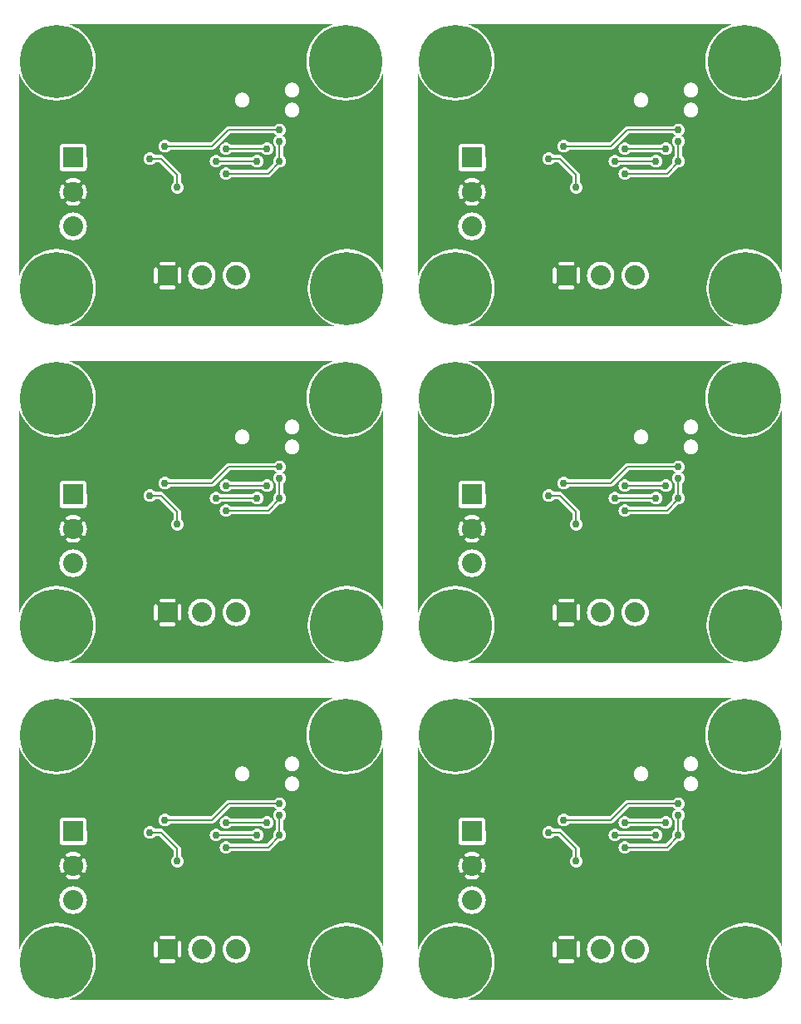
<source format=gbr>
G04 start of page 3 for group 1 idx 1 *
G04 Title: (unknown), bottom *
G04 Creator: pcb 4.0.2 *
G04 CreationDate: Sun Oct 16 03:50:19 2022 UTC *
G04 For: ndholmes *
G04 Format: Gerber/RS-274X *
G04 PCB-Dimensions (mil): 3900.00 4750.00 *
G04 PCB-Coordinate-Origin: lower left *
%MOIN*%
%FSLAX25Y25*%
%LNBOTTOM*%
%ADD34C,0.0390*%
%ADD33C,0.0472*%
%ADD32C,0.1285*%
%ADD31C,0.0150*%
%ADD30C,0.0140*%
%ADD29C,0.0310*%
%ADD28C,0.0300*%
%ADD27C,0.0800*%
%ADD26C,0.2937*%
%ADD25C,0.0080*%
%ADD24C,0.0001*%
G54D24*G36*
X135426Y379400D02*X129246D01*
Y381600D01*
X139426D01*
X139471Y381526D01*
X139727Y381227D01*
X140026Y380971D01*
X140362Y380766D01*
X140725Y380615D01*
X141108Y380523D01*
X141500Y380492D01*
X141892Y380523D01*
X142275Y380615D01*
X142638Y380766D01*
X142974Y380971D01*
X143273Y381227D01*
X143529Y381526D01*
X143734Y381862D01*
X143885Y382225D01*
X143977Y382608D01*
X144000Y383000D01*
X143977Y383392D01*
X143885Y383775D01*
X143734Y384138D01*
X143529Y384474D01*
X143273Y384773D01*
X142974Y385029D01*
X142638Y385234D01*
X142275Y385385D01*
X141892Y385477D01*
X141500Y385508D01*
X141108Y385477D01*
X140725Y385385D01*
X140362Y385234D01*
X140026Y385029D01*
X139727Y384773D01*
X139471Y384474D01*
X139426Y384400D01*
X129246D01*
Y389100D01*
X144426D01*
X144471Y389026D01*
X144727Y388727D01*
X145026Y388471D01*
X145362Y388266D01*
X145399Y388250D01*
X145362Y388234D01*
X145026Y388029D01*
X144727Y387773D01*
X144471Y387474D01*
X144266Y387138D01*
X144115Y386775D01*
X144023Y386392D01*
X143992Y386000D01*
X144023Y385608D01*
X144115Y385225D01*
X144266Y384862D01*
X144471Y384526D01*
X144727Y384227D01*
X145026Y383971D01*
X145100Y383926D01*
Y380074D01*
X145026Y380029D01*
X144727Y379773D01*
X144471Y379474D01*
X144266Y379138D01*
X144115Y378775D01*
X144023Y378392D01*
X143992Y378000D01*
X144023Y377608D01*
X144115Y377225D01*
X144153Y377133D01*
X141420Y374400D01*
X129246D01*
Y376600D01*
X135426D01*
X135471Y376526D01*
X135727Y376227D01*
X136026Y375971D01*
X136362Y375766D01*
X136725Y375615D01*
X137108Y375523D01*
X137500Y375492D01*
X137892Y375523D01*
X138275Y375615D01*
X138638Y375766D01*
X138974Y375971D01*
X139273Y376227D01*
X139529Y376526D01*
X139734Y376862D01*
X139885Y377225D01*
X139977Y377608D01*
X140000Y378000D01*
X139977Y378392D01*
X139885Y378775D01*
X139734Y379138D01*
X139529Y379474D01*
X139273Y379773D01*
X138974Y380029D01*
X138638Y380234D01*
X138275Y380385D01*
X137892Y380477D01*
X137500Y380508D01*
X137108Y380477D01*
X136725Y380385D01*
X136362Y380234D01*
X136026Y380029D01*
X135727Y379773D01*
X135471Y379474D01*
X135426Y379400D01*
G37*
G36*
X151495Y433000D02*X168295D01*
X168138Y432962D01*
X165858Y432018D01*
X163753Y430728D01*
X161876Y429124D01*
X160272Y427247D01*
X158982Y425142D01*
X158038Y422862D01*
X157461Y420461D01*
X157268Y418000D01*
X157461Y415539D01*
X158038Y413138D01*
X158982Y410858D01*
X160272Y408753D01*
X161876Y406876D01*
X163753Y405272D01*
X165858Y403982D01*
X168138Y403038D01*
X170539Y402461D01*
X173000Y402268D01*
X175461Y402461D01*
X177862Y403038D01*
X180142Y403982D01*
X182247Y405272D01*
X184124Y406876D01*
X185728Y408753D01*
X187018Y410858D01*
X187962Y413138D01*
X188000Y413295D01*
Y332978D01*
X187518Y334142D01*
X186228Y336247D01*
X184624Y338124D01*
X182747Y339728D01*
X180642Y341018D01*
X178362Y341962D01*
X175961Y342539D01*
X173500Y342732D01*
X171039Y342539D01*
X168638Y341962D01*
X166358Y341018D01*
X164253Y339728D01*
X162376Y338124D01*
X160772Y336247D01*
X159482Y334142D01*
X158538Y331862D01*
X157961Y329461D01*
X157768Y327000D01*
X157961Y324539D01*
X158538Y322138D01*
X159482Y319858D01*
X160772Y317753D01*
X162376Y315876D01*
X164253Y314272D01*
X166358Y312982D01*
X168638Y312038D01*
X168795Y312000D01*
X151495D01*
Y395541D01*
X151500Y395541D01*
X151963Y395577D01*
X152414Y395686D01*
X152843Y395863D01*
X153239Y396106D01*
X153592Y396408D01*
X153894Y396761D01*
X154137Y397157D01*
X154314Y397586D01*
X154423Y398037D01*
X154450Y398500D01*
X154423Y398963D01*
X154314Y399414D01*
X154137Y399843D01*
X153894Y400239D01*
X153592Y400592D01*
X153239Y400894D01*
X152843Y401137D01*
X152414Y401314D01*
X151963Y401423D01*
X151500Y401459D01*
X151495Y401459D01*
Y403541D01*
X151500Y403541D01*
X151963Y403577D01*
X152414Y403686D01*
X152843Y403863D01*
X153239Y404106D01*
X153592Y404408D01*
X153894Y404761D01*
X154137Y405157D01*
X154314Y405586D01*
X154423Y406037D01*
X154450Y406500D01*
X154423Y406963D01*
X154314Y407414D01*
X154137Y407843D01*
X153894Y408239D01*
X153592Y408592D01*
X153239Y408894D01*
X152843Y409137D01*
X152414Y409314D01*
X151963Y409423D01*
X151500Y409459D01*
X151495Y409459D01*
Y433000D01*
G37*
G36*
X129246D02*X151495D01*
Y409459D01*
X151037Y409423D01*
X150586Y409314D01*
X150157Y409137D01*
X149761Y408894D01*
X149408Y408592D01*
X149106Y408239D01*
X148863Y407843D01*
X148686Y407414D01*
X148577Y406963D01*
X148541Y406500D01*
X148577Y406037D01*
X148686Y405586D01*
X148863Y405157D01*
X149106Y404761D01*
X149408Y404408D01*
X149761Y404106D01*
X150157Y403863D01*
X150586Y403686D01*
X151037Y403577D01*
X151495Y403541D01*
Y401459D01*
X151037Y401423D01*
X150586Y401314D01*
X150157Y401137D01*
X149761Y400894D01*
X149408Y400592D01*
X149106Y400239D01*
X148863Y399843D01*
X148686Y399414D01*
X148577Y398963D01*
X148541Y398500D01*
X148577Y398037D01*
X148686Y397586D01*
X148863Y397157D01*
X149106Y396761D01*
X149408Y396408D01*
X149761Y396106D01*
X150157Y395863D01*
X150586Y395686D01*
X151037Y395577D01*
X151495Y395541D01*
Y312000D01*
X129246D01*
Y326666D01*
X129977Y326724D01*
X130819Y326926D01*
X131619Y327257D01*
X132357Y327710D01*
X133015Y328272D01*
X133577Y328930D01*
X134030Y329668D01*
X134361Y330468D01*
X134563Y331310D01*
X134614Y332173D01*
X134563Y333036D01*
X134361Y333878D01*
X134030Y334678D01*
X133577Y335416D01*
X133015Y336074D01*
X132357Y336636D01*
X131619Y337089D01*
X130819Y337420D01*
X129977Y337622D01*
X129246Y337680D01*
Y371600D01*
X141945D01*
X142000Y371596D01*
X142220Y371613D01*
X142434Y371664D01*
X142638Y371749D01*
X142825Y371864D01*
X142993Y372007D01*
X143029Y372049D01*
X146474Y375494D01*
X146500Y375492D01*
X146892Y375523D01*
X147275Y375615D01*
X147638Y375766D01*
X147974Y375971D01*
X148273Y376227D01*
X148529Y376526D01*
X148734Y376862D01*
X148885Y377225D01*
X148977Y377608D01*
X149000Y378000D01*
X148977Y378392D01*
X148885Y378775D01*
X148734Y379138D01*
X148529Y379474D01*
X148273Y379773D01*
X147974Y380029D01*
X147900Y380074D01*
Y383926D01*
X147974Y383971D01*
X148273Y384227D01*
X148529Y384526D01*
X148734Y384862D01*
X148885Y385225D01*
X148977Y385608D01*
X149000Y386000D01*
X148977Y386392D01*
X148885Y386775D01*
X148734Y387138D01*
X148529Y387474D01*
X148273Y387773D01*
X147974Y388029D01*
X147638Y388234D01*
X147601Y388250D01*
X147638Y388266D01*
X147974Y388471D01*
X148273Y388727D01*
X148529Y389026D01*
X148734Y389362D01*
X148885Y389725D01*
X148977Y390108D01*
X149000Y390500D01*
X148977Y390892D01*
X148885Y391275D01*
X148734Y391638D01*
X148529Y391974D01*
X148273Y392273D01*
X147974Y392529D01*
X147638Y392734D01*
X147275Y392885D01*
X146892Y392977D01*
X146500Y393008D01*
X146108Y392977D01*
X145725Y392885D01*
X145362Y392734D01*
X145026Y392529D01*
X144727Y392273D01*
X144471Y391974D01*
X144426Y391900D01*
X129246D01*
Y400597D01*
X129408Y400408D01*
X129761Y400106D01*
X130157Y399863D01*
X130586Y399686D01*
X131037Y399577D01*
X131500Y399541D01*
X131963Y399577D01*
X132414Y399686D01*
X132843Y399863D01*
X133239Y400106D01*
X133592Y400408D01*
X133894Y400761D01*
X134137Y401157D01*
X134314Y401586D01*
X134423Y402037D01*
X134450Y402500D01*
X134423Y402963D01*
X134314Y403414D01*
X134137Y403843D01*
X133894Y404239D01*
X133592Y404592D01*
X133239Y404894D01*
X132843Y405137D01*
X132414Y405314D01*
X131963Y405423D01*
X131500Y405459D01*
X131037Y405423D01*
X130586Y405314D01*
X130157Y405137D01*
X129761Y404894D01*
X129408Y404592D01*
X129246Y404403D01*
Y433000D01*
G37*
G36*
X115327Y382600D02*X119445D01*
X119500Y382596D01*
X119720Y382613D01*
X119934Y382664D01*
X120138Y382749D01*
X120325Y382864D01*
X120493Y383007D01*
X120529Y383049D01*
X126580Y389100D01*
X129246D01*
Y384400D01*
X127074D01*
X127029Y384474D01*
X126773Y384773D01*
X126474Y385029D01*
X126138Y385234D01*
X125775Y385385D01*
X125392Y385477D01*
X125000Y385508D01*
X124608Y385477D01*
X124225Y385385D01*
X123862Y385234D01*
X123526Y385029D01*
X123227Y384773D01*
X122971Y384474D01*
X122766Y384138D01*
X122615Y383775D01*
X122523Y383392D01*
X122492Y383000D01*
X122523Y382608D01*
X122615Y382225D01*
X122766Y381862D01*
X122971Y381526D01*
X123227Y381227D01*
X123526Y380971D01*
X123862Y380766D01*
X124225Y380615D01*
X124608Y380523D01*
X125000Y380492D01*
X125392Y380523D01*
X125775Y380615D01*
X126138Y380766D01*
X126474Y380971D01*
X126773Y381227D01*
X127029Y381526D01*
X127074Y381600D01*
X129246D01*
Y379400D01*
X123074D01*
X123029Y379474D01*
X122773Y379773D01*
X122474Y380029D01*
X122138Y380234D01*
X121775Y380385D01*
X121392Y380477D01*
X121000Y380508D01*
X120608Y380477D01*
X120225Y380385D01*
X119862Y380234D01*
X119526Y380029D01*
X119227Y379773D01*
X118971Y379474D01*
X118766Y379138D01*
X118615Y378775D01*
X118523Y378392D01*
X118492Y378000D01*
X118523Y377608D01*
X118615Y377225D01*
X118766Y376862D01*
X118971Y376526D01*
X119227Y376227D01*
X119526Y375971D01*
X119862Y375766D01*
X120225Y375615D01*
X120608Y375523D01*
X121000Y375492D01*
X121392Y375523D01*
X121775Y375615D01*
X122138Y375766D01*
X122474Y375971D01*
X122773Y376227D01*
X123029Y376526D01*
X123074Y376600D01*
X129246D01*
Y374400D01*
X127074D01*
X127029Y374474D01*
X126773Y374773D01*
X126474Y375029D01*
X126138Y375234D01*
X125775Y375385D01*
X125392Y375477D01*
X125000Y375508D01*
X124608Y375477D01*
X124225Y375385D01*
X123862Y375234D01*
X123526Y375029D01*
X123227Y374773D01*
X122971Y374474D01*
X122766Y374138D01*
X122615Y373775D01*
X122523Y373392D01*
X122492Y373000D01*
X122523Y372608D01*
X122615Y372225D01*
X122766Y371862D01*
X122971Y371526D01*
X123227Y371227D01*
X123526Y370971D01*
X123862Y370766D01*
X124225Y370615D01*
X124608Y370523D01*
X125000Y370492D01*
X125392Y370523D01*
X125775Y370615D01*
X126138Y370766D01*
X126474Y370971D01*
X126773Y371227D01*
X127029Y371526D01*
X127074Y371600D01*
X129246D01*
Y337680D01*
X129114Y337690D01*
X128251Y337622D01*
X127409Y337420D01*
X126609Y337089D01*
X125871Y336636D01*
X125213Y336074D01*
X124651Y335416D01*
X124198Y334678D01*
X123867Y333878D01*
X123665Y333036D01*
X123597Y332173D01*
X123665Y331310D01*
X123867Y330468D01*
X124198Y329668D01*
X124651Y328930D01*
X125213Y328272D01*
X125871Y327710D01*
X126609Y327257D01*
X127409Y326926D01*
X128251Y326724D01*
X129114Y326656D01*
X129246Y326666D01*
Y312000D01*
X115327D01*
Y326657D01*
X115335Y326656D01*
X116198Y326724D01*
X117040Y326926D01*
X117840Y327257D01*
X118578Y327710D01*
X119236Y328272D01*
X119798Y328930D01*
X120251Y329668D01*
X120582Y330468D01*
X120784Y331310D01*
X120835Y332173D01*
X120784Y333036D01*
X120582Y333878D01*
X120251Y334678D01*
X119798Y335416D01*
X119236Y336074D01*
X118578Y336636D01*
X117840Y337089D01*
X117040Y337420D01*
X116198Y337622D01*
X115335Y337690D01*
X115327Y337689D01*
Y382600D01*
G37*
G36*
X106305D02*X115327D01*
Y337689D01*
X114472Y337622D01*
X113630Y337420D01*
X112830Y337089D01*
X112092Y336636D01*
X111434Y336074D01*
X110872Y335416D01*
X110419Y334678D01*
X110088Y333878D01*
X109886Y333036D01*
X109818Y332173D01*
X109886Y331310D01*
X110088Y330468D01*
X110419Y329668D01*
X110872Y328930D01*
X111434Y328272D01*
X112092Y327710D01*
X112830Y327257D01*
X113630Y326926D01*
X114472Y326724D01*
X115327Y326657D01*
Y312000D01*
X106305D01*
Y328921D01*
X106423Y328930D01*
X106537Y328958D01*
X106647Y329003D01*
X106747Y329064D01*
X106837Y329141D01*
X106914Y329231D01*
X106975Y329331D01*
X107020Y329441D01*
X107048Y329555D01*
X107055Y329673D01*
Y334673D01*
X107048Y334791D01*
X107020Y334905D01*
X106975Y335015D01*
X106914Y335115D01*
X106837Y335205D01*
X106747Y335282D01*
X106647Y335343D01*
X106537Y335388D01*
X106423Y335416D01*
X106305Y335425D01*
Y365127D01*
X106638Y365266D01*
X106974Y365471D01*
X107273Y365727D01*
X107529Y366026D01*
X107734Y366362D01*
X107885Y366725D01*
X107977Y367108D01*
X108000Y367500D01*
X107977Y367892D01*
X107885Y368275D01*
X107734Y368638D01*
X107529Y368974D01*
X107273Y369273D01*
X106974Y369529D01*
X106900Y369574D01*
Y372445D01*
X106904Y372500D01*
X106887Y372720D01*
X106836Y372934D01*
X106751Y373138D01*
X106636Y373325D01*
X106636Y373326D01*
X106493Y373493D01*
X106451Y373529D01*
X106305Y373675D01*
Y382600D01*
G37*
G36*
Y312000D02*X99996D01*
Y326673D01*
X104055D01*
X104173Y326680D01*
X104287Y326708D01*
X104397Y326753D01*
X104497Y326814D01*
X104587Y326891D01*
X104664Y326981D01*
X104725Y327081D01*
X104770Y327191D01*
X104798Y327305D01*
X104807Y327423D01*
X104798Y327541D01*
X104770Y327655D01*
X104725Y327765D01*
X104664Y327865D01*
X104587Y327955D01*
X104497Y328032D01*
X104397Y328093D01*
X104287Y328138D01*
X104173Y328166D01*
X104055Y328173D01*
X99996D01*
Y336173D01*
X104055D01*
X104173Y336180D01*
X104287Y336208D01*
X104397Y336253D01*
X104497Y336314D01*
X104587Y336391D01*
X104664Y336481D01*
X104725Y336581D01*
X104770Y336691D01*
X104798Y336805D01*
X104807Y336923D01*
X104798Y337041D01*
X104770Y337155D01*
X104725Y337265D01*
X104664Y337365D01*
X104587Y337455D01*
X104497Y337532D01*
X104397Y337593D01*
X104287Y337638D01*
X104173Y337666D01*
X104055Y337673D01*
X99996D01*
Y376024D01*
X104100Y371920D01*
Y369574D01*
X104026Y369529D01*
X103727Y369273D01*
X103471Y368974D01*
X103266Y368638D01*
X103115Y368275D01*
X103023Y367892D01*
X102992Y367500D01*
X103023Y367108D01*
X103115Y366725D01*
X103266Y366362D01*
X103471Y366026D01*
X103727Y365727D01*
X104026Y365471D01*
X104362Y365266D01*
X104725Y365115D01*
X105108Y365023D01*
X105500Y364992D01*
X105892Y365023D01*
X106275Y365115D01*
X106305Y365127D01*
Y335425D01*
X106187Y335416D01*
X106073Y335388D01*
X105963Y335343D01*
X105863Y335282D01*
X105773Y335205D01*
X105696Y335115D01*
X105635Y335015D01*
X105590Y334905D01*
X105562Y334791D01*
X105555Y334673D01*
Y329673D01*
X105562Y329555D01*
X105590Y329441D01*
X105635Y329331D01*
X105696Y329231D01*
X105773Y329141D01*
X105863Y329064D01*
X105963Y329003D01*
X106073Y328958D01*
X106187Y328930D01*
X106305Y328921D01*
Y312000D01*
G37*
G36*
X99996Y381550D02*X100108Y381523D01*
X100500Y381492D01*
X100892Y381523D01*
X101275Y381615D01*
X101638Y381766D01*
X101974Y381971D01*
X102273Y382227D01*
X102529Y382526D01*
X102574Y382600D01*
X106305D01*
Y373675D01*
X100029Y379951D01*
X99996Y379989D01*
Y381550D01*
G37*
G36*
Y433000D02*X129246D01*
Y404403D01*
X129106Y404239D01*
X128863Y403843D01*
X128686Y403414D01*
X128577Y402963D01*
X128541Y402500D01*
X128577Y402037D01*
X128686Y401586D01*
X128863Y401157D01*
X129106Y400761D01*
X129246Y400597D01*
Y391900D01*
X126055D01*
X126000Y391904D01*
X125780Y391887D01*
X125566Y391836D01*
X125362Y391751D01*
X125175Y391636D01*
X125174Y391636D01*
X125007Y391493D01*
X124971Y391451D01*
X118920Y385400D01*
X102574D01*
X102529Y385474D01*
X102273Y385773D01*
X101974Y386029D01*
X101638Y386234D01*
X101275Y386385D01*
X100892Y386477D01*
X100500Y386508D01*
X100108Y386477D01*
X99996Y386450D01*
Y433000D01*
G37*
G36*
X96805Y377600D02*X98420D01*
X99996Y376024D01*
Y337673D01*
X99055D01*
X98937Y337666D01*
X98823Y337638D01*
X98713Y337593D01*
X98613Y337532D01*
X98523Y337455D01*
X98446Y337365D01*
X98385Y337265D01*
X98340Y337155D01*
X98312Y337041D01*
X98303Y336923D01*
X98312Y336805D01*
X98340Y336691D01*
X98385Y336581D01*
X98446Y336481D01*
X98523Y336391D01*
X98613Y336314D01*
X98713Y336253D01*
X98823Y336208D01*
X98937Y336180D01*
X99055Y336173D01*
X99996D01*
Y328173D01*
X99055D01*
X98937Y328166D01*
X98823Y328138D01*
X98713Y328093D01*
X98613Y328032D01*
X98523Y327955D01*
X98446Y327865D01*
X98385Y327765D01*
X98340Y327655D01*
X98312Y327541D01*
X98303Y327423D01*
X98312Y327305D01*
X98340Y327191D01*
X98385Y327081D01*
X98446Y326981D01*
X98523Y326891D01*
X98613Y326814D01*
X98713Y326753D01*
X98823Y326708D01*
X98937Y326680D01*
X99055Y326673D01*
X99996D01*
Y312000D01*
X96805D01*
Y328921D01*
X96923Y328930D01*
X97037Y328958D01*
X97147Y329003D01*
X97247Y329064D01*
X97337Y329141D01*
X97414Y329231D01*
X97475Y329331D01*
X97520Y329441D01*
X97548Y329555D01*
X97555Y329673D01*
Y334673D01*
X97548Y334791D01*
X97520Y334905D01*
X97475Y335015D01*
X97414Y335115D01*
X97337Y335205D01*
X97247Y335282D01*
X97147Y335343D01*
X97037Y335388D01*
X96923Y335416D01*
X96805Y335425D01*
Y377600D01*
G37*
G36*
Y433000D02*X99996D01*
Y386450D01*
X99725Y386385D01*
X99362Y386234D01*
X99026Y386029D01*
X98727Y385773D01*
X98471Y385474D01*
X98266Y385138D01*
X98115Y384775D01*
X98023Y384392D01*
X97992Y384000D01*
X98023Y383608D01*
X98115Y383225D01*
X98266Y382862D01*
X98471Y382526D01*
X98727Y382227D01*
X99026Y381971D01*
X99362Y381766D01*
X99725Y381615D01*
X99996Y381550D01*
Y379989D01*
X99993Y379993D01*
X99826Y380136D01*
X99825Y380136D01*
X99638Y380251D01*
X99434Y380336D01*
X99220Y380387D01*
X99000Y380404D01*
X98945Y380400D01*
X96805D01*
Y433000D01*
G37*
G36*
X68166D02*X96805D01*
Y380400D01*
X96574D01*
X96529Y380474D01*
X96273Y380773D01*
X95974Y381029D01*
X95638Y381234D01*
X95275Y381385D01*
X94892Y381477D01*
X94500Y381508D01*
X94108Y381477D01*
X93725Y381385D01*
X93362Y381234D01*
X93026Y381029D01*
X92727Y380773D01*
X92471Y380474D01*
X92266Y380138D01*
X92115Y379775D01*
X92023Y379392D01*
X91992Y379000D01*
X92023Y378608D01*
X92115Y378225D01*
X92266Y377862D01*
X92471Y377526D01*
X92727Y377227D01*
X93026Y376971D01*
X93362Y376766D01*
X93725Y376615D01*
X94108Y376523D01*
X94500Y376492D01*
X94892Y376523D01*
X95275Y376615D01*
X95638Y376766D01*
X95974Y376971D01*
X96273Y377227D01*
X96529Y377526D01*
X96574Y377600D01*
X96805D01*
Y335425D01*
X96687Y335416D01*
X96573Y335388D01*
X96463Y335343D01*
X96363Y335282D01*
X96273Y335205D01*
X96196Y335115D01*
X96135Y335015D01*
X96090Y334905D01*
X96062Y334791D01*
X96055Y334673D01*
Y329673D01*
X96062Y329555D01*
X96090Y329441D01*
X96135Y329331D01*
X96196Y329231D01*
X96273Y329141D01*
X96363Y329064D01*
X96463Y329003D01*
X96573Y328958D01*
X96687Y328930D01*
X96805Y328921D01*
Y312000D01*
X68166D01*
Y315924D01*
X69728Y317753D01*
X71018Y319858D01*
X71962Y322138D01*
X72539Y324539D01*
X72684Y327000D01*
X72539Y329461D01*
X71962Y331862D01*
X71018Y334142D01*
X69728Y336247D01*
X68166Y338076D01*
Y348691D01*
X68589Y349381D01*
X68920Y350181D01*
X69122Y351023D01*
X69173Y351886D01*
X69122Y352749D01*
X68920Y353591D01*
X68589Y354391D01*
X68166Y355081D01*
Y362810D01*
X68251Y362846D01*
X68352Y362908D01*
X68442Y362984D01*
X68518Y363074D01*
X68578Y363176D01*
X68795Y363645D01*
X68962Y364134D01*
X69082Y364637D01*
X69155Y365149D01*
X69179Y365665D01*
X69155Y366181D01*
X69082Y366693D01*
X68962Y367196D01*
X68795Y367685D01*
X68583Y368157D01*
X68522Y368258D01*
X68445Y368349D01*
X68355Y368426D01*
X68253Y368488D01*
X68166Y368525D01*
Y374025D01*
X68356Y374104D01*
X68557Y374228D01*
X68737Y374381D01*
X68890Y374561D01*
X69014Y374762D01*
X69104Y374980D01*
X69159Y375210D01*
X69173Y375445D01*
X69159Y383680D01*
X69104Y383910D01*
X69014Y384128D01*
X68890Y384329D01*
X68737Y384509D01*
X68557Y384662D01*
X68356Y384786D01*
X68166Y384865D01*
Y406924D01*
X69728Y408753D01*
X71018Y410858D01*
X71962Y413138D01*
X72539Y415539D01*
X72684Y418000D01*
X72539Y420461D01*
X71962Y422862D01*
X71018Y425142D01*
X69728Y427247D01*
X68166Y429076D01*
Y433000D01*
G37*
G36*
Y384865D02*X68138Y384876D01*
X67908Y384931D01*
X67673Y384945D01*
X63673Y384938D01*
Y403788D01*
X64142Y403982D01*
X66247Y405272D01*
X68124Y406876D01*
X68166Y406924D01*
Y384865D01*
G37*
G36*
Y355081D02*X68136Y355129D01*
X67574Y355787D01*
X66916Y356349D01*
X66178Y356802D01*
X65378Y357133D01*
X64536Y357335D01*
X63673Y357403D01*
Y360159D01*
X64189Y360183D01*
X64701Y360256D01*
X65204Y360376D01*
X65693Y360543D01*
X66165Y360755D01*
X66266Y360816D01*
X66357Y360893D01*
X66434Y360983D01*
X66496Y361085D01*
X66542Y361194D01*
X66570Y361310D01*
X66579Y361428D01*
X66570Y361546D01*
X66543Y361662D01*
X66497Y361772D01*
X66435Y361873D01*
X66359Y361963D01*
X66268Y362041D01*
X66167Y362103D01*
X66058Y362149D01*
X65942Y362176D01*
X65824Y362186D01*
X65705Y362177D01*
X65590Y362149D01*
X65481Y362102D01*
X65141Y361944D01*
X64785Y361823D01*
X64420Y361735D01*
X64048Y361683D01*
X63673Y361665D01*
Y369665D01*
X64048Y369647D01*
X64420Y369595D01*
X64785Y369507D01*
X65141Y369386D01*
X65483Y369232D01*
X65591Y369185D01*
X65706Y369158D01*
X65824Y369148D01*
X65941Y369158D01*
X66056Y369186D01*
X66165Y369231D01*
X66266Y369293D01*
X66355Y369370D01*
X66432Y369460D01*
X66493Y369560D01*
X66538Y369669D01*
X66566Y369784D01*
X66575Y369902D01*
X66565Y370020D01*
X66538Y370134D01*
X66492Y370243D01*
X66430Y370344D01*
X66354Y370434D01*
X66264Y370510D01*
X66162Y370570D01*
X65693Y370787D01*
X65204Y370954D01*
X64701Y371074D01*
X64189Y371147D01*
X63673Y371171D01*
Y373952D01*
X67908Y373959D01*
X68138Y374014D01*
X68166Y374025D01*
Y368525D01*
X68144Y368534D01*
X68028Y368562D01*
X67910Y368571D01*
X67792Y368562D01*
X67676Y368535D01*
X67566Y368489D01*
X67465Y368427D01*
X67375Y368351D01*
X67297Y368260D01*
X67235Y368159D01*
X67189Y368050D01*
X67162Y367934D01*
X67152Y367816D01*
X67161Y367697D01*
X67189Y367582D01*
X67236Y367473D01*
X67394Y367133D01*
X67515Y366777D01*
X67603Y366412D01*
X67655Y366040D01*
X67673Y365665D01*
X67655Y365290D01*
X67603Y364918D01*
X67515Y364553D01*
X67394Y364197D01*
X67240Y363855D01*
X67193Y363747D01*
X67166Y363632D01*
X67156Y363514D01*
X67166Y363397D01*
X67194Y363282D01*
X67239Y363173D01*
X67301Y363072D01*
X67378Y362983D01*
X67468Y362906D01*
X67568Y362845D01*
X67677Y362800D01*
X67792Y362772D01*
X67910Y362763D01*
X68028Y362773D01*
X68142Y362800D01*
X68166Y362810D01*
Y355081D01*
G37*
G36*
Y338076D02*X68124Y338124D01*
X66247Y339728D01*
X64142Y341018D01*
X63673Y341212D01*
Y346369D01*
X64536Y346437D01*
X65378Y346639D01*
X66178Y346970D01*
X66916Y347423D01*
X67574Y347985D01*
X68136Y348643D01*
X68166Y348691D01*
Y338076D01*
G37*
G36*
Y312000D02*X63673D01*
Y312788D01*
X64142Y312982D01*
X66247Y314272D01*
X68124Y315876D01*
X68166Y315924D01*
Y312000D01*
G37*
G36*
X63673Y433000D02*X68166D01*
Y429076D01*
X68124Y429124D01*
X66247Y430728D01*
X64142Y432018D01*
X63673Y432212D01*
Y433000D01*
G37*
G36*
X59180Y374025D02*X59208Y374014D01*
X59438Y373959D01*
X59673Y373945D01*
X63673Y373952D01*
Y371171D01*
X63673D01*
X63157Y371147D01*
X62645Y371074D01*
X62142Y370954D01*
X61653Y370787D01*
X61181Y370575D01*
X61080Y370514D01*
X60989Y370437D01*
X60912Y370347D01*
X60850Y370245D01*
X60804Y370136D01*
X60776Y370020D01*
X60767Y369902D01*
X60776Y369784D01*
X60803Y369668D01*
X60849Y369558D01*
X60911Y369457D01*
X60987Y369367D01*
X61078Y369289D01*
X61179Y369227D01*
X61288Y369181D01*
X61404Y369154D01*
X61522Y369144D01*
X61641Y369153D01*
X61756Y369181D01*
X61865Y369228D01*
X62205Y369386D01*
X62561Y369507D01*
X62926Y369595D01*
X63298Y369647D01*
X63673Y369665D01*
Y361665D01*
X63298Y361683D01*
X62926Y361735D01*
X62561Y361823D01*
X62205Y361944D01*
X61863Y362098D01*
X61755Y362145D01*
X61640Y362172D01*
X61522Y362182D01*
X61405Y362172D01*
X61290Y362144D01*
X61181Y362099D01*
X61080Y362037D01*
X60991Y361960D01*
X60914Y361870D01*
X60853Y361770D01*
X60808Y361661D01*
X60780Y361546D01*
X60771Y361428D01*
X60781Y361310D01*
X60808Y361196D01*
X60854Y361087D01*
X60916Y360986D01*
X60992Y360896D01*
X61082Y360820D01*
X61184Y360760D01*
X61653Y360543D01*
X62142Y360376D01*
X62645Y360256D01*
X63157Y360183D01*
X63673Y360159D01*
Y357403D01*
X62810Y357335D01*
X61968Y357133D01*
X61168Y356802D01*
X60430Y356349D01*
X59772Y355787D01*
X59210Y355129D01*
X59180Y355081D01*
Y362805D01*
X59202Y362796D01*
X59318Y362768D01*
X59436Y362759D01*
X59554Y362768D01*
X59670Y362795D01*
X59780Y362841D01*
X59881Y362903D01*
X59971Y362979D01*
X60049Y363070D01*
X60111Y363171D01*
X60157Y363280D01*
X60184Y363396D01*
X60194Y363514D01*
X60185Y363633D01*
X60157Y363748D01*
X60110Y363857D01*
X59952Y364197D01*
X59831Y364553D01*
X59743Y364918D01*
X59691Y365290D01*
X59673Y365665D01*
X59691Y366040D01*
X59743Y366412D01*
X59831Y366777D01*
X59952Y367133D01*
X60106Y367475D01*
X60153Y367583D01*
X60180Y367698D01*
X60190Y367816D01*
X60180Y367933D01*
X60152Y368048D01*
X60107Y368157D01*
X60045Y368258D01*
X59968Y368347D01*
X59878Y368424D01*
X59778Y368485D01*
X59669Y368530D01*
X59554Y368558D01*
X59436Y368567D01*
X59318Y368557D01*
X59204Y368530D01*
X59180Y368520D01*
Y374025D01*
G37*
G36*
Y402439D02*X59461Y402461D01*
X61862Y403038D01*
X63673Y403788D01*
Y384938D01*
X59438Y384931D01*
X59208Y384876D01*
X59180Y384865D01*
Y402439D01*
G37*
G36*
X63673Y341212D02*X61862Y341962D01*
X59461Y342539D01*
X59180Y342561D01*
Y348691D01*
X59210Y348643D01*
X59772Y347985D01*
X60430Y347423D01*
X61168Y346970D01*
X61968Y346639D01*
X62810Y346437D01*
X63673Y346369D01*
Y341212D01*
G37*
G36*
X59180Y342561D02*X57000Y342732D01*
X54539Y342539D01*
X52138Y341962D01*
X49858Y341018D01*
X47753Y339728D01*
X45876Y338124D01*
X44272Y336247D01*
X42982Y334142D01*
X42038Y331862D01*
X42000Y331705D01*
Y413295D01*
X42038Y413138D01*
X42982Y410858D01*
X44272Y408753D01*
X45876Y406876D01*
X47753Y405272D01*
X49858Y403982D01*
X52138Y403038D01*
X54539Y402461D01*
X57000Y402268D01*
X59180Y402439D01*
Y384865D01*
X58990Y384786D01*
X58789Y384662D01*
X58609Y384509D01*
X58456Y384329D01*
X58332Y384128D01*
X58242Y383910D01*
X58187Y383680D01*
X58173Y383445D01*
X58187Y375210D01*
X58242Y374980D01*
X58332Y374762D01*
X58456Y374561D01*
X58609Y374381D01*
X58789Y374228D01*
X58990Y374104D01*
X59180Y374025D01*
Y368520D01*
X59095Y368484D01*
X58994Y368422D01*
X58904Y368346D01*
X58828Y368256D01*
X58768Y368154D01*
X58551Y367685D01*
X58384Y367196D01*
X58264Y366693D01*
X58191Y366181D01*
X58167Y365665D01*
X58191Y365149D01*
X58264Y364637D01*
X58384Y364134D01*
X58551Y363645D01*
X58763Y363173D01*
X58824Y363072D01*
X58901Y362981D01*
X58991Y362904D01*
X59093Y362842D01*
X59180Y362805D01*
Y355081D01*
X58757Y354391D01*
X58426Y353591D01*
X58224Y352749D01*
X58156Y351886D01*
X58224Y351023D01*
X58426Y350181D01*
X58757Y349381D01*
X59180Y348691D01*
Y342561D01*
G37*
G36*
X63673Y312000D02*X61705D01*
X61862Y312038D01*
X63673Y312788D01*
Y312000D01*
G37*
G36*
X61705Y433000D02*X63673D01*
Y432212D01*
X61862Y432962D01*
X61705Y433000D01*
G37*
G36*
X289246Y389100D02*X304426D01*
X304471Y389026D01*
X304727Y388727D01*
X305026Y388471D01*
X305362Y388266D01*
X305399Y388250D01*
X305362Y388234D01*
X305026Y388029D01*
X304727Y387773D01*
X304471Y387474D01*
X304266Y387138D01*
X304115Y386775D01*
X304023Y386392D01*
X303992Y386000D01*
X304023Y385608D01*
X304115Y385225D01*
X304266Y384862D01*
X304471Y384526D01*
X304727Y384227D01*
X305026Y383971D01*
X305100Y383926D01*
Y380074D01*
X305026Y380029D01*
X304727Y379773D01*
X304471Y379474D01*
X304266Y379138D01*
X304115Y378775D01*
X304023Y378392D01*
X303992Y378000D01*
X304023Y377608D01*
X304115Y377225D01*
X304153Y377133D01*
X301420Y374400D01*
X289246D01*
Y376600D01*
X295426D01*
X295471Y376526D01*
X295727Y376227D01*
X296026Y375971D01*
X296362Y375766D01*
X296725Y375615D01*
X297108Y375523D01*
X297500Y375492D01*
X297892Y375523D01*
X298275Y375615D01*
X298638Y375766D01*
X298974Y375971D01*
X299273Y376227D01*
X299529Y376526D01*
X299734Y376862D01*
X299885Y377225D01*
X299977Y377608D01*
X300000Y378000D01*
X299977Y378392D01*
X299885Y378775D01*
X299734Y379138D01*
X299529Y379474D01*
X299273Y379773D01*
X298974Y380029D01*
X298638Y380234D01*
X298275Y380385D01*
X297892Y380477D01*
X297500Y380508D01*
X297108Y380477D01*
X296725Y380385D01*
X296362Y380234D01*
X296026Y380029D01*
X295727Y379773D01*
X295471Y379474D01*
X295426Y379400D01*
X289246D01*
Y381600D01*
X299426D01*
X299471Y381526D01*
X299727Y381227D01*
X300026Y380971D01*
X300362Y380766D01*
X300725Y380615D01*
X301108Y380523D01*
X301500Y380492D01*
X301892Y380523D01*
X302275Y380615D01*
X302638Y380766D01*
X302974Y380971D01*
X303273Y381227D01*
X303529Y381526D01*
X303734Y381862D01*
X303885Y382225D01*
X303977Y382608D01*
X304000Y383000D01*
X303977Y383392D01*
X303885Y383775D01*
X303734Y384138D01*
X303529Y384474D01*
X303273Y384773D01*
X302974Y385029D01*
X302638Y385234D01*
X302275Y385385D01*
X301892Y385477D01*
X301500Y385508D01*
X301108Y385477D01*
X300725Y385385D01*
X300362Y385234D01*
X300026Y385029D01*
X299727Y384773D01*
X299471Y384474D01*
X299426Y384400D01*
X289246D01*
Y389100D01*
G37*
G36*
X311495Y433000D02*X328295D01*
X328138Y432962D01*
X325858Y432018D01*
X323753Y430728D01*
X321876Y429124D01*
X320272Y427247D01*
X318982Y425142D01*
X318038Y422862D01*
X317461Y420461D01*
X317268Y418000D01*
X317461Y415539D01*
X318038Y413138D01*
X318982Y410858D01*
X320272Y408753D01*
X321876Y406876D01*
X323753Y405272D01*
X325858Y403982D01*
X328138Y403038D01*
X330539Y402461D01*
X333000Y402268D01*
X335461Y402461D01*
X337862Y403038D01*
X340142Y403982D01*
X342247Y405272D01*
X344124Y406876D01*
X345728Y408753D01*
X347018Y410858D01*
X347962Y413138D01*
X348000Y413295D01*
Y332978D01*
X347518Y334142D01*
X346228Y336247D01*
X344624Y338124D01*
X342747Y339728D01*
X340642Y341018D01*
X338362Y341962D01*
X335961Y342539D01*
X333500Y342732D01*
X331039Y342539D01*
X328638Y341962D01*
X326358Y341018D01*
X324253Y339728D01*
X322376Y338124D01*
X320772Y336247D01*
X319482Y334142D01*
X318538Y331862D01*
X317961Y329461D01*
X317768Y327000D01*
X317961Y324539D01*
X318538Y322138D01*
X319482Y319858D01*
X320772Y317753D01*
X322376Y315876D01*
X324253Y314272D01*
X326358Y312982D01*
X328638Y312038D01*
X328795Y312000D01*
X311495D01*
Y395541D01*
X311500Y395541D01*
X311963Y395577D01*
X312414Y395686D01*
X312843Y395863D01*
X313239Y396106D01*
X313592Y396408D01*
X313894Y396761D01*
X314137Y397157D01*
X314314Y397586D01*
X314423Y398037D01*
X314450Y398500D01*
X314423Y398963D01*
X314314Y399414D01*
X314137Y399843D01*
X313894Y400239D01*
X313592Y400592D01*
X313239Y400894D01*
X312843Y401137D01*
X312414Y401314D01*
X311963Y401423D01*
X311500Y401459D01*
X311495Y401459D01*
Y403541D01*
X311500Y403541D01*
X311963Y403577D01*
X312414Y403686D01*
X312843Y403863D01*
X313239Y404106D01*
X313592Y404408D01*
X313894Y404761D01*
X314137Y405157D01*
X314314Y405586D01*
X314423Y406037D01*
X314450Y406500D01*
X314423Y406963D01*
X314314Y407414D01*
X314137Y407843D01*
X313894Y408239D01*
X313592Y408592D01*
X313239Y408894D01*
X312843Y409137D01*
X312414Y409314D01*
X311963Y409423D01*
X311500Y409459D01*
X311495Y409459D01*
Y433000D01*
G37*
G36*
X289246D02*X311495D01*
Y409459D01*
X311037Y409423D01*
X310586Y409314D01*
X310157Y409137D01*
X309761Y408894D01*
X309408Y408592D01*
X309106Y408239D01*
X308863Y407843D01*
X308686Y407414D01*
X308577Y406963D01*
X308541Y406500D01*
X308577Y406037D01*
X308686Y405586D01*
X308863Y405157D01*
X309106Y404761D01*
X309408Y404408D01*
X309761Y404106D01*
X310157Y403863D01*
X310586Y403686D01*
X311037Y403577D01*
X311495Y403541D01*
Y401459D01*
X311037Y401423D01*
X310586Y401314D01*
X310157Y401137D01*
X309761Y400894D01*
X309408Y400592D01*
X309106Y400239D01*
X308863Y399843D01*
X308686Y399414D01*
X308577Y398963D01*
X308541Y398500D01*
X308577Y398037D01*
X308686Y397586D01*
X308863Y397157D01*
X309106Y396761D01*
X309408Y396408D01*
X309761Y396106D01*
X310157Y395863D01*
X310586Y395686D01*
X311037Y395577D01*
X311495Y395541D01*
Y312000D01*
X289246D01*
Y326666D01*
X289977Y326724D01*
X290819Y326926D01*
X291619Y327257D01*
X292357Y327710D01*
X293015Y328272D01*
X293577Y328930D01*
X294030Y329668D01*
X294361Y330468D01*
X294563Y331310D01*
X294614Y332173D01*
X294563Y333036D01*
X294361Y333878D01*
X294030Y334678D01*
X293577Y335416D01*
X293015Y336074D01*
X292357Y336636D01*
X291619Y337089D01*
X290819Y337420D01*
X289977Y337622D01*
X289246Y337680D01*
Y371600D01*
X301945D01*
X302000Y371596D01*
X302220Y371613D01*
X302434Y371664D01*
X302638Y371749D01*
X302825Y371864D01*
X302993Y372007D01*
X303029Y372049D01*
X306474Y375494D01*
X306500Y375492D01*
X306892Y375523D01*
X307275Y375615D01*
X307638Y375766D01*
X307974Y375971D01*
X308273Y376227D01*
X308529Y376526D01*
X308734Y376862D01*
X308885Y377225D01*
X308977Y377608D01*
X309000Y378000D01*
X308977Y378392D01*
X308885Y378775D01*
X308734Y379138D01*
X308529Y379474D01*
X308273Y379773D01*
X307974Y380029D01*
X307900Y380074D01*
Y383926D01*
X307974Y383971D01*
X308273Y384227D01*
X308529Y384526D01*
X308734Y384862D01*
X308885Y385225D01*
X308977Y385608D01*
X309000Y386000D01*
X308977Y386392D01*
X308885Y386775D01*
X308734Y387138D01*
X308529Y387474D01*
X308273Y387773D01*
X307974Y388029D01*
X307638Y388234D01*
X307601Y388250D01*
X307638Y388266D01*
X307974Y388471D01*
X308273Y388727D01*
X308529Y389026D01*
X308734Y389362D01*
X308885Y389725D01*
X308977Y390108D01*
X309000Y390500D01*
X308977Y390892D01*
X308885Y391275D01*
X308734Y391638D01*
X308529Y391974D01*
X308273Y392273D01*
X307974Y392529D01*
X307638Y392734D01*
X307275Y392885D01*
X306892Y392977D01*
X306500Y393008D01*
X306108Y392977D01*
X305725Y392885D01*
X305362Y392734D01*
X305026Y392529D01*
X304727Y392273D01*
X304471Y391974D01*
X304426Y391900D01*
X289246D01*
Y400597D01*
X289408Y400408D01*
X289761Y400106D01*
X290157Y399863D01*
X290586Y399686D01*
X291037Y399577D01*
X291500Y399541D01*
X291963Y399577D01*
X292414Y399686D01*
X292843Y399863D01*
X293239Y400106D01*
X293592Y400408D01*
X293894Y400761D01*
X294137Y401157D01*
X294314Y401586D01*
X294423Y402037D01*
X294450Y402500D01*
X294423Y402963D01*
X294314Y403414D01*
X294137Y403843D01*
X293894Y404239D01*
X293592Y404592D01*
X293239Y404894D01*
X292843Y405137D01*
X292414Y405314D01*
X291963Y405423D01*
X291500Y405459D01*
X291037Y405423D01*
X290586Y405314D01*
X290157Y405137D01*
X289761Y404894D01*
X289408Y404592D01*
X289246Y404403D01*
Y433000D01*
G37*
G36*
Y312000D02*X275327D01*
Y326657D01*
X275335Y326656D01*
X276198Y326724D01*
X277040Y326926D01*
X277840Y327257D01*
X278578Y327710D01*
X279236Y328272D01*
X279798Y328930D01*
X280251Y329668D01*
X280582Y330468D01*
X280784Y331310D01*
X280835Y332173D01*
X280784Y333036D01*
X280582Y333878D01*
X280251Y334678D01*
X279798Y335416D01*
X279236Y336074D01*
X278578Y336636D01*
X277840Y337089D01*
X277040Y337420D01*
X276198Y337622D01*
X275335Y337690D01*
X275327Y337689D01*
Y382600D01*
X279445D01*
X279500Y382596D01*
X279720Y382613D01*
X279934Y382664D01*
X280138Y382749D01*
X280325Y382864D01*
X280493Y383007D01*
X280529Y383049D01*
X286580Y389100D01*
X289246D01*
Y384400D01*
X287074D01*
X287029Y384474D01*
X286773Y384773D01*
X286474Y385029D01*
X286138Y385234D01*
X285775Y385385D01*
X285392Y385477D01*
X285000Y385508D01*
X284608Y385477D01*
X284225Y385385D01*
X283862Y385234D01*
X283526Y385029D01*
X283227Y384773D01*
X282971Y384474D01*
X282766Y384138D01*
X282615Y383775D01*
X282523Y383392D01*
X282492Y383000D01*
X282523Y382608D01*
X282615Y382225D01*
X282766Y381862D01*
X282971Y381526D01*
X283227Y381227D01*
X283526Y380971D01*
X283862Y380766D01*
X284225Y380615D01*
X284608Y380523D01*
X285000Y380492D01*
X285392Y380523D01*
X285775Y380615D01*
X286138Y380766D01*
X286474Y380971D01*
X286773Y381227D01*
X287029Y381526D01*
X287074Y381600D01*
X289246D01*
Y379400D01*
X283074D01*
X283029Y379474D01*
X282773Y379773D01*
X282474Y380029D01*
X282138Y380234D01*
X281775Y380385D01*
X281392Y380477D01*
X281000Y380508D01*
X280608Y380477D01*
X280225Y380385D01*
X279862Y380234D01*
X279526Y380029D01*
X279227Y379773D01*
X278971Y379474D01*
X278766Y379138D01*
X278615Y378775D01*
X278523Y378392D01*
X278492Y378000D01*
X278523Y377608D01*
X278615Y377225D01*
X278766Y376862D01*
X278971Y376526D01*
X279227Y376227D01*
X279526Y375971D01*
X279862Y375766D01*
X280225Y375615D01*
X280608Y375523D01*
X281000Y375492D01*
X281392Y375523D01*
X281775Y375615D01*
X282138Y375766D01*
X282474Y375971D01*
X282773Y376227D01*
X283029Y376526D01*
X283074Y376600D01*
X289246D01*
Y374400D01*
X287074D01*
X287029Y374474D01*
X286773Y374773D01*
X286474Y375029D01*
X286138Y375234D01*
X285775Y375385D01*
X285392Y375477D01*
X285000Y375508D01*
X284608Y375477D01*
X284225Y375385D01*
X283862Y375234D01*
X283526Y375029D01*
X283227Y374773D01*
X282971Y374474D01*
X282766Y374138D01*
X282615Y373775D01*
X282523Y373392D01*
X282492Y373000D01*
X282523Y372608D01*
X282615Y372225D01*
X282766Y371862D01*
X282971Y371526D01*
X283227Y371227D01*
X283526Y370971D01*
X283862Y370766D01*
X284225Y370615D01*
X284608Y370523D01*
X285000Y370492D01*
X285392Y370523D01*
X285775Y370615D01*
X286138Y370766D01*
X286474Y370971D01*
X286773Y371227D01*
X287029Y371526D01*
X287074Y371600D01*
X289246D01*
Y337680D01*
X289114Y337690D01*
X288251Y337622D01*
X287409Y337420D01*
X286609Y337089D01*
X285871Y336636D01*
X285213Y336074D01*
X284651Y335416D01*
X284198Y334678D01*
X283867Y333878D01*
X283665Y333036D01*
X283597Y332173D01*
X283665Y331310D01*
X283867Y330468D01*
X284198Y329668D01*
X284651Y328930D01*
X285213Y328272D01*
X285871Y327710D01*
X286609Y327257D01*
X287409Y326926D01*
X288251Y326724D01*
X289114Y326656D01*
X289246Y326666D01*
Y312000D01*
G37*
G36*
X275327D02*X266305D01*
Y328921D01*
X266423Y328930D01*
X266537Y328958D01*
X266647Y329003D01*
X266747Y329064D01*
X266837Y329141D01*
X266914Y329231D01*
X266975Y329331D01*
X267020Y329441D01*
X267048Y329555D01*
X267055Y329673D01*
Y334673D01*
X267048Y334791D01*
X267020Y334905D01*
X266975Y335015D01*
X266914Y335115D01*
X266837Y335205D01*
X266747Y335282D01*
X266647Y335343D01*
X266537Y335388D01*
X266423Y335416D01*
X266305Y335425D01*
Y365127D01*
X266638Y365266D01*
X266974Y365471D01*
X267273Y365727D01*
X267529Y366026D01*
X267734Y366362D01*
X267885Y366725D01*
X267977Y367108D01*
X268000Y367500D01*
X267977Y367892D01*
X267885Y368275D01*
X267734Y368638D01*
X267529Y368974D01*
X267273Y369273D01*
X266974Y369529D01*
X266900Y369574D01*
Y372445D01*
X266904Y372500D01*
X266887Y372720D01*
X266836Y372934D01*
X266751Y373138D01*
X266636Y373325D01*
X266636Y373326D01*
X266493Y373493D01*
X266451Y373529D01*
X266305Y373675D01*
Y382600D01*
X275327D01*
Y337689D01*
X274472Y337622D01*
X273630Y337420D01*
X272830Y337089D01*
X272092Y336636D01*
X271434Y336074D01*
X270872Y335416D01*
X270419Y334678D01*
X270088Y333878D01*
X269886Y333036D01*
X269818Y332173D01*
X269886Y331310D01*
X270088Y330468D01*
X270419Y329668D01*
X270872Y328930D01*
X271434Y328272D01*
X272092Y327710D01*
X272830Y327257D01*
X273630Y326926D01*
X274472Y326724D01*
X275327Y326657D01*
Y312000D01*
G37*
G36*
X266305Y373675D02*X260029Y379951D01*
X259996Y379989D01*
Y381550D01*
X260108Y381523D01*
X260500Y381492D01*
X260892Y381523D01*
X261275Y381615D01*
X261638Y381766D01*
X261974Y381971D01*
X262273Y382227D01*
X262529Y382526D01*
X262574Y382600D01*
X266305D01*
Y373675D01*
G37*
G36*
Y312000D02*X259996D01*
Y326673D01*
X264055D01*
X264173Y326680D01*
X264287Y326708D01*
X264397Y326753D01*
X264497Y326814D01*
X264587Y326891D01*
X264664Y326981D01*
X264725Y327081D01*
X264770Y327191D01*
X264798Y327305D01*
X264807Y327423D01*
X264798Y327541D01*
X264770Y327655D01*
X264725Y327765D01*
X264664Y327865D01*
X264587Y327955D01*
X264497Y328032D01*
X264397Y328093D01*
X264287Y328138D01*
X264173Y328166D01*
X264055Y328173D01*
X259996D01*
Y336173D01*
X264055D01*
X264173Y336180D01*
X264287Y336208D01*
X264397Y336253D01*
X264497Y336314D01*
X264587Y336391D01*
X264664Y336481D01*
X264725Y336581D01*
X264770Y336691D01*
X264798Y336805D01*
X264807Y336923D01*
X264798Y337041D01*
X264770Y337155D01*
X264725Y337265D01*
X264664Y337365D01*
X264587Y337455D01*
X264497Y337532D01*
X264397Y337593D01*
X264287Y337638D01*
X264173Y337666D01*
X264055Y337673D01*
X259996D01*
Y376024D01*
X264100Y371920D01*
Y369574D01*
X264026Y369529D01*
X263727Y369273D01*
X263471Y368974D01*
X263266Y368638D01*
X263115Y368275D01*
X263023Y367892D01*
X262992Y367500D01*
X263023Y367108D01*
X263115Y366725D01*
X263266Y366362D01*
X263471Y366026D01*
X263727Y365727D01*
X264026Y365471D01*
X264362Y365266D01*
X264725Y365115D01*
X265108Y365023D01*
X265500Y364992D01*
X265892Y365023D01*
X266275Y365115D01*
X266305Y365127D01*
Y335425D01*
X266187Y335416D01*
X266073Y335388D01*
X265963Y335343D01*
X265863Y335282D01*
X265773Y335205D01*
X265696Y335115D01*
X265635Y335015D01*
X265590Y334905D01*
X265562Y334791D01*
X265555Y334673D01*
Y329673D01*
X265562Y329555D01*
X265590Y329441D01*
X265635Y329331D01*
X265696Y329231D01*
X265773Y329141D01*
X265863Y329064D01*
X265963Y329003D01*
X266073Y328958D01*
X266187Y328930D01*
X266305Y328921D01*
Y312000D01*
G37*
G36*
X259996Y433000D02*X289246D01*
Y404403D01*
X289106Y404239D01*
X288863Y403843D01*
X288686Y403414D01*
X288577Y402963D01*
X288541Y402500D01*
X288577Y402037D01*
X288686Y401586D01*
X288863Y401157D01*
X289106Y400761D01*
X289246Y400597D01*
Y391900D01*
X286055D01*
X286000Y391904D01*
X285780Y391887D01*
X285566Y391836D01*
X285362Y391751D01*
X285175Y391636D01*
X285174Y391636D01*
X285007Y391493D01*
X284971Y391451D01*
X278920Y385400D01*
X262574D01*
X262529Y385474D01*
X262273Y385773D01*
X261974Y386029D01*
X261638Y386234D01*
X261275Y386385D01*
X260892Y386477D01*
X260500Y386508D01*
X260108Y386477D01*
X259996Y386450D01*
Y433000D01*
G37*
G36*
X256805Y377600D02*X258420D01*
X259996Y376024D01*
Y337673D01*
X259055D01*
X258937Y337666D01*
X258823Y337638D01*
X258713Y337593D01*
X258613Y337532D01*
X258523Y337455D01*
X258446Y337365D01*
X258385Y337265D01*
X258340Y337155D01*
X258312Y337041D01*
X258303Y336923D01*
X258312Y336805D01*
X258340Y336691D01*
X258385Y336581D01*
X258446Y336481D01*
X258523Y336391D01*
X258613Y336314D01*
X258713Y336253D01*
X258823Y336208D01*
X258937Y336180D01*
X259055Y336173D01*
X259996D01*
Y328173D01*
X259055D01*
X258937Y328166D01*
X258823Y328138D01*
X258713Y328093D01*
X258613Y328032D01*
X258523Y327955D01*
X258446Y327865D01*
X258385Y327765D01*
X258340Y327655D01*
X258312Y327541D01*
X258303Y327423D01*
X258312Y327305D01*
X258340Y327191D01*
X258385Y327081D01*
X258446Y326981D01*
X258523Y326891D01*
X258613Y326814D01*
X258713Y326753D01*
X258823Y326708D01*
X258937Y326680D01*
X259055Y326673D01*
X259996D01*
Y312000D01*
X256805D01*
Y328921D01*
X256923Y328930D01*
X257037Y328958D01*
X257147Y329003D01*
X257247Y329064D01*
X257337Y329141D01*
X257414Y329231D01*
X257475Y329331D01*
X257520Y329441D01*
X257548Y329555D01*
X257555Y329673D01*
Y334673D01*
X257548Y334791D01*
X257520Y334905D01*
X257475Y335015D01*
X257414Y335115D01*
X257337Y335205D01*
X257247Y335282D01*
X257147Y335343D01*
X257037Y335388D01*
X256923Y335416D01*
X256805Y335425D01*
Y377600D01*
G37*
G36*
Y433000D02*X259996D01*
Y386450D01*
X259725Y386385D01*
X259362Y386234D01*
X259026Y386029D01*
X258727Y385773D01*
X258471Y385474D01*
X258266Y385138D01*
X258115Y384775D01*
X258023Y384392D01*
X257992Y384000D01*
X258023Y383608D01*
X258115Y383225D01*
X258266Y382862D01*
X258471Y382526D01*
X258727Y382227D01*
X259026Y381971D01*
X259362Y381766D01*
X259725Y381615D01*
X259996Y381550D01*
Y379989D01*
X259993Y379993D01*
X259826Y380136D01*
X259825Y380136D01*
X259638Y380251D01*
X259434Y380336D01*
X259220Y380387D01*
X259000Y380404D01*
X258945Y380400D01*
X256805D01*
Y433000D01*
G37*
G36*
X228166D02*X256805D01*
Y380400D01*
X256574D01*
X256529Y380474D01*
X256273Y380773D01*
X255974Y381029D01*
X255638Y381234D01*
X255275Y381385D01*
X254892Y381477D01*
X254500Y381508D01*
X254108Y381477D01*
X253725Y381385D01*
X253362Y381234D01*
X253026Y381029D01*
X252727Y380773D01*
X252471Y380474D01*
X252266Y380138D01*
X252115Y379775D01*
X252023Y379392D01*
X251992Y379000D01*
X252023Y378608D01*
X252115Y378225D01*
X252266Y377862D01*
X252471Y377526D01*
X252727Y377227D01*
X253026Y376971D01*
X253362Y376766D01*
X253725Y376615D01*
X254108Y376523D01*
X254500Y376492D01*
X254892Y376523D01*
X255275Y376615D01*
X255638Y376766D01*
X255974Y376971D01*
X256273Y377227D01*
X256529Y377526D01*
X256574Y377600D01*
X256805D01*
Y335425D01*
X256687Y335416D01*
X256573Y335388D01*
X256463Y335343D01*
X256363Y335282D01*
X256273Y335205D01*
X256196Y335115D01*
X256135Y335015D01*
X256090Y334905D01*
X256062Y334791D01*
X256055Y334673D01*
Y329673D01*
X256062Y329555D01*
X256090Y329441D01*
X256135Y329331D01*
X256196Y329231D01*
X256273Y329141D01*
X256363Y329064D01*
X256463Y329003D01*
X256573Y328958D01*
X256687Y328930D01*
X256805Y328921D01*
Y312000D01*
X228166D01*
Y315924D01*
X229728Y317753D01*
X231018Y319858D01*
X231962Y322138D01*
X232539Y324539D01*
X232684Y327000D01*
X232539Y329461D01*
X231962Y331862D01*
X231018Y334142D01*
X229728Y336247D01*
X228166Y338076D01*
Y348691D01*
X228589Y349381D01*
X228920Y350181D01*
X229122Y351023D01*
X229173Y351886D01*
X229122Y352749D01*
X228920Y353591D01*
X228589Y354391D01*
X228166Y355081D01*
Y362810D01*
X228251Y362846D01*
X228352Y362908D01*
X228442Y362984D01*
X228518Y363074D01*
X228578Y363176D01*
X228795Y363645D01*
X228962Y364134D01*
X229082Y364637D01*
X229155Y365149D01*
X229179Y365665D01*
X229155Y366181D01*
X229082Y366693D01*
X228962Y367196D01*
X228795Y367685D01*
X228583Y368157D01*
X228522Y368258D01*
X228445Y368349D01*
X228355Y368426D01*
X228253Y368488D01*
X228166Y368525D01*
Y374025D01*
X228356Y374104D01*
X228557Y374228D01*
X228737Y374381D01*
X228890Y374561D01*
X229014Y374762D01*
X229104Y374980D01*
X229159Y375210D01*
X229173Y375445D01*
X229159Y383680D01*
X229104Y383910D01*
X229014Y384128D01*
X228890Y384329D01*
X228737Y384509D01*
X228557Y384662D01*
X228356Y384786D01*
X228166Y384865D01*
Y406924D01*
X229728Y408753D01*
X231018Y410858D01*
X231962Y413138D01*
X232539Y415539D01*
X232684Y418000D01*
X232539Y420461D01*
X231962Y422862D01*
X231018Y425142D01*
X229728Y427247D01*
X228166Y429076D01*
Y433000D01*
G37*
G36*
Y384865D02*X228138Y384876D01*
X227908Y384931D01*
X227673Y384945D01*
X223665Y384938D01*
Y403784D01*
X224142Y403982D01*
X226247Y405272D01*
X228124Y406876D01*
X228166Y406924D01*
Y384865D01*
G37*
G36*
Y355081D02*X228136Y355129D01*
X227574Y355787D01*
X226916Y356349D01*
X226178Y356802D01*
X225378Y357133D01*
X224536Y357335D01*
X223673Y357403D01*
X223665Y357402D01*
Y360159D01*
X223673Y360159D01*
X224189Y360183D01*
X224701Y360256D01*
X225204Y360376D01*
X225693Y360543D01*
X226165Y360755D01*
X226266Y360816D01*
X226357Y360893D01*
X226434Y360983D01*
X226496Y361085D01*
X226542Y361194D01*
X226570Y361310D01*
X226579Y361428D01*
X226570Y361546D01*
X226543Y361662D01*
X226497Y361772D01*
X226435Y361873D01*
X226359Y361963D01*
X226268Y362041D01*
X226167Y362103D01*
X226058Y362149D01*
X225942Y362176D01*
X225824Y362186D01*
X225705Y362177D01*
X225590Y362149D01*
X225481Y362102D01*
X225141Y361944D01*
X224785Y361823D01*
X224420Y361735D01*
X224048Y361683D01*
X223673Y361665D01*
X223665Y361665D01*
Y369665D01*
X223673Y369665D01*
X224048Y369647D01*
X224420Y369595D01*
X224785Y369507D01*
X225141Y369386D01*
X225483Y369232D01*
X225591Y369185D01*
X225706Y369158D01*
X225824Y369148D01*
X225941Y369158D01*
X226056Y369186D01*
X226165Y369231D01*
X226266Y369293D01*
X226355Y369370D01*
X226432Y369460D01*
X226493Y369560D01*
X226538Y369669D01*
X226566Y369784D01*
X226575Y369902D01*
X226565Y370020D01*
X226538Y370134D01*
X226492Y370243D01*
X226430Y370344D01*
X226354Y370434D01*
X226264Y370510D01*
X226162Y370570D01*
X225693Y370787D01*
X225204Y370954D01*
X224701Y371074D01*
X224189Y371147D01*
X223673Y371171D01*
X223665Y371171D01*
Y373952D01*
X227908Y373959D01*
X228138Y374014D01*
X228166Y374025D01*
Y368525D01*
X228144Y368534D01*
X228028Y368562D01*
X227910Y368571D01*
X227792Y368562D01*
X227676Y368535D01*
X227566Y368489D01*
X227465Y368427D01*
X227375Y368351D01*
X227297Y368260D01*
X227235Y368159D01*
X227189Y368050D01*
X227162Y367934D01*
X227152Y367816D01*
X227161Y367697D01*
X227189Y367582D01*
X227236Y367473D01*
X227394Y367133D01*
X227515Y366777D01*
X227603Y366412D01*
X227655Y366040D01*
X227673Y365665D01*
X227655Y365290D01*
X227603Y364918D01*
X227515Y364553D01*
X227394Y364197D01*
X227240Y363855D01*
X227193Y363747D01*
X227166Y363632D01*
X227156Y363514D01*
X227166Y363397D01*
X227194Y363282D01*
X227239Y363173D01*
X227301Y363072D01*
X227378Y362983D01*
X227468Y362906D01*
X227568Y362845D01*
X227677Y362800D01*
X227792Y362772D01*
X227910Y362763D01*
X228028Y362773D01*
X228142Y362800D01*
X228166Y362810D01*
Y355081D01*
G37*
G36*
Y338076D02*X228124Y338124D01*
X226247Y339728D01*
X224142Y341018D01*
X223665Y341216D01*
Y346370D01*
X223673Y346369D01*
X224536Y346437D01*
X225378Y346639D01*
X226178Y346970D01*
X226916Y347423D01*
X227574Y347985D01*
X228136Y348643D01*
X228166Y348691D01*
Y338076D01*
G37*
G36*
Y312000D02*X223665D01*
Y312784D01*
X224142Y312982D01*
X226247Y314272D01*
X228124Y315876D01*
X228166Y315924D01*
Y312000D01*
G37*
G36*
X223665Y433000D02*X228166D01*
Y429076D01*
X228124Y429124D01*
X226247Y430728D01*
X224142Y432018D01*
X223665Y432216D01*
Y433000D01*
G37*
G36*
X219180Y374025D02*X219208Y374014D01*
X219438Y373959D01*
X219673Y373945D01*
X223665Y373952D01*
Y371171D01*
X223157Y371147D01*
X222645Y371074D01*
X222142Y370954D01*
X221653Y370787D01*
X221181Y370575D01*
X221080Y370514D01*
X220989Y370437D01*
X220912Y370347D01*
X220850Y370245D01*
X220804Y370136D01*
X220776Y370020D01*
X220767Y369902D01*
X220776Y369784D01*
X220803Y369668D01*
X220849Y369558D01*
X220911Y369457D01*
X220987Y369367D01*
X221078Y369289D01*
X221179Y369227D01*
X221288Y369181D01*
X221404Y369154D01*
X221522Y369144D01*
X221641Y369153D01*
X221756Y369181D01*
X221865Y369228D01*
X222205Y369386D01*
X222561Y369507D01*
X222926Y369595D01*
X223298Y369647D01*
X223665Y369665D01*
Y361665D01*
X223298Y361683D01*
X222926Y361735D01*
X222561Y361823D01*
X222205Y361944D01*
X221863Y362098D01*
X221755Y362145D01*
X221640Y362172D01*
X221522Y362182D01*
X221405Y362172D01*
X221290Y362144D01*
X221181Y362099D01*
X221080Y362037D01*
X220991Y361960D01*
X220914Y361870D01*
X220853Y361770D01*
X220808Y361661D01*
X220780Y361546D01*
X220771Y361428D01*
X220781Y361310D01*
X220808Y361196D01*
X220854Y361087D01*
X220916Y360986D01*
X220992Y360896D01*
X221082Y360820D01*
X221184Y360760D01*
X221653Y360543D01*
X222142Y360376D01*
X222645Y360256D01*
X223157Y360183D01*
X223665Y360159D01*
Y357402D01*
X222810Y357335D01*
X221968Y357133D01*
X221168Y356802D01*
X220430Y356349D01*
X219772Y355787D01*
X219210Y355129D01*
X219180Y355081D01*
Y362805D01*
X219202Y362796D01*
X219318Y362768D01*
X219436Y362759D01*
X219554Y362768D01*
X219670Y362795D01*
X219780Y362841D01*
X219881Y362903D01*
X219971Y362979D01*
X220049Y363070D01*
X220111Y363171D01*
X220157Y363280D01*
X220184Y363396D01*
X220194Y363514D01*
X220185Y363633D01*
X220157Y363748D01*
X220110Y363857D01*
X219952Y364197D01*
X219831Y364553D01*
X219743Y364918D01*
X219691Y365290D01*
X219673Y365665D01*
X219691Y366040D01*
X219743Y366412D01*
X219831Y366777D01*
X219952Y367133D01*
X220106Y367475D01*
X220153Y367583D01*
X220180Y367698D01*
X220190Y367816D01*
X220180Y367933D01*
X220152Y368048D01*
X220107Y368157D01*
X220045Y368258D01*
X219968Y368347D01*
X219878Y368424D01*
X219778Y368485D01*
X219669Y368530D01*
X219554Y368558D01*
X219436Y368567D01*
X219318Y368557D01*
X219204Y368530D01*
X219180Y368520D01*
Y374025D01*
G37*
G36*
Y402439D02*X219461Y402461D01*
X221862Y403038D01*
X223665Y403784D01*
Y384938D01*
X219438Y384931D01*
X219208Y384876D01*
X219180Y384865D01*
Y402439D01*
G37*
G36*
X223665Y341216D02*X221862Y341962D01*
X219461Y342539D01*
X219180Y342561D01*
Y348691D01*
X219210Y348643D01*
X219772Y347985D01*
X220430Y347423D01*
X221168Y346970D01*
X221968Y346639D01*
X222810Y346437D01*
X223665Y346370D01*
Y341216D01*
G37*
G36*
X219180Y342561D02*X217000Y342732D01*
X214539Y342539D01*
X212138Y341962D01*
X209858Y341018D01*
X207753Y339728D01*
X205876Y338124D01*
X204272Y336247D01*
X202982Y334142D01*
X202038Y331862D01*
X202000Y331705D01*
Y413295D01*
X202038Y413138D01*
X202982Y410858D01*
X204272Y408753D01*
X205876Y406876D01*
X207753Y405272D01*
X209858Y403982D01*
X212138Y403038D01*
X214539Y402461D01*
X217000Y402268D01*
X219180Y402439D01*
Y384865D01*
X218990Y384786D01*
X218789Y384662D01*
X218609Y384509D01*
X218456Y384329D01*
X218332Y384128D01*
X218242Y383910D01*
X218187Y383680D01*
X218173Y383445D01*
X218187Y375210D01*
X218242Y374980D01*
X218332Y374762D01*
X218456Y374561D01*
X218609Y374381D01*
X218789Y374228D01*
X218990Y374104D01*
X219180Y374025D01*
Y368520D01*
X219095Y368484D01*
X218994Y368422D01*
X218904Y368346D01*
X218828Y368256D01*
X218768Y368154D01*
X218551Y367685D01*
X218384Y367196D01*
X218264Y366693D01*
X218191Y366181D01*
X218167Y365665D01*
X218191Y365149D01*
X218264Y364637D01*
X218384Y364134D01*
X218551Y363645D01*
X218763Y363173D01*
X218824Y363072D01*
X218901Y362981D01*
X218991Y362904D01*
X219093Y362842D01*
X219180Y362805D01*
Y355081D01*
X218757Y354391D01*
X218426Y353591D01*
X218224Y352749D01*
X218156Y351886D01*
X218224Y351023D01*
X218426Y350181D01*
X218757Y349381D01*
X219180Y348691D01*
Y342561D01*
G37*
G36*
X223665Y312000D02*X221705D01*
X221862Y312038D01*
X223665Y312784D01*
Y312000D01*
G37*
G36*
X221705Y433000D02*X223665D01*
Y432216D01*
X221862Y432962D01*
X221705Y433000D01*
G37*
G36*
X295426Y244400D02*X289246D01*
Y246600D01*
X299426D01*
X299471Y246526D01*
X299727Y246227D01*
X300026Y245971D01*
X300362Y245766D01*
X300725Y245615D01*
X301108Y245523D01*
X301500Y245492D01*
X301892Y245523D01*
X302275Y245615D01*
X302638Y245766D01*
X302974Y245971D01*
X303273Y246227D01*
X303529Y246526D01*
X303734Y246862D01*
X303885Y247225D01*
X303977Y247608D01*
X304000Y248000D01*
X303977Y248392D01*
X303885Y248775D01*
X303734Y249138D01*
X303529Y249474D01*
X303273Y249773D01*
X302974Y250029D01*
X302638Y250234D01*
X302275Y250385D01*
X301892Y250477D01*
X301500Y250508D01*
X301108Y250477D01*
X300725Y250385D01*
X300362Y250234D01*
X300026Y250029D01*
X299727Y249773D01*
X299471Y249474D01*
X299426Y249400D01*
X289246D01*
Y254100D01*
X304426D01*
X304471Y254026D01*
X304727Y253727D01*
X305026Y253471D01*
X305362Y253266D01*
X305399Y253250D01*
X305362Y253234D01*
X305026Y253029D01*
X304727Y252773D01*
X304471Y252474D01*
X304266Y252138D01*
X304115Y251775D01*
X304023Y251392D01*
X303992Y251000D01*
X304023Y250608D01*
X304115Y250225D01*
X304266Y249862D01*
X304471Y249526D01*
X304727Y249227D01*
X305026Y248971D01*
X305100Y248926D01*
Y245074D01*
X305026Y245029D01*
X304727Y244773D01*
X304471Y244474D01*
X304266Y244138D01*
X304115Y243775D01*
X304023Y243392D01*
X303992Y243000D01*
X304023Y242608D01*
X304115Y242225D01*
X304153Y242133D01*
X301420Y239400D01*
X289246D01*
Y241600D01*
X295426D01*
X295471Y241526D01*
X295727Y241227D01*
X296026Y240971D01*
X296362Y240766D01*
X296725Y240615D01*
X297108Y240523D01*
X297500Y240492D01*
X297892Y240523D01*
X298275Y240615D01*
X298638Y240766D01*
X298974Y240971D01*
X299273Y241227D01*
X299529Y241526D01*
X299734Y241862D01*
X299885Y242225D01*
X299977Y242608D01*
X300000Y243000D01*
X299977Y243392D01*
X299885Y243775D01*
X299734Y244138D01*
X299529Y244474D01*
X299273Y244773D01*
X298974Y245029D01*
X298638Y245234D01*
X298275Y245385D01*
X297892Y245477D01*
X297500Y245508D01*
X297108Y245477D01*
X296725Y245385D01*
X296362Y245234D01*
X296026Y245029D01*
X295727Y244773D01*
X295471Y244474D01*
X295426Y244400D01*
G37*
G36*
X311495Y298000D02*X328295D01*
X328138Y297962D01*
X325858Y297018D01*
X323753Y295728D01*
X321876Y294124D01*
X320272Y292247D01*
X318982Y290142D01*
X318038Y287862D01*
X317461Y285461D01*
X317268Y283000D01*
X317461Y280539D01*
X318038Y278138D01*
X318982Y275858D01*
X320272Y273753D01*
X321876Y271876D01*
X323753Y270272D01*
X325858Y268982D01*
X328138Y268038D01*
X330539Y267461D01*
X333000Y267268D01*
X335461Y267461D01*
X337862Y268038D01*
X340142Y268982D01*
X342247Y270272D01*
X344124Y271876D01*
X345728Y273753D01*
X347018Y275858D01*
X347962Y278138D01*
X348000Y278295D01*
Y197978D01*
X347518Y199142D01*
X346228Y201247D01*
X344624Y203124D01*
X342747Y204728D01*
X340642Y206018D01*
X338362Y206962D01*
X335961Y207539D01*
X333500Y207732D01*
X331039Y207539D01*
X328638Y206962D01*
X326358Y206018D01*
X324253Y204728D01*
X322376Y203124D01*
X320772Y201247D01*
X319482Y199142D01*
X318538Y196862D01*
X317961Y194461D01*
X317768Y192000D01*
X317961Y189539D01*
X318538Y187138D01*
X319482Y184858D01*
X320772Y182753D01*
X322376Y180876D01*
X324253Y179272D01*
X326358Y177982D01*
X328638Y177038D01*
X328795Y177000D01*
X311495D01*
Y260541D01*
X311500Y260541D01*
X311963Y260577D01*
X312414Y260686D01*
X312843Y260863D01*
X313239Y261106D01*
X313592Y261408D01*
X313894Y261761D01*
X314137Y262157D01*
X314314Y262586D01*
X314423Y263037D01*
X314450Y263500D01*
X314423Y263963D01*
X314314Y264414D01*
X314137Y264843D01*
X313894Y265239D01*
X313592Y265592D01*
X313239Y265894D01*
X312843Y266137D01*
X312414Y266314D01*
X311963Y266423D01*
X311500Y266459D01*
X311495Y266459D01*
Y268541D01*
X311500Y268541D01*
X311963Y268577D01*
X312414Y268686D01*
X312843Y268863D01*
X313239Y269106D01*
X313592Y269408D01*
X313894Y269761D01*
X314137Y270157D01*
X314314Y270586D01*
X314423Y271037D01*
X314450Y271500D01*
X314423Y271963D01*
X314314Y272414D01*
X314137Y272843D01*
X313894Y273239D01*
X313592Y273592D01*
X313239Y273894D01*
X312843Y274137D01*
X312414Y274314D01*
X311963Y274423D01*
X311500Y274459D01*
X311495Y274459D01*
Y298000D01*
G37*
G36*
X289246D02*X311495D01*
Y274459D01*
X311037Y274423D01*
X310586Y274314D01*
X310157Y274137D01*
X309761Y273894D01*
X309408Y273592D01*
X309106Y273239D01*
X308863Y272843D01*
X308686Y272414D01*
X308577Y271963D01*
X308541Y271500D01*
X308577Y271037D01*
X308686Y270586D01*
X308863Y270157D01*
X309106Y269761D01*
X309408Y269408D01*
X309761Y269106D01*
X310157Y268863D01*
X310586Y268686D01*
X311037Y268577D01*
X311495Y268541D01*
Y266459D01*
X311037Y266423D01*
X310586Y266314D01*
X310157Y266137D01*
X309761Y265894D01*
X309408Y265592D01*
X309106Y265239D01*
X308863Y264843D01*
X308686Y264414D01*
X308577Y263963D01*
X308541Y263500D01*
X308577Y263037D01*
X308686Y262586D01*
X308863Y262157D01*
X309106Y261761D01*
X309408Y261408D01*
X309761Y261106D01*
X310157Y260863D01*
X310586Y260686D01*
X311037Y260577D01*
X311495Y260541D01*
Y177000D01*
X289246D01*
Y191666D01*
X289977Y191724D01*
X290819Y191926D01*
X291619Y192257D01*
X292357Y192710D01*
X293015Y193272D01*
X293577Y193930D01*
X294030Y194668D01*
X294361Y195468D01*
X294563Y196310D01*
X294614Y197173D01*
X294563Y198036D01*
X294361Y198878D01*
X294030Y199678D01*
X293577Y200416D01*
X293015Y201074D01*
X292357Y201636D01*
X291619Y202089D01*
X290819Y202420D01*
X289977Y202622D01*
X289246Y202680D01*
Y236600D01*
X301945D01*
X302000Y236596D01*
X302220Y236613D01*
X302434Y236664D01*
X302638Y236749D01*
X302825Y236864D01*
X302993Y237007D01*
X303029Y237049D01*
X306474Y240494D01*
X306500Y240492D01*
X306892Y240523D01*
X307275Y240615D01*
X307638Y240766D01*
X307974Y240971D01*
X308273Y241227D01*
X308529Y241526D01*
X308734Y241862D01*
X308885Y242225D01*
X308977Y242608D01*
X309000Y243000D01*
X308977Y243392D01*
X308885Y243775D01*
X308734Y244138D01*
X308529Y244474D01*
X308273Y244773D01*
X307974Y245029D01*
X307900Y245074D01*
Y248926D01*
X307974Y248971D01*
X308273Y249227D01*
X308529Y249526D01*
X308734Y249862D01*
X308885Y250225D01*
X308977Y250608D01*
X309000Y251000D01*
X308977Y251392D01*
X308885Y251775D01*
X308734Y252138D01*
X308529Y252474D01*
X308273Y252773D01*
X307974Y253029D01*
X307638Y253234D01*
X307601Y253250D01*
X307638Y253266D01*
X307974Y253471D01*
X308273Y253727D01*
X308529Y254026D01*
X308734Y254362D01*
X308885Y254725D01*
X308977Y255108D01*
X309000Y255500D01*
X308977Y255892D01*
X308885Y256275D01*
X308734Y256638D01*
X308529Y256974D01*
X308273Y257273D01*
X307974Y257529D01*
X307638Y257734D01*
X307275Y257885D01*
X306892Y257977D01*
X306500Y258008D01*
X306108Y257977D01*
X305725Y257885D01*
X305362Y257734D01*
X305026Y257529D01*
X304727Y257273D01*
X304471Y256974D01*
X304426Y256900D01*
X289246D01*
Y265597D01*
X289408Y265408D01*
X289761Y265106D01*
X290157Y264863D01*
X290586Y264686D01*
X291037Y264577D01*
X291500Y264541D01*
X291963Y264577D01*
X292414Y264686D01*
X292843Y264863D01*
X293239Y265106D01*
X293592Y265408D01*
X293894Y265761D01*
X294137Y266157D01*
X294314Y266586D01*
X294423Y267037D01*
X294450Y267500D01*
X294423Y267963D01*
X294314Y268414D01*
X294137Y268843D01*
X293894Y269239D01*
X293592Y269592D01*
X293239Y269894D01*
X292843Y270137D01*
X292414Y270314D01*
X291963Y270423D01*
X291500Y270459D01*
X291037Y270423D01*
X290586Y270314D01*
X290157Y270137D01*
X289761Y269894D01*
X289408Y269592D01*
X289246Y269403D01*
Y298000D01*
G37*
G36*
X275327Y247600D02*X279445D01*
X279500Y247596D01*
X279720Y247613D01*
X279934Y247664D01*
X280138Y247749D01*
X280325Y247864D01*
X280493Y248007D01*
X280529Y248049D01*
X286580Y254100D01*
X289246D01*
Y249400D01*
X287074D01*
X287029Y249474D01*
X286773Y249773D01*
X286474Y250029D01*
X286138Y250234D01*
X285775Y250385D01*
X285392Y250477D01*
X285000Y250508D01*
X284608Y250477D01*
X284225Y250385D01*
X283862Y250234D01*
X283526Y250029D01*
X283227Y249773D01*
X282971Y249474D01*
X282766Y249138D01*
X282615Y248775D01*
X282523Y248392D01*
X282492Y248000D01*
X282523Y247608D01*
X282615Y247225D01*
X282766Y246862D01*
X282971Y246526D01*
X283227Y246227D01*
X283526Y245971D01*
X283862Y245766D01*
X284225Y245615D01*
X284608Y245523D01*
X285000Y245492D01*
X285392Y245523D01*
X285775Y245615D01*
X286138Y245766D01*
X286474Y245971D01*
X286773Y246227D01*
X287029Y246526D01*
X287074Y246600D01*
X289246D01*
Y244400D01*
X283074D01*
X283029Y244474D01*
X282773Y244773D01*
X282474Y245029D01*
X282138Y245234D01*
X281775Y245385D01*
X281392Y245477D01*
X281000Y245508D01*
X280608Y245477D01*
X280225Y245385D01*
X279862Y245234D01*
X279526Y245029D01*
X279227Y244773D01*
X278971Y244474D01*
X278766Y244138D01*
X278615Y243775D01*
X278523Y243392D01*
X278492Y243000D01*
X278523Y242608D01*
X278615Y242225D01*
X278766Y241862D01*
X278971Y241526D01*
X279227Y241227D01*
X279526Y240971D01*
X279862Y240766D01*
X280225Y240615D01*
X280608Y240523D01*
X281000Y240492D01*
X281392Y240523D01*
X281775Y240615D01*
X282138Y240766D01*
X282474Y240971D01*
X282773Y241227D01*
X283029Y241526D01*
X283074Y241600D01*
X289246D01*
Y239400D01*
X287074D01*
X287029Y239474D01*
X286773Y239773D01*
X286474Y240029D01*
X286138Y240234D01*
X285775Y240385D01*
X285392Y240477D01*
X285000Y240508D01*
X284608Y240477D01*
X284225Y240385D01*
X283862Y240234D01*
X283526Y240029D01*
X283227Y239773D01*
X282971Y239474D01*
X282766Y239138D01*
X282615Y238775D01*
X282523Y238392D01*
X282492Y238000D01*
X282523Y237608D01*
X282615Y237225D01*
X282766Y236862D01*
X282971Y236526D01*
X283227Y236227D01*
X283526Y235971D01*
X283862Y235766D01*
X284225Y235615D01*
X284608Y235523D01*
X285000Y235492D01*
X285392Y235523D01*
X285775Y235615D01*
X286138Y235766D01*
X286474Y235971D01*
X286773Y236227D01*
X287029Y236526D01*
X287074Y236600D01*
X289246D01*
Y202680D01*
X289114Y202690D01*
X288251Y202622D01*
X287409Y202420D01*
X286609Y202089D01*
X285871Y201636D01*
X285213Y201074D01*
X284651Y200416D01*
X284198Y199678D01*
X283867Y198878D01*
X283665Y198036D01*
X283597Y197173D01*
X283665Y196310D01*
X283867Y195468D01*
X284198Y194668D01*
X284651Y193930D01*
X285213Y193272D01*
X285871Y192710D01*
X286609Y192257D01*
X287409Y191926D01*
X288251Y191724D01*
X289114Y191656D01*
X289246Y191666D01*
Y177000D01*
X275327D01*
Y191657D01*
X275335Y191656D01*
X276198Y191724D01*
X277040Y191926D01*
X277840Y192257D01*
X278578Y192710D01*
X279236Y193272D01*
X279798Y193930D01*
X280251Y194668D01*
X280582Y195468D01*
X280784Y196310D01*
X280835Y197173D01*
X280784Y198036D01*
X280582Y198878D01*
X280251Y199678D01*
X279798Y200416D01*
X279236Y201074D01*
X278578Y201636D01*
X277840Y202089D01*
X277040Y202420D01*
X276198Y202622D01*
X275335Y202690D01*
X275327Y202689D01*
Y247600D01*
G37*
G36*
X266305D02*X275327D01*
Y202689D01*
X274472Y202622D01*
X273630Y202420D01*
X272830Y202089D01*
X272092Y201636D01*
X271434Y201074D01*
X270872Y200416D01*
X270419Y199678D01*
X270088Y198878D01*
X269886Y198036D01*
X269818Y197173D01*
X269886Y196310D01*
X270088Y195468D01*
X270419Y194668D01*
X270872Y193930D01*
X271434Y193272D01*
X272092Y192710D01*
X272830Y192257D01*
X273630Y191926D01*
X274472Y191724D01*
X275327Y191657D01*
Y177000D01*
X266305D01*
Y193921D01*
X266423Y193930D01*
X266537Y193958D01*
X266647Y194003D01*
X266747Y194064D01*
X266837Y194141D01*
X266914Y194231D01*
X266975Y194331D01*
X267020Y194441D01*
X267048Y194555D01*
X267055Y194673D01*
Y199673D01*
X267048Y199791D01*
X267020Y199905D01*
X266975Y200015D01*
X266914Y200115D01*
X266837Y200205D01*
X266747Y200282D01*
X266647Y200343D01*
X266537Y200388D01*
X266423Y200416D01*
X266305Y200425D01*
Y230127D01*
X266638Y230266D01*
X266974Y230471D01*
X267273Y230727D01*
X267529Y231026D01*
X267734Y231362D01*
X267885Y231725D01*
X267977Y232108D01*
X268000Y232500D01*
X267977Y232892D01*
X267885Y233275D01*
X267734Y233638D01*
X267529Y233974D01*
X267273Y234273D01*
X266974Y234529D01*
X266900Y234574D01*
Y237445D01*
X266904Y237500D01*
X266887Y237720D01*
X266836Y237934D01*
X266751Y238138D01*
X266636Y238325D01*
X266636Y238326D01*
X266493Y238493D01*
X266451Y238529D01*
X266305Y238675D01*
Y247600D01*
G37*
G36*
Y177000D02*X259996D01*
Y191673D01*
X264055D01*
X264173Y191680D01*
X264287Y191708D01*
X264397Y191753D01*
X264497Y191814D01*
X264587Y191891D01*
X264664Y191981D01*
X264725Y192081D01*
X264770Y192191D01*
X264798Y192305D01*
X264807Y192423D01*
X264798Y192541D01*
X264770Y192655D01*
X264725Y192765D01*
X264664Y192865D01*
X264587Y192955D01*
X264497Y193032D01*
X264397Y193093D01*
X264287Y193138D01*
X264173Y193166D01*
X264055Y193173D01*
X259996D01*
Y201173D01*
X264055D01*
X264173Y201180D01*
X264287Y201208D01*
X264397Y201253D01*
X264497Y201314D01*
X264587Y201391D01*
X264664Y201481D01*
X264725Y201581D01*
X264770Y201691D01*
X264798Y201805D01*
X264807Y201923D01*
X264798Y202041D01*
X264770Y202155D01*
X264725Y202265D01*
X264664Y202365D01*
X264587Y202455D01*
X264497Y202532D01*
X264397Y202593D01*
X264287Y202638D01*
X264173Y202666D01*
X264055Y202673D01*
X259996D01*
Y241024D01*
X264100Y236920D01*
Y234574D01*
X264026Y234529D01*
X263727Y234273D01*
X263471Y233974D01*
X263266Y233638D01*
X263115Y233275D01*
X263023Y232892D01*
X262992Y232500D01*
X263023Y232108D01*
X263115Y231725D01*
X263266Y231362D01*
X263471Y231026D01*
X263727Y230727D01*
X264026Y230471D01*
X264362Y230266D01*
X264725Y230115D01*
X265108Y230023D01*
X265500Y229992D01*
X265892Y230023D01*
X266275Y230115D01*
X266305Y230127D01*
Y200425D01*
X266187Y200416D01*
X266073Y200388D01*
X265963Y200343D01*
X265863Y200282D01*
X265773Y200205D01*
X265696Y200115D01*
X265635Y200015D01*
X265590Y199905D01*
X265562Y199791D01*
X265555Y199673D01*
Y194673D01*
X265562Y194555D01*
X265590Y194441D01*
X265635Y194331D01*
X265696Y194231D01*
X265773Y194141D01*
X265863Y194064D01*
X265963Y194003D01*
X266073Y193958D01*
X266187Y193930D01*
X266305Y193921D01*
Y177000D01*
G37*
G36*
X259996Y246550D02*X260108Y246523D01*
X260500Y246492D01*
X260892Y246523D01*
X261275Y246615D01*
X261638Y246766D01*
X261974Y246971D01*
X262273Y247227D01*
X262529Y247526D01*
X262574Y247600D01*
X266305D01*
Y238675D01*
X260029Y244951D01*
X259996Y244989D01*
Y246550D01*
G37*
G36*
Y298000D02*X289246D01*
Y269403D01*
X289106Y269239D01*
X288863Y268843D01*
X288686Y268414D01*
X288577Y267963D01*
X288541Y267500D01*
X288577Y267037D01*
X288686Y266586D01*
X288863Y266157D01*
X289106Y265761D01*
X289246Y265597D01*
Y256900D01*
X286055D01*
X286000Y256904D01*
X285780Y256887D01*
X285566Y256836D01*
X285362Y256751D01*
X285175Y256636D01*
X285174Y256636D01*
X285007Y256493D01*
X284971Y256451D01*
X278920Y250400D01*
X262574D01*
X262529Y250474D01*
X262273Y250773D01*
X261974Y251029D01*
X261638Y251234D01*
X261275Y251385D01*
X260892Y251477D01*
X260500Y251508D01*
X260108Y251477D01*
X259996Y251450D01*
Y298000D01*
G37*
G36*
X256805Y242600D02*X258420D01*
X259996Y241024D01*
Y202673D01*
X259055D01*
X258937Y202666D01*
X258823Y202638D01*
X258713Y202593D01*
X258613Y202532D01*
X258523Y202455D01*
X258446Y202365D01*
X258385Y202265D01*
X258340Y202155D01*
X258312Y202041D01*
X258303Y201923D01*
X258312Y201805D01*
X258340Y201691D01*
X258385Y201581D01*
X258446Y201481D01*
X258523Y201391D01*
X258613Y201314D01*
X258713Y201253D01*
X258823Y201208D01*
X258937Y201180D01*
X259055Y201173D01*
X259996D01*
Y193173D01*
X259055D01*
X258937Y193166D01*
X258823Y193138D01*
X258713Y193093D01*
X258613Y193032D01*
X258523Y192955D01*
X258446Y192865D01*
X258385Y192765D01*
X258340Y192655D01*
X258312Y192541D01*
X258303Y192423D01*
X258312Y192305D01*
X258340Y192191D01*
X258385Y192081D01*
X258446Y191981D01*
X258523Y191891D01*
X258613Y191814D01*
X258713Y191753D01*
X258823Y191708D01*
X258937Y191680D01*
X259055Y191673D01*
X259996D01*
Y177000D01*
X256805D01*
Y193921D01*
X256923Y193930D01*
X257037Y193958D01*
X257147Y194003D01*
X257247Y194064D01*
X257337Y194141D01*
X257414Y194231D01*
X257475Y194331D01*
X257520Y194441D01*
X257548Y194555D01*
X257555Y194673D01*
Y199673D01*
X257548Y199791D01*
X257520Y199905D01*
X257475Y200015D01*
X257414Y200115D01*
X257337Y200205D01*
X257247Y200282D01*
X257147Y200343D01*
X257037Y200388D01*
X256923Y200416D01*
X256805Y200425D01*
Y242600D01*
G37*
G36*
Y298000D02*X259996D01*
Y251450D01*
X259725Y251385D01*
X259362Y251234D01*
X259026Y251029D01*
X258727Y250773D01*
X258471Y250474D01*
X258266Y250138D01*
X258115Y249775D01*
X258023Y249392D01*
X257992Y249000D01*
X258023Y248608D01*
X258115Y248225D01*
X258266Y247862D01*
X258471Y247526D01*
X258727Y247227D01*
X259026Y246971D01*
X259362Y246766D01*
X259725Y246615D01*
X259996Y246550D01*
Y244989D01*
X259993Y244993D01*
X259826Y245136D01*
X259825Y245136D01*
X259638Y245251D01*
X259434Y245336D01*
X259220Y245387D01*
X259000Y245404D01*
X258945Y245400D01*
X256805D01*
Y298000D01*
G37*
G36*
X228166D02*X256805D01*
Y245400D01*
X256574D01*
X256529Y245474D01*
X256273Y245773D01*
X255974Y246029D01*
X255638Y246234D01*
X255275Y246385D01*
X254892Y246477D01*
X254500Y246508D01*
X254108Y246477D01*
X253725Y246385D01*
X253362Y246234D01*
X253026Y246029D01*
X252727Y245773D01*
X252471Y245474D01*
X252266Y245138D01*
X252115Y244775D01*
X252023Y244392D01*
X251992Y244000D01*
X252023Y243608D01*
X252115Y243225D01*
X252266Y242862D01*
X252471Y242526D01*
X252727Y242227D01*
X253026Y241971D01*
X253362Y241766D01*
X253725Y241615D01*
X254108Y241523D01*
X254500Y241492D01*
X254892Y241523D01*
X255275Y241615D01*
X255638Y241766D01*
X255974Y241971D01*
X256273Y242227D01*
X256529Y242526D01*
X256574Y242600D01*
X256805D01*
Y200425D01*
X256687Y200416D01*
X256573Y200388D01*
X256463Y200343D01*
X256363Y200282D01*
X256273Y200205D01*
X256196Y200115D01*
X256135Y200015D01*
X256090Y199905D01*
X256062Y199791D01*
X256055Y199673D01*
Y194673D01*
X256062Y194555D01*
X256090Y194441D01*
X256135Y194331D01*
X256196Y194231D01*
X256273Y194141D01*
X256363Y194064D01*
X256463Y194003D01*
X256573Y193958D01*
X256687Y193930D01*
X256805Y193921D01*
Y177000D01*
X228166D01*
Y180924D01*
X229728Y182753D01*
X231018Y184858D01*
X231962Y187138D01*
X232539Y189539D01*
X232684Y192000D01*
X232539Y194461D01*
X231962Y196862D01*
X231018Y199142D01*
X229728Y201247D01*
X228166Y203076D01*
Y213691D01*
X228589Y214381D01*
X228920Y215181D01*
X229122Y216023D01*
X229173Y216886D01*
X229122Y217749D01*
X228920Y218591D01*
X228589Y219391D01*
X228166Y220081D01*
Y227810D01*
X228251Y227846D01*
X228352Y227908D01*
X228442Y227984D01*
X228518Y228074D01*
X228578Y228176D01*
X228795Y228645D01*
X228962Y229134D01*
X229082Y229637D01*
X229155Y230149D01*
X229179Y230665D01*
X229155Y231181D01*
X229082Y231693D01*
X228962Y232196D01*
X228795Y232685D01*
X228583Y233157D01*
X228522Y233258D01*
X228445Y233349D01*
X228355Y233426D01*
X228253Y233488D01*
X228166Y233525D01*
Y239025D01*
X228356Y239104D01*
X228557Y239228D01*
X228737Y239381D01*
X228890Y239561D01*
X229014Y239762D01*
X229104Y239980D01*
X229159Y240210D01*
X229173Y240445D01*
X229159Y248680D01*
X229104Y248910D01*
X229014Y249128D01*
X228890Y249329D01*
X228737Y249509D01*
X228557Y249662D01*
X228356Y249786D01*
X228166Y249865D01*
Y271924D01*
X229728Y273753D01*
X231018Y275858D01*
X231962Y278138D01*
X232539Y280539D01*
X232684Y283000D01*
X232539Y285461D01*
X231962Y287862D01*
X231018Y290142D01*
X229728Y292247D01*
X228166Y294076D01*
Y298000D01*
G37*
G36*
Y249865D02*X228138Y249876D01*
X227908Y249931D01*
X227673Y249945D01*
X223673Y249938D01*
Y268788D01*
X224142Y268982D01*
X226247Y270272D01*
X228124Y271876D01*
X228166Y271924D01*
Y249865D01*
G37*
G36*
Y220081D02*X228136Y220129D01*
X227574Y220787D01*
X226916Y221349D01*
X226178Y221802D01*
X225378Y222133D01*
X224536Y222335D01*
X223673Y222403D01*
Y225159D01*
X224189Y225183D01*
X224701Y225256D01*
X225204Y225376D01*
X225693Y225543D01*
X226165Y225755D01*
X226266Y225816D01*
X226357Y225893D01*
X226434Y225983D01*
X226496Y226085D01*
X226542Y226194D01*
X226570Y226310D01*
X226579Y226428D01*
X226570Y226546D01*
X226543Y226662D01*
X226497Y226772D01*
X226435Y226873D01*
X226359Y226963D01*
X226268Y227041D01*
X226167Y227103D01*
X226058Y227149D01*
X225942Y227176D01*
X225824Y227186D01*
X225705Y227177D01*
X225590Y227149D01*
X225481Y227102D01*
X225141Y226944D01*
X224785Y226823D01*
X224420Y226735D01*
X224048Y226683D01*
X223673Y226665D01*
Y234665D01*
X224048Y234647D01*
X224420Y234595D01*
X224785Y234507D01*
X225141Y234386D01*
X225483Y234232D01*
X225591Y234185D01*
X225706Y234158D01*
X225824Y234148D01*
X225941Y234158D01*
X226056Y234186D01*
X226165Y234231D01*
X226266Y234293D01*
X226355Y234370D01*
X226432Y234460D01*
X226493Y234560D01*
X226538Y234669D01*
X226566Y234784D01*
X226575Y234902D01*
X226565Y235020D01*
X226538Y235134D01*
X226492Y235243D01*
X226430Y235344D01*
X226354Y235434D01*
X226264Y235510D01*
X226162Y235570D01*
X225693Y235787D01*
X225204Y235954D01*
X224701Y236074D01*
X224189Y236147D01*
X223673Y236171D01*
Y238952D01*
X227908Y238959D01*
X228138Y239014D01*
X228166Y239025D01*
Y233525D01*
X228144Y233534D01*
X228028Y233562D01*
X227910Y233571D01*
X227792Y233562D01*
X227676Y233535D01*
X227566Y233489D01*
X227465Y233427D01*
X227375Y233351D01*
X227297Y233260D01*
X227235Y233159D01*
X227189Y233050D01*
X227162Y232934D01*
X227152Y232816D01*
X227161Y232697D01*
X227189Y232582D01*
X227236Y232473D01*
X227394Y232133D01*
X227515Y231777D01*
X227603Y231412D01*
X227655Y231040D01*
X227673Y230665D01*
X227655Y230290D01*
X227603Y229918D01*
X227515Y229553D01*
X227394Y229197D01*
X227240Y228855D01*
X227193Y228747D01*
X227166Y228632D01*
X227156Y228514D01*
X227166Y228397D01*
X227194Y228282D01*
X227239Y228173D01*
X227301Y228072D01*
X227378Y227983D01*
X227468Y227906D01*
X227568Y227845D01*
X227677Y227800D01*
X227792Y227772D01*
X227910Y227763D01*
X228028Y227773D01*
X228142Y227800D01*
X228166Y227810D01*
Y220081D01*
G37*
G36*
Y203076D02*X228124Y203124D01*
X226247Y204728D01*
X224142Y206018D01*
X223673Y206212D01*
Y211369D01*
X224536Y211437D01*
X225378Y211639D01*
X226178Y211970D01*
X226916Y212423D01*
X227574Y212985D01*
X228136Y213643D01*
X228166Y213691D01*
Y203076D01*
G37*
G36*
Y177000D02*X223673D01*
Y177788D01*
X224142Y177982D01*
X226247Y179272D01*
X228124Y180876D01*
X228166Y180924D01*
Y177000D01*
G37*
G36*
X223673Y298000D02*X228166D01*
Y294076D01*
X228124Y294124D01*
X226247Y295728D01*
X224142Y297018D01*
X223673Y297212D01*
Y298000D01*
G37*
G36*
X219180Y239025D02*X219208Y239014D01*
X219438Y238959D01*
X219673Y238945D01*
X223673Y238952D01*
Y236171D01*
X223157Y236147D01*
X222645Y236074D01*
X222142Y235954D01*
X221653Y235787D01*
X221181Y235575D01*
X221080Y235514D01*
X220989Y235437D01*
X220912Y235347D01*
X220850Y235245D01*
X220804Y235136D01*
X220776Y235020D01*
X220767Y234902D01*
X220776Y234784D01*
X220803Y234668D01*
X220849Y234558D01*
X220911Y234457D01*
X220987Y234367D01*
X221078Y234289D01*
X221179Y234227D01*
X221288Y234181D01*
X221404Y234154D01*
X221522Y234144D01*
X221641Y234153D01*
X221756Y234181D01*
X221865Y234228D01*
X222205Y234386D01*
X222561Y234507D01*
X222926Y234595D01*
X223298Y234647D01*
X223673Y234665D01*
Y226665D01*
X223298Y226683D01*
X222926Y226735D01*
X222561Y226823D01*
X222205Y226944D01*
X221863Y227098D01*
X221755Y227145D01*
X221640Y227172D01*
X221522Y227182D01*
X221405Y227172D01*
X221290Y227144D01*
X221181Y227099D01*
X221080Y227037D01*
X220991Y226960D01*
X220914Y226870D01*
X220853Y226770D01*
X220808Y226661D01*
X220780Y226546D01*
X220771Y226428D01*
X220781Y226310D01*
X220808Y226196D01*
X220854Y226087D01*
X220916Y225986D01*
X220992Y225896D01*
X221082Y225820D01*
X221184Y225760D01*
X221653Y225543D01*
X222142Y225376D01*
X222645Y225256D01*
X223157Y225183D01*
X223673Y225159D01*
Y222403D01*
X222810Y222335D01*
X221968Y222133D01*
X221168Y221802D01*
X220430Y221349D01*
X219772Y220787D01*
X219210Y220129D01*
X219180Y220081D01*
Y227805D01*
X219202Y227796D01*
X219318Y227768D01*
X219436Y227759D01*
X219554Y227768D01*
X219670Y227795D01*
X219780Y227841D01*
X219881Y227903D01*
X219971Y227979D01*
X220049Y228070D01*
X220111Y228171D01*
X220157Y228280D01*
X220184Y228396D01*
X220194Y228514D01*
X220185Y228633D01*
X220157Y228748D01*
X220110Y228857D01*
X219952Y229197D01*
X219831Y229553D01*
X219743Y229918D01*
X219691Y230290D01*
X219673Y230665D01*
X219691Y231040D01*
X219743Y231412D01*
X219831Y231777D01*
X219952Y232133D01*
X220106Y232475D01*
X220153Y232583D01*
X220180Y232698D01*
X220190Y232816D01*
X220180Y232933D01*
X220152Y233048D01*
X220107Y233157D01*
X220045Y233258D01*
X219968Y233347D01*
X219878Y233424D01*
X219778Y233485D01*
X219669Y233530D01*
X219554Y233558D01*
X219436Y233567D01*
X219318Y233557D01*
X219204Y233530D01*
X219180Y233520D01*
Y239025D01*
G37*
G36*
Y267439D02*X219461Y267461D01*
X221862Y268038D01*
X223673Y268788D01*
Y249938D01*
X219438Y249931D01*
X219208Y249876D01*
X219180Y249865D01*
Y267439D01*
G37*
G36*
X223673Y206212D02*X221862Y206962D01*
X219461Y207539D01*
X219180Y207561D01*
Y213691D01*
X219210Y213643D01*
X219772Y212985D01*
X220430Y212423D01*
X221168Y211970D01*
X221968Y211639D01*
X222810Y211437D01*
X223673Y211369D01*
Y206212D01*
G37*
G36*
X219180Y207561D02*X217000Y207732D01*
X214539Y207539D01*
X212138Y206962D01*
X209858Y206018D01*
X207753Y204728D01*
X205876Y203124D01*
X204272Y201247D01*
X202982Y199142D01*
X202038Y196862D01*
X202000Y196705D01*
Y278295D01*
X202038Y278138D01*
X202982Y275858D01*
X204272Y273753D01*
X205876Y271876D01*
X207753Y270272D01*
X209858Y268982D01*
X212138Y268038D01*
X214539Y267461D01*
X217000Y267268D01*
X219180Y267439D01*
Y249865D01*
X218990Y249786D01*
X218789Y249662D01*
X218609Y249509D01*
X218456Y249329D01*
X218332Y249128D01*
X218242Y248910D01*
X218187Y248680D01*
X218173Y248445D01*
X218187Y240210D01*
X218242Y239980D01*
X218332Y239762D01*
X218456Y239561D01*
X218609Y239381D01*
X218789Y239228D01*
X218990Y239104D01*
X219180Y239025D01*
Y233520D01*
X219095Y233484D01*
X218994Y233422D01*
X218904Y233346D01*
X218828Y233256D01*
X218768Y233154D01*
X218551Y232685D01*
X218384Y232196D01*
X218264Y231693D01*
X218191Y231181D01*
X218167Y230665D01*
X218191Y230149D01*
X218264Y229637D01*
X218384Y229134D01*
X218551Y228645D01*
X218763Y228173D01*
X218824Y228072D01*
X218901Y227981D01*
X218991Y227904D01*
X219093Y227842D01*
X219180Y227805D01*
Y220081D01*
X218757Y219391D01*
X218426Y218591D01*
X218224Y217749D01*
X218156Y216886D01*
X218224Y216023D01*
X218426Y215181D01*
X218757Y214381D01*
X219180Y213691D01*
Y207561D01*
G37*
G36*
X223673Y177000D02*X221705D01*
X221862Y177038D01*
X223673Y177788D01*
Y177000D01*
G37*
G36*
X221705Y298000D02*X223673D01*
Y297212D01*
X221862Y297962D01*
X221705Y298000D01*
G37*
G36*
X129246Y254100D02*X144426D01*
X144471Y254026D01*
X144727Y253727D01*
X145026Y253471D01*
X145362Y253266D01*
X145399Y253250D01*
X145362Y253234D01*
X145026Y253029D01*
X144727Y252773D01*
X144471Y252474D01*
X144266Y252138D01*
X144115Y251775D01*
X144023Y251392D01*
X143992Y251000D01*
X144023Y250608D01*
X144115Y250225D01*
X144266Y249862D01*
X144471Y249526D01*
X144727Y249227D01*
X145026Y248971D01*
X145100Y248926D01*
Y245074D01*
X145026Y245029D01*
X144727Y244773D01*
X144471Y244474D01*
X144266Y244138D01*
X144115Y243775D01*
X144023Y243392D01*
X143992Y243000D01*
X144023Y242608D01*
X144115Y242225D01*
X144153Y242133D01*
X141420Y239400D01*
X129246D01*
Y241600D01*
X135426D01*
X135471Y241526D01*
X135727Y241227D01*
X136026Y240971D01*
X136362Y240766D01*
X136725Y240615D01*
X137108Y240523D01*
X137500Y240492D01*
X137892Y240523D01*
X138275Y240615D01*
X138638Y240766D01*
X138974Y240971D01*
X139273Y241227D01*
X139529Y241526D01*
X139734Y241862D01*
X139885Y242225D01*
X139977Y242608D01*
X140000Y243000D01*
X139977Y243392D01*
X139885Y243775D01*
X139734Y244138D01*
X139529Y244474D01*
X139273Y244773D01*
X138974Y245029D01*
X138638Y245234D01*
X138275Y245385D01*
X137892Y245477D01*
X137500Y245508D01*
X137108Y245477D01*
X136725Y245385D01*
X136362Y245234D01*
X136026Y245029D01*
X135727Y244773D01*
X135471Y244474D01*
X135426Y244400D01*
X129246D01*
Y246600D01*
X139426D01*
X139471Y246526D01*
X139727Y246227D01*
X140026Y245971D01*
X140362Y245766D01*
X140725Y245615D01*
X141108Y245523D01*
X141500Y245492D01*
X141892Y245523D01*
X142275Y245615D01*
X142638Y245766D01*
X142974Y245971D01*
X143273Y246227D01*
X143529Y246526D01*
X143734Y246862D01*
X143885Y247225D01*
X143977Y247608D01*
X144000Y248000D01*
X143977Y248392D01*
X143885Y248775D01*
X143734Y249138D01*
X143529Y249474D01*
X143273Y249773D01*
X142974Y250029D01*
X142638Y250234D01*
X142275Y250385D01*
X141892Y250477D01*
X141500Y250508D01*
X141108Y250477D01*
X140725Y250385D01*
X140362Y250234D01*
X140026Y250029D01*
X139727Y249773D01*
X139471Y249474D01*
X139426Y249400D01*
X129246D01*
Y254100D01*
G37*
G36*
X151495Y298000D02*X168295D01*
X168138Y297962D01*
X165858Y297018D01*
X163753Y295728D01*
X161876Y294124D01*
X160272Y292247D01*
X158982Y290142D01*
X158038Y287862D01*
X157461Y285461D01*
X157268Y283000D01*
X157461Y280539D01*
X158038Y278138D01*
X158982Y275858D01*
X160272Y273753D01*
X161876Y271876D01*
X163753Y270272D01*
X165858Y268982D01*
X168138Y268038D01*
X170539Y267461D01*
X173000Y267268D01*
X175461Y267461D01*
X177862Y268038D01*
X180142Y268982D01*
X182247Y270272D01*
X184124Y271876D01*
X185728Y273753D01*
X187018Y275858D01*
X187962Y278138D01*
X188000Y278295D01*
Y197978D01*
X187518Y199142D01*
X186228Y201247D01*
X184624Y203124D01*
X182747Y204728D01*
X180642Y206018D01*
X178362Y206962D01*
X175961Y207539D01*
X173500Y207732D01*
X171039Y207539D01*
X168638Y206962D01*
X166358Y206018D01*
X164253Y204728D01*
X162376Y203124D01*
X160772Y201247D01*
X159482Y199142D01*
X158538Y196862D01*
X157961Y194461D01*
X157768Y192000D01*
X157961Y189539D01*
X158538Y187138D01*
X159482Y184858D01*
X160772Y182753D01*
X162376Y180876D01*
X164253Y179272D01*
X166358Y177982D01*
X168638Y177038D01*
X168795Y177000D01*
X151495D01*
Y260541D01*
X151500Y260541D01*
X151963Y260577D01*
X152414Y260686D01*
X152843Y260863D01*
X153239Y261106D01*
X153592Y261408D01*
X153894Y261761D01*
X154137Y262157D01*
X154314Y262586D01*
X154423Y263037D01*
X154450Y263500D01*
X154423Y263963D01*
X154314Y264414D01*
X154137Y264843D01*
X153894Y265239D01*
X153592Y265592D01*
X153239Y265894D01*
X152843Y266137D01*
X152414Y266314D01*
X151963Y266423D01*
X151500Y266459D01*
X151495Y266459D01*
Y268541D01*
X151500Y268541D01*
X151963Y268577D01*
X152414Y268686D01*
X152843Y268863D01*
X153239Y269106D01*
X153592Y269408D01*
X153894Y269761D01*
X154137Y270157D01*
X154314Y270586D01*
X154423Y271037D01*
X154450Y271500D01*
X154423Y271963D01*
X154314Y272414D01*
X154137Y272843D01*
X153894Y273239D01*
X153592Y273592D01*
X153239Y273894D01*
X152843Y274137D01*
X152414Y274314D01*
X151963Y274423D01*
X151500Y274459D01*
X151495Y274459D01*
Y298000D01*
G37*
G36*
X129246D02*X151495D01*
Y274459D01*
X151037Y274423D01*
X150586Y274314D01*
X150157Y274137D01*
X149761Y273894D01*
X149408Y273592D01*
X149106Y273239D01*
X148863Y272843D01*
X148686Y272414D01*
X148577Y271963D01*
X148541Y271500D01*
X148577Y271037D01*
X148686Y270586D01*
X148863Y270157D01*
X149106Y269761D01*
X149408Y269408D01*
X149761Y269106D01*
X150157Y268863D01*
X150586Y268686D01*
X151037Y268577D01*
X151495Y268541D01*
Y266459D01*
X151037Y266423D01*
X150586Y266314D01*
X150157Y266137D01*
X149761Y265894D01*
X149408Y265592D01*
X149106Y265239D01*
X148863Y264843D01*
X148686Y264414D01*
X148577Y263963D01*
X148541Y263500D01*
X148577Y263037D01*
X148686Y262586D01*
X148863Y262157D01*
X149106Y261761D01*
X149408Y261408D01*
X149761Y261106D01*
X150157Y260863D01*
X150586Y260686D01*
X151037Y260577D01*
X151495Y260541D01*
Y177000D01*
X129246D01*
Y191666D01*
X129977Y191724D01*
X130819Y191926D01*
X131619Y192257D01*
X132357Y192710D01*
X133015Y193272D01*
X133577Y193930D01*
X134030Y194668D01*
X134361Y195468D01*
X134563Y196310D01*
X134614Y197173D01*
X134563Y198036D01*
X134361Y198878D01*
X134030Y199678D01*
X133577Y200416D01*
X133015Y201074D01*
X132357Y201636D01*
X131619Y202089D01*
X130819Y202420D01*
X129977Y202622D01*
X129246Y202680D01*
Y236600D01*
X141945D01*
X142000Y236596D01*
X142220Y236613D01*
X142434Y236664D01*
X142638Y236749D01*
X142825Y236864D01*
X142993Y237007D01*
X143029Y237049D01*
X146474Y240494D01*
X146500Y240492D01*
X146892Y240523D01*
X147275Y240615D01*
X147638Y240766D01*
X147974Y240971D01*
X148273Y241227D01*
X148529Y241526D01*
X148734Y241862D01*
X148885Y242225D01*
X148977Y242608D01*
X149000Y243000D01*
X148977Y243392D01*
X148885Y243775D01*
X148734Y244138D01*
X148529Y244474D01*
X148273Y244773D01*
X147974Y245029D01*
X147900Y245074D01*
Y248926D01*
X147974Y248971D01*
X148273Y249227D01*
X148529Y249526D01*
X148734Y249862D01*
X148885Y250225D01*
X148977Y250608D01*
X149000Y251000D01*
X148977Y251392D01*
X148885Y251775D01*
X148734Y252138D01*
X148529Y252474D01*
X148273Y252773D01*
X147974Y253029D01*
X147638Y253234D01*
X147601Y253250D01*
X147638Y253266D01*
X147974Y253471D01*
X148273Y253727D01*
X148529Y254026D01*
X148734Y254362D01*
X148885Y254725D01*
X148977Y255108D01*
X149000Y255500D01*
X148977Y255892D01*
X148885Y256275D01*
X148734Y256638D01*
X148529Y256974D01*
X148273Y257273D01*
X147974Y257529D01*
X147638Y257734D01*
X147275Y257885D01*
X146892Y257977D01*
X146500Y258008D01*
X146108Y257977D01*
X145725Y257885D01*
X145362Y257734D01*
X145026Y257529D01*
X144727Y257273D01*
X144471Y256974D01*
X144426Y256900D01*
X129246D01*
Y265597D01*
X129408Y265408D01*
X129761Y265106D01*
X130157Y264863D01*
X130586Y264686D01*
X131037Y264577D01*
X131500Y264541D01*
X131963Y264577D01*
X132414Y264686D01*
X132843Y264863D01*
X133239Y265106D01*
X133592Y265408D01*
X133894Y265761D01*
X134137Y266157D01*
X134314Y266586D01*
X134423Y267037D01*
X134450Y267500D01*
X134423Y267963D01*
X134314Y268414D01*
X134137Y268843D01*
X133894Y269239D01*
X133592Y269592D01*
X133239Y269894D01*
X132843Y270137D01*
X132414Y270314D01*
X131963Y270423D01*
X131500Y270459D01*
X131037Y270423D01*
X130586Y270314D01*
X130157Y270137D01*
X129761Y269894D01*
X129408Y269592D01*
X129246Y269403D01*
Y298000D01*
G37*
G36*
Y177000D02*X115327D01*
Y191657D01*
X115335Y191656D01*
X116198Y191724D01*
X117040Y191926D01*
X117840Y192257D01*
X118578Y192710D01*
X119236Y193272D01*
X119798Y193930D01*
X120251Y194668D01*
X120582Y195468D01*
X120784Y196310D01*
X120835Y197173D01*
X120784Y198036D01*
X120582Y198878D01*
X120251Y199678D01*
X119798Y200416D01*
X119236Y201074D01*
X118578Y201636D01*
X117840Y202089D01*
X117040Y202420D01*
X116198Y202622D01*
X115335Y202690D01*
X115327Y202689D01*
Y247600D01*
X119445D01*
X119500Y247596D01*
X119720Y247613D01*
X119934Y247664D01*
X120138Y247749D01*
X120325Y247864D01*
X120493Y248007D01*
X120529Y248049D01*
X126580Y254100D01*
X129246D01*
Y249400D01*
X127074D01*
X127029Y249474D01*
X126773Y249773D01*
X126474Y250029D01*
X126138Y250234D01*
X125775Y250385D01*
X125392Y250477D01*
X125000Y250508D01*
X124608Y250477D01*
X124225Y250385D01*
X123862Y250234D01*
X123526Y250029D01*
X123227Y249773D01*
X122971Y249474D01*
X122766Y249138D01*
X122615Y248775D01*
X122523Y248392D01*
X122492Y248000D01*
X122523Y247608D01*
X122615Y247225D01*
X122766Y246862D01*
X122971Y246526D01*
X123227Y246227D01*
X123526Y245971D01*
X123862Y245766D01*
X124225Y245615D01*
X124608Y245523D01*
X125000Y245492D01*
X125392Y245523D01*
X125775Y245615D01*
X126138Y245766D01*
X126474Y245971D01*
X126773Y246227D01*
X127029Y246526D01*
X127074Y246600D01*
X129246D01*
Y244400D01*
X123074D01*
X123029Y244474D01*
X122773Y244773D01*
X122474Y245029D01*
X122138Y245234D01*
X121775Y245385D01*
X121392Y245477D01*
X121000Y245508D01*
X120608Y245477D01*
X120225Y245385D01*
X119862Y245234D01*
X119526Y245029D01*
X119227Y244773D01*
X118971Y244474D01*
X118766Y244138D01*
X118615Y243775D01*
X118523Y243392D01*
X118492Y243000D01*
X118523Y242608D01*
X118615Y242225D01*
X118766Y241862D01*
X118971Y241526D01*
X119227Y241227D01*
X119526Y240971D01*
X119862Y240766D01*
X120225Y240615D01*
X120608Y240523D01*
X121000Y240492D01*
X121392Y240523D01*
X121775Y240615D01*
X122138Y240766D01*
X122474Y240971D01*
X122773Y241227D01*
X123029Y241526D01*
X123074Y241600D01*
X129246D01*
Y239400D01*
X127074D01*
X127029Y239474D01*
X126773Y239773D01*
X126474Y240029D01*
X126138Y240234D01*
X125775Y240385D01*
X125392Y240477D01*
X125000Y240508D01*
X124608Y240477D01*
X124225Y240385D01*
X123862Y240234D01*
X123526Y240029D01*
X123227Y239773D01*
X122971Y239474D01*
X122766Y239138D01*
X122615Y238775D01*
X122523Y238392D01*
X122492Y238000D01*
X122523Y237608D01*
X122615Y237225D01*
X122766Y236862D01*
X122971Y236526D01*
X123227Y236227D01*
X123526Y235971D01*
X123862Y235766D01*
X124225Y235615D01*
X124608Y235523D01*
X125000Y235492D01*
X125392Y235523D01*
X125775Y235615D01*
X126138Y235766D01*
X126474Y235971D01*
X126773Y236227D01*
X127029Y236526D01*
X127074Y236600D01*
X129246D01*
Y202680D01*
X129114Y202690D01*
X128251Y202622D01*
X127409Y202420D01*
X126609Y202089D01*
X125871Y201636D01*
X125213Y201074D01*
X124651Y200416D01*
X124198Y199678D01*
X123867Y198878D01*
X123665Y198036D01*
X123597Y197173D01*
X123665Y196310D01*
X123867Y195468D01*
X124198Y194668D01*
X124651Y193930D01*
X125213Y193272D01*
X125871Y192710D01*
X126609Y192257D01*
X127409Y191926D01*
X128251Y191724D01*
X129114Y191656D01*
X129246Y191666D01*
Y177000D01*
G37*
G36*
X115327D02*X106305D01*
Y193921D01*
X106423Y193930D01*
X106537Y193958D01*
X106647Y194003D01*
X106747Y194064D01*
X106837Y194141D01*
X106914Y194231D01*
X106975Y194331D01*
X107020Y194441D01*
X107048Y194555D01*
X107055Y194673D01*
Y199673D01*
X107048Y199791D01*
X107020Y199905D01*
X106975Y200015D01*
X106914Y200115D01*
X106837Y200205D01*
X106747Y200282D01*
X106647Y200343D01*
X106537Y200388D01*
X106423Y200416D01*
X106305Y200425D01*
Y230127D01*
X106638Y230266D01*
X106974Y230471D01*
X107273Y230727D01*
X107529Y231026D01*
X107734Y231362D01*
X107885Y231725D01*
X107977Y232108D01*
X108000Y232500D01*
X107977Y232892D01*
X107885Y233275D01*
X107734Y233638D01*
X107529Y233974D01*
X107273Y234273D01*
X106974Y234529D01*
X106900Y234574D01*
Y237445D01*
X106904Y237500D01*
X106887Y237720D01*
X106836Y237934D01*
X106751Y238138D01*
X106636Y238325D01*
X106636Y238326D01*
X106493Y238493D01*
X106451Y238529D01*
X106305Y238675D01*
Y247600D01*
X115327D01*
Y202689D01*
X114472Y202622D01*
X113630Y202420D01*
X112830Y202089D01*
X112092Y201636D01*
X111434Y201074D01*
X110872Y200416D01*
X110419Y199678D01*
X110088Y198878D01*
X109886Y198036D01*
X109818Y197173D01*
X109886Y196310D01*
X110088Y195468D01*
X110419Y194668D01*
X110872Y193930D01*
X111434Y193272D01*
X112092Y192710D01*
X112830Y192257D01*
X113630Y191926D01*
X114472Y191724D01*
X115327Y191657D01*
Y177000D01*
G37*
G36*
X106305Y238675D02*X100029Y244951D01*
X99996Y244989D01*
Y246550D01*
X100108Y246523D01*
X100500Y246492D01*
X100892Y246523D01*
X101275Y246615D01*
X101638Y246766D01*
X101974Y246971D01*
X102273Y247227D01*
X102529Y247526D01*
X102574Y247600D01*
X106305D01*
Y238675D01*
G37*
G36*
Y177000D02*X99996D01*
Y191673D01*
X104055D01*
X104173Y191680D01*
X104287Y191708D01*
X104397Y191753D01*
X104497Y191814D01*
X104587Y191891D01*
X104664Y191981D01*
X104725Y192081D01*
X104770Y192191D01*
X104798Y192305D01*
X104807Y192423D01*
X104798Y192541D01*
X104770Y192655D01*
X104725Y192765D01*
X104664Y192865D01*
X104587Y192955D01*
X104497Y193032D01*
X104397Y193093D01*
X104287Y193138D01*
X104173Y193166D01*
X104055Y193173D01*
X99996D01*
Y201173D01*
X104055D01*
X104173Y201180D01*
X104287Y201208D01*
X104397Y201253D01*
X104497Y201314D01*
X104587Y201391D01*
X104664Y201481D01*
X104725Y201581D01*
X104770Y201691D01*
X104798Y201805D01*
X104807Y201923D01*
X104798Y202041D01*
X104770Y202155D01*
X104725Y202265D01*
X104664Y202365D01*
X104587Y202455D01*
X104497Y202532D01*
X104397Y202593D01*
X104287Y202638D01*
X104173Y202666D01*
X104055Y202673D01*
X99996D01*
Y241024D01*
X104100Y236920D01*
Y234574D01*
X104026Y234529D01*
X103727Y234273D01*
X103471Y233974D01*
X103266Y233638D01*
X103115Y233275D01*
X103023Y232892D01*
X102992Y232500D01*
X103023Y232108D01*
X103115Y231725D01*
X103266Y231362D01*
X103471Y231026D01*
X103727Y230727D01*
X104026Y230471D01*
X104362Y230266D01*
X104725Y230115D01*
X105108Y230023D01*
X105500Y229992D01*
X105892Y230023D01*
X106275Y230115D01*
X106305Y230127D01*
Y200425D01*
X106187Y200416D01*
X106073Y200388D01*
X105963Y200343D01*
X105863Y200282D01*
X105773Y200205D01*
X105696Y200115D01*
X105635Y200015D01*
X105590Y199905D01*
X105562Y199791D01*
X105555Y199673D01*
Y194673D01*
X105562Y194555D01*
X105590Y194441D01*
X105635Y194331D01*
X105696Y194231D01*
X105773Y194141D01*
X105863Y194064D01*
X105963Y194003D01*
X106073Y193958D01*
X106187Y193930D01*
X106305Y193921D01*
Y177000D01*
G37*
G36*
X99996Y298000D02*X129246D01*
Y269403D01*
X129106Y269239D01*
X128863Y268843D01*
X128686Y268414D01*
X128577Y267963D01*
X128541Y267500D01*
X128577Y267037D01*
X128686Y266586D01*
X128863Y266157D01*
X129106Y265761D01*
X129246Y265597D01*
Y256900D01*
X126055D01*
X126000Y256904D01*
X125780Y256887D01*
X125566Y256836D01*
X125362Y256751D01*
X125175Y256636D01*
X125174Y256636D01*
X125007Y256493D01*
X124971Y256451D01*
X118920Y250400D01*
X102574D01*
X102529Y250474D01*
X102273Y250773D01*
X101974Y251029D01*
X101638Y251234D01*
X101275Y251385D01*
X100892Y251477D01*
X100500Y251508D01*
X100108Y251477D01*
X99996Y251450D01*
Y298000D01*
G37*
G36*
X96805Y242600D02*X98420D01*
X99996Y241024D01*
Y202673D01*
X99055D01*
X98937Y202666D01*
X98823Y202638D01*
X98713Y202593D01*
X98613Y202532D01*
X98523Y202455D01*
X98446Y202365D01*
X98385Y202265D01*
X98340Y202155D01*
X98312Y202041D01*
X98303Y201923D01*
X98312Y201805D01*
X98340Y201691D01*
X98385Y201581D01*
X98446Y201481D01*
X98523Y201391D01*
X98613Y201314D01*
X98713Y201253D01*
X98823Y201208D01*
X98937Y201180D01*
X99055Y201173D01*
X99996D01*
Y193173D01*
X99055D01*
X98937Y193166D01*
X98823Y193138D01*
X98713Y193093D01*
X98613Y193032D01*
X98523Y192955D01*
X98446Y192865D01*
X98385Y192765D01*
X98340Y192655D01*
X98312Y192541D01*
X98303Y192423D01*
X98312Y192305D01*
X98340Y192191D01*
X98385Y192081D01*
X98446Y191981D01*
X98523Y191891D01*
X98613Y191814D01*
X98713Y191753D01*
X98823Y191708D01*
X98937Y191680D01*
X99055Y191673D01*
X99996D01*
Y177000D01*
X96805D01*
Y193921D01*
X96923Y193930D01*
X97037Y193958D01*
X97147Y194003D01*
X97247Y194064D01*
X97337Y194141D01*
X97414Y194231D01*
X97475Y194331D01*
X97520Y194441D01*
X97548Y194555D01*
X97555Y194673D01*
Y199673D01*
X97548Y199791D01*
X97520Y199905D01*
X97475Y200015D01*
X97414Y200115D01*
X97337Y200205D01*
X97247Y200282D01*
X97147Y200343D01*
X97037Y200388D01*
X96923Y200416D01*
X96805Y200425D01*
Y242600D01*
G37*
G36*
Y298000D02*X99996D01*
Y251450D01*
X99725Y251385D01*
X99362Y251234D01*
X99026Y251029D01*
X98727Y250773D01*
X98471Y250474D01*
X98266Y250138D01*
X98115Y249775D01*
X98023Y249392D01*
X97992Y249000D01*
X98023Y248608D01*
X98115Y248225D01*
X98266Y247862D01*
X98471Y247526D01*
X98727Y247227D01*
X99026Y246971D01*
X99362Y246766D01*
X99725Y246615D01*
X99996Y246550D01*
Y244989D01*
X99993Y244993D01*
X99826Y245136D01*
X99825Y245136D01*
X99638Y245251D01*
X99434Y245336D01*
X99220Y245387D01*
X99000Y245404D01*
X98945Y245400D01*
X96805D01*
Y298000D01*
G37*
G36*
X68166D02*X96805D01*
Y245400D01*
X96574D01*
X96529Y245474D01*
X96273Y245773D01*
X95974Y246029D01*
X95638Y246234D01*
X95275Y246385D01*
X94892Y246477D01*
X94500Y246508D01*
X94108Y246477D01*
X93725Y246385D01*
X93362Y246234D01*
X93026Y246029D01*
X92727Y245773D01*
X92471Y245474D01*
X92266Y245138D01*
X92115Y244775D01*
X92023Y244392D01*
X91992Y244000D01*
X92023Y243608D01*
X92115Y243225D01*
X92266Y242862D01*
X92471Y242526D01*
X92727Y242227D01*
X93026Y241971D01*
X93362Y241766D01*
X93725Y241615D01*
X94108Y241523D01*
X94500Y241492D01*
X94892Y241523D01*
X95275Y241615D01*
X95638Y241766D01*
X95974Y241971D01*
X96273Y242227D01*
X96529Y242526D01*
X96574Y242600D01*
X96805D01*
Y200425D01*
X96687Y200416D01*
X96573Y200388D01*
X96463Y200343D01*
X96363Y200282D01*
X96273Y200205D01*
X96196Y200115D01*
X96135Y200015D01*
X96090Y199905D01*
X96062Y199791D01*
X96055Y199673D01*
Y194673D01*
X96062Y194555D01*
X96090Y194441D01*
X96135Y194331D01*
X96196Y194231D01*
X96273Y194141D01*
X96363Y194064D01*
X96463Y194003D01*
X96573Y193958D01*
X96687Y193930D01*
X96805Y193921D01*
Y177000D01*
X68166D01*
Y180924D01*
X69728Y182753D01*
X71018Y184858D01*
X71962Y187138D01*
X72539Y189539D01*
X72684Y192000D01*
X72539Y194461D01*
X71962Y196862D01*
X71018Y199142D01*
X69728Y201247D01*
X68166Y203076D01*
Y213691D01*
X68589Y214381D01*
X68920Y215181D01*
X69122Y216023D01*
X69173Y216886D01*
X69122Y217749D01*
X68920Y218591D01*
X68589Y219391D01*
X68166Y220081D01*
Y227810D01*
X68251Y227846D01*
X68352Y227908D01*
X68442Y227984D01*
X68518Y228074D01*
X68578Y228176D01*
X68795Y228645D01*
X68962Y229134D01*
X69082Y229637D01*
X69155Y230149D01*
X69179Y230665D01*
X69155Y231181D01*
X69082Y231693D01*
X68962Y232196D01*
X68795Y232685D01*
X68583Y233157D01*
X68522Y233258D01*
X68445Y233349D01*
X68355Y233426D01*
X68253Y233488D01*
X68166Y233525D01*
Y239025D01*
X68356Y239104D01*
X68557Y239228D01*
X68737Y239381D01*
X68890Y239561D01*
X69014Y239762D01*
X69104Y239980D01*
X69159Y240210D01*
X69173Y240445D01*
X69159Y248680D01*
X69104Y248910D01*
X69014Y249128D01*
X68890Y249329D01*
X68737Y249509D01*
X68557Y249662D01*
X68356Y249786D01*
X68166Y249865D01*
Y271924D01*
X69728Y273753D01*
X71018Y275858D01*
X71962Y278138D01*
X72539Y280539D01*
X72684Y283000D01*
X72539Y285461D01*
X71962Y287862D01*
X71018Y290142D01*
X69728Y292247D01*
X68166Y294076D01*
Y298000D01*
G37*
G36*
Y249865D02*X68138Y249876D01*
X67908Y249931D01*
X67673Y249945D01*
X63673Y249938D01*
Y268788D01*
X64142Y268982D01*
X66247Y270272D01*
X68124Y271876D01*
X68166Y271924D01*
Y249865D01*
G37*
G36*
Y220081D02*X68136Y220129D01*
X67574Y220787D01*
X66916Y221349D01*
X66178Y221802D01*
X65378Y222133D01*
X64536Y222335D01*
X63673Y222403D01*
Y225159D01*
X64189Y225183D01*
X64701Y225256D01*
X65204Y225376D01*
X65693Y225543D01*
X66165Y225755D01*
X66266Y225816D01*
X66357Y225893D01*
X66434Y225983D01*
X66496Y226085D01*
X66542Y226194D01*
X66570Y226310D01*
X66579Y226428D01*
X66570Y226546D01*
X66543Y226662D01*
X66497Y226772D01*
X66435Y226873D01*
X66359Y226963D01*
X66268Y227041D01*
X66167Y227103D01*
X66058Y227149D01*
X65942Y227176D01*
X65824Y227186D01*
X65705Y227177D01*
X65590Y227149D01*
X65481Y227102D01*
X65141Y226944D01*
X64785Y226823D01*
X64420Y226735D01*
X64048Y226683D01*
X63673Y226665D01*
Y234665D01*
X64048Y234647D01*
X64420Y234595D01*
X64785Y234507D01*
X65141Y234386D01*
X65483Y234232D01*
X65591Y234185D01*
X65706Y234158D01*
X65824Y234148D01*
X65941Y234158D01*
X66056Y234186D01*
X66165Y234231D01*
X66266Y234293D01*
X66355Y234370D01*
X66432Y234460D01*
X66493Y234560D01*
X66538Y234669D01*
X66566Y234784D01*
X66575Y234902D01*
X66565Y235020D01*
X66538Y235134D01*
X66492Y235243D01*
X66430Y235344D01*
X66354Y235434D01*
X66264Y235510D01*
X66162Y235570D01*
X65693Y235787D01*
X65204Y235954D01*
X64701Y236074D01*
X64189Y236147D01*
X63673Y236171D01*
Y238952D01*
X67908Y238959D01*
X68138Y239014D01*
X68166Y239025D01*
Y233525D01*
X68144Y233534D01*
X68028Y233562D01*
X67910Y233571D01*
X67792Y233562D01*
X67676Y233535D01*
X67566Y233489D01*
X67465Y233427D01*
X67375Y233351D01*
X67297Y233260D01*
X67235Y233159D01*
X67189Y233050D01*
X67162Y232934D01*
X67152Y232816D01*
X67161Y232697D01*
X67189Y232582D01*
X67236Y232473D01*
X67394Y232133D01*
X67515Y231777D01*
X67603Y231412D01*
X67655Y231040D01*
X67673Y230665D01*
X67655Y230290D01*
X67603Y229918D01*
X67515Y229553D01*
X67394Y229197D01*
X67240Y228855D01*
X67193Y228747D01*
X67166Y228632D01*
X67156Y228514D01*
X67166Y228397D01*
X67194Y228282D01*
X67239Y228173D01*
X67301Y228072D01*
X67378Y227983D01*
X67468Y227906D01*
X67568Y227845D01*
X67677Y227800D01*
X67792Y227772D01*
X67910Y227763D01*
X68028Y227773D01*
X68142Y227800D01*
X68166Y227810D01*
Y220081D01*
G37*
G36*
Y203076D02*X68124Y203124D01*
X66247Y204728D01*
X64142Y206018D01*
X63673Y206212D01*
Y211369D01*
X64536Y211437D01*
X65378Y211639D01*
X66178Y211970D01*
X66916Y212423D01*
X67574Y212985D01*
X68136Y213643D01*
X68166Y213691D01*
Y203076D01*
G37*
G36*
Y177000D02*X63673D01*
Y177788D01*
X64142Y177982D01*
X66247Y179272D01*
X68124Y180876D01*
X68166Y180924D01*
Y177000D01*
G37*
G36*
X63673Y298000D02*X68166D01*
Y294076D01*
X68124Y294124D01*
X66247Y295728D01*
X64142Y297018D01*
X63673Y297212D01*
Y298000D01*
G37*
G36*
X59180Y239025D02*X59208Y239014D01*
X59438Y238959D01*
X59673Y238945D01*
X63673Y238952D01*
Y236171D01*
X63673D01*
X63157Y236147D01*
X62645Y236074D01*
X62142Y235954D01*
X61653Y235787D01*
X61181Y235575D01*
X61080Y235514D01*
X60989Y235437D01*
X60912Y235347D01*
X60850Y235245D01*
X60804Y235136D01*
X60776Y235020D01*
X60767Y234902D01*
X60776Y234784D01*
X60803Y234668D01*
X60849Y234558D01*
X60911Y234457D01*
X60987Y234367D01*
X61078Y234289D01*
X61179Y234227D01*
X61288Y234181D01*
X61404Y234154D01*
X61522Y234144D01*
X61641Y234153D01*
X61756Y234181D01*
X61865Y234228D01*
X62205Y234386D01*
X62561Y234507D01*
X62926Y234595D01*
X63298Y234647D01*
X63673Y234665D01*
Y226665D01*
X63298Y226683D01*
X62926Y226735D01*
X62561Y226823D01*
X62205Y226944D01*
X61863Y227098D01*
X61755Y227145D01*
X61640Y227172D01*
X61522Y227182D01*
X61405Y227172D01*
X61290Y227144D01*
X61181Y227099D01*
X61080Y227037D01*
X60991Y226960D01*
X60914Y226870D01*
X60853Y226770D01*
X60808Y226661D01*
X60780Y226546D01*
X60771Y226428D01*
X60781Y226310D01*
X60808Y226196D01*
X60854Y226087D01*
X60916Y225986D01*
X60992Y225896D01*
X61082Y225820D01*
X61184Y225760D01*
X61653Y225543D01*
X62142Y225376D01*
X62645Y225256D01*
X63157Y225183D01*
X63673Y225159D01*
Y222403D01*
X62810Y222335D01*
X61968Y222133D01*
X61168Y221802D01*
X60430Y221349D01*
X59772Y220787D01*
X59210Y220129D01*
X59180Y220081D01*
Y227805D01*
X59202Y227796D01*
X59318Y227768D01*
X59436Y227759D01*
X59554Y227768D01*
X59670Y227795D01*
X59780Y227841D01*
X59881Y227903D01*
X59971Y227979D01*
X60049Y228070D01*
X60111Y228171D01*
X60157Y228280D01*
X60184Y228396D01*
X60194Y228514D01*
X60185Y228633D01*
X60157Y228748D01*
X60110Y228857D01*
X59952Y229197D01*
X59831Y229553D01*
X59743Y229918D01*
X59691Y230290D01*
X59673Y230665D01*
X59691Y231040D01*
X59743Y231412D01*
X59831Y231777D01*
X59952Y232133D01*
X60106Y232475D01*
X60153Y232583D01*
X60180Y232698D01*
X60190Y232816D01*
X60180Y232933D01*
X60152Y233048D01*
X60107Y233157D01*
X60045Y233258D01*
X59968Y233347D01*
X59878Y233424D01*
X59778Y233485D01*
X59669Y233530D01*
X59554Y233558D01*
X59436Y233567D01*
X59318Y233557D01*
X59204Y233530D01*
X59180Y233520D01*
Y239025D01*
G37*
G36*
Y267439D02*X59461Y267461D01*
X61862Y268038D01*
X63673Y268788D01*
Y249938D01*
X59438Y249931D01*
X59208Y249876D01*
X59180Y249865D01*
Y267439D01*
G37*
G36*
X63673Y206212D02*X61862Y206962D01*
X59461Y207539D01*
X59180Y207561D01*
Y213691D01*
X59210Y213643D01*
X59772Y212985D01*
X60430Y212423D01*
X61168Y211970D01*
X61968Y211639D01*
X62810Y211437D01*
X63673Y211369D01*
Y206212D01*
G37*
G36*
X59180Y207561D02*X57000Y207732D01*
X54539Y207539D01*
X52138Y206962D01*
X49858Y206018D01*
X47753Y204728D01*
X45876Y203124D01*
X44272Y201247D01*
X42982Y199142D01*
X42038Y196862D01*
X42000Y196705D01*
Y278295D01*
X42038Y278138D01*
X42982Y275858D01*
X44272Y273753D01*
X45876Y271876D01*
X47753Y270272D01*
X49858Y268982D01*
X52138Y268038D01*
X54539Y267461D01*
X57000Y267268D01*
X59180Y267439D01*
Y249865D01*
X58990Y249786D01*
X58789Y249662D01*
X58609Y249509D01*
X58456Y249329D01*
X58332Y249128D01*
X58242Y248910D01*
X58187Y248680D01*
X58173Y248445D01*
X58187Y240210D01*
X58242Y239980D01*
X58332Y239762D01*
X58456Y239561D01*
X58609Y239381D01*
X58789Y239228D01*
X58990Y239104D01*
X59180Y239025D01*
Y233520D01*
X59095Y233484D01*
X58994Y233422D01*
X58904Y233346D01*
X58828Y233256D01*
X58768Y233154D01*
X58551Y232685D01*
X58384Y232196D01*
X58264Y231693D01*
X58191Y231181D01*
X58167Y230665D01*
X58191Y230149D01*
X58264Y229637D01*
X58384Y229134D01*
X58551Y228645D01*
X58763Y228173D01*
X58824Y228072D01*
X58901Y227981D01*
X58991Y227904D01*
X59093Y227842D01*
X59180Y227805D01*
Y220081D01*
X58757Y219391D01*
X58426Y218591D01*
X58224Y217749D01*
X58156Y216886D01*
X58224Y216023D01*
X58426Y215181D01*
X58757Y214381D01*
X59180Y213691D01*
Y207561D01*
G37*
G36*
X63673Y177000D02*X61705D01*
X61862Y177038D01*
X63673Y177788D01*
Y177000D01*
G37*
G36*
X61705Y298000D02*X63673D01*
Y297212D01*
X61862Y297962D01*
X61705Y298000D01*
G37*
G36*
X123496Y116016D02*X126580Y119100D01*
X144426D01*
X144471Y119026D01*
X144727Y118727D01*
X145026Y118471D01*
X145362Y118266D01*
X145399Y118250D01*
X145362Y118234D01*
X145026Y118029D01*
X144727Y117773D01*
X144471Y117474D01*
X144266Y117138D01*
X144115Y116775D01*
X144023Y116392D01*
X143992Y116000D01*
X144023Y115608D01*
X144115Y115225D01*
X144266Y114862D01*
X144471Y114526D01*
X144727Y114227D01*
X145026Y113971D01*
X145100Y113926D01*
Y110074D01*
X145026Y110029D01*
X144727Y109773D01*
X144471Y109474D01*
X144266Y109138D01*
X144115Y108775D01*
X144023Y108392D01*
X143992Y108000D01*
X144023Y107608D01*
X144115Y107225D01*
X144153Y107133D01*
X141420Y104400D01*
X127074D01*
X127029Y104474D01*
X126773Y104773D01*
X126474Y105029D01*
X126138Y105234D01*
X125775Y105385D01*
X125392Y105477D01*
X125000Y105508D01*
X124608Y105477D01*
X124225Y105385D01*
X123862Y105234D01*
X123526Y105029D01*
X123496Y105003D01*
Y106600D01*
X135426D01*
X135471Y106526D01*
X135727Y106227D01*
X136026Y105971D01*
X136362Y105766D01*
X136725Y105615D01*
X137108Y105523D01*
X137500Y105492D01*
X137892Y105523D01*
X138275Y105615D01*
X138638Y105766D01*
X138974Y105971D01*
X139273Y106227D01*
X139529Y106526D01*
X139734Y106862D01*
X139885Y107225D01*
X139977Y107608D01*
X140000Y108000D01*
X139977Y108392D01*
X139885Y108775D01*
X139734Y109138D01*
X139529Y109474D01*
X139273Y109773D01*
X138974Y110029D01*
X138638Y110234D01*
X138275Y110385D01*
X137892Y110477D01*
X137500Y110508D01*
X137108Y110477D01*
X136725Y110385D01*
X136362Y110234D01*
X136026Y110029D01*
X135727Y109773D01*
X135471Y109474D01*
X135426Y109400D01*
X123496D01*
Y110997D01*
X123526Y110971D01*
X123862Y110766D01*
X124225Y110615D01*
X124608Y110523D01*
X125000Y110492D01*
X125392Y110523D01*
X125775Y110615D01*
X126138Y110766D01*
X126474Y110971D01*
X126773Y111227D01*
X127029Y111526D01*
X127074Y111600D01*
X139426D01*
X139471Y111526D01*
X139727Y111227D01*
X140026Y110971D01*
X140362Y110766D01*
X140725Y110615D01*
X141108Y110523D01*
X141500Y110492D01*
X141892Y110523D01*
X142275Y110615D01*
X142638Y110766D01*
X142974Y110971D01*
X143273Y111227D01*
X143529Y111526D01*
X143734Y111862D01*
X143885Y112225D01*
X143977Y112608D01*
X144000Y113000D01*
X143977Y113392D01*
X143885Y113775D01*
X143734Y114138D01*
X143529Y114474D01*
X143273Y114773D01*
X142974Y115029D01*
X142638Y115234D01*
X142275Y115385D01*
X141892Y115477D01*
X141500Y115508D01*
X141108Y115477D01*
X140725Y115385D01*
X140362Y115234D01*
X140026Y115029D01*
X139727Y114773D01*
X139471Y114474D01*
X139426Y114400D01*
X127074D01*
X127029Y114474D01*
X126773Y114773D01*
X126474Y115029D01*
X126138Y115234D01*
X125775Y115385D01*
X125392Y115477D01*
X125000Y115508D01*
X124608Y115477D01*
X124225Y115385D01*
X123862Y115234D01*
X123526Y115029D01*
X123496Y115003D01*
Y116016D01*
G37*
G36*
X151495Y163000D02*X168295D01*
X168138Y162962D01*
X165858Y162018D01*
X163753Y160728D01*
X161876Y159124D01*
X160272Y157247D01*
X158982Y155142D01*
X158038Y152862D01*
X157461Y150461D01*
X157268Y148000D01*
X157461Y145539D01*
X158038Y143138D01*
X158982Y140858D01*
X160272Y138753D01*
X161876Y136876D01*
X163753Y135272D01*
X165858Y133982D01*
X168138Y133038D01*
X170539Y132461D01*
X173000Y132268D01*
X175461Y132461D01*
X177862Y133038D01*
X180142Y133982D01*
X182247Y135272D01*
X184124Y136876D01*
X185728Y138753D01*
X187018Y140858D01*
X187962Y143138D01*
X188000Y143295D01*
Y62978D01*
X187518Y64142D01*
X186228Y66247D01*
X184624Y68124D01*
X182747Y69728D01*
X180642Y71018D01*
X178362Y71962D01*
X175961Y72539D01*
X173500Y72732D01*
X171039Y72539D01*
X168638Y71962D01*
X166358Y71018D01*
X164253Y69728D01*
X162376Y68124D01*
X160772Y66247D01*
X159482Y64142D01*
X158538Y61862D01*
X157961Y59461D01*
X157768Y57000D01*
X157961Y54539D01*
X158538Y52138D01*
X159482Y49858D01*
X160772Y47753D01*
X162376Y45876D01*
X164253Y44272D01*
X166358Y42982D01*
X168638Y42038D01*
X168795Y42000D01*
X151495D01*
Y125541D01*
X151500Y125541D01*
X151963Y125577D01*
X152414Y125686D01*
X152843Y125863D01*
X153239Y126106D01*
X153592Y126408D01*
X153894Y126761D01*
X154137Y127157D01*
X154314Y127586D01*
X154423Y128037D01*
X154450Y128500D01*
X154423Y128963D01*
X154314Y129414D01*
X154137Y129843D01*
X153894Y130239D01*
X153592Y130592D01*
X153239Y130894D01*
X152843Y131137D01*
X152414Y131314D01*
X151963Y131423D01*
X151500Y131459D01*
X151495Y131459D01*
Y133541D01*
X151500Y133541D01*
X151963Y133577D01*
X152414Y133686D01*
X152843Y133863D01*
X153239Y134106D01*
X153592Y134408D01*
X153894Y134761D01*
X154137Y135157D01*
X154314Y135586D01*
X154423Y136037D01*
X154450Y136500D01*
X154423Y136963D01*
X154314Y137414D01*
X154137Y137843D01*
X153894Y138239D01*
X153592Y138592D01*
X153239Y138894D01*
X152843Y139137D01*
X152414Y139314D01*
X151963Y139423D01*
X151500Y139459D01*
X151495Y139459D01*
Y163000D01*
G37*
G36*
X131495D02*X151495D01*
Y139459D01*
X151037Y139423D01*
X150586Y139314D01*
X150157Y139137D01*
X149761Y138894D01*
X149408Y138592D01*
X149106Y138239D01*
X148863Y137843D01*
X148686Y137414D01*
X148577Y136963D01*
X148541Y136500D01*
X148577Y136037D01*
X148686Y135586D01*
X148863Y135157D01*
X149106Y134761D01*
X149408Y134408D01*
X149761Y134106D01*
X150157Y133863D01*
X150586Y133686D01*
X151037Y133577D01*
X151495Y133541D01*
Y131459D01*
X151037Y131423D01*
X150586Y131314D01*
X150157Y131137D01*
X149761Y130894D01*
X149408Y130592D01*
X149106Y130239D01*
X148863Y129843D01*
X148686Y129414D01*
X148577Y128963D01*
X148541Y128500D01*
X148577Y128037D01*
X148686Y127586D01*
X148863Y127157D01*
X149106Y126761D01*
X149408Y126408D01*
X149761Y126106D01*
X150157Y125863D01*
X150586Y125686D01*
X151037Y125577D01*
X151495Y125541D01*
Y42000D01*
X131495D01*
Y57206D01*
X131619Y57257D01*
X132357Y57710D01*
X133015Y58272D01*
X133577Y58930D01*
X134030Y59668D01*
X134361Y60468D01*
X134563Y61310D01*
X134614Y62173D01*
X134563Y63036D01*
X134361Y63878D01*
X134030Y64678D01*
X133577Y65416D01*
X133015Y66074D01*
X132357Y66636D01*
X131619Y67089D01*
X131495Y67140D01*
Y101600D01*
X141945D01*
X142000Y101596D01*
X142220Y101613D01*
X142434Y101664D01*
X142638Y101749D01*
X142825Y101864D01*
X142993Y102007D01*
X143029Y102049D01*
X146474Y105494D01*
X146500Y105492D01*
X146892Y105523D01*
X147275Y105615D01*
X147638Y105766D01*
X147974Y105971D01*
X148273Y106227D01*
X148529Y106526D01*
X148734Y106862D01*
X148885Y107225D01*
X148977Y107608D01*
X149000Y108000D01*
X148977Y108392D01*
X148885Y108775D01*
X148734Y109138D01*
X148529Y109474D01*
X148273Y109773D01*
X147974Y110029D01*
X147900Y110074D01*
Y113926D01*
X147974Y113971D01*
X148273Y114227D01*
X148529Y114526D01*
X148734Y114862D01*
X148885Y115225D01*
X148977Y115608D01*
X149000Y116000D01*
X148977Y116392D01*
X148885Y116775D01*
X148734Y117138D01*
X148529Y117474D01*
X148273Y117773D01*
X147974Y118029D01*
X147638Y118234D01*
X147601Y118250D01*
X147638Y118266D01*
X147974Y118471D01*
X148273Y118727D01*
X148529Y119026D01*
X148734Y119362D01*
X148885Y119725D01*
X148977Y120108D01*
X149000Y120500D01*
X148977Y120892D01*
X148885Y121275D01*
X148734Y121638D01*
X148529Y121974D01*
X148273Y122273D01*
X147974Y122529D01*
X147638Y122734D01*
X147275Y122885D01*
X146892Y122977D01*
X146500Y123008D01*
X146108Y122977D01*
X145725Y122885D01*
X145362Y122734D01*
X145026Y122529D01*
X144727Y122273D01*
X144471Y121974D01*
X144426Y121900D01*
X131495D01*
Y129541D01*
X131500Y129541D01*
X131963Y129577D01*
X132414Y129686D01*
X132843Y129863D01*
X133239Y130106D01*
X133592Y130408D01*
X133894Y130761D01*
X134137Y131157D01*
X134314Y131586D01*
X134423Y132037D01*
X134450Y132500D01*
X134423Y132963D01*
X134314Y133414D01*
X134137Y133843D01*
X133894Y134239D01*
X133592Y134592D01*
X133239Y134894D01*
X132843Y135137D01*
X132414Y135314D01*
X131963Y135423D01*
X131500Y135459D01*
X131495Y135459D01*
Y163000D01*
G37*
G36*
Y42000D02*X123496D01*
Y100997D01*
X123526Y100971D01*
X123862Y100766D01*
X124225Y100615D01*
X124608Y100523D01*
X125000Y100492D01*
X125392Y100523D01*
X125775Y100615D01*
X126138Y100766D01*
X126474Y100971D01*
X126773Y101227D01*
X127029Y101526D01*
X127074Y101600D01*
X131495D01*
Y67140D01*
X130819Y67420D01*
X129977Y67622D01*
X129114Y67690D01*
X128251Y67622D01*
X127409Y67420D01*
X126609Y67089D01*
X125871Y66636D01*
X125213Y66074D01*
X124651Y65416D01*
X124198Y64678D01*
X123867Y63878D01*
X123665Y63036D01*
X123597Y62173D01*
X123665Y61310D01*
X123867Y60468D01*
X124198Y59668D01*
X124651Y58930D01*
X125213Y58272D01*
X125871Y57710D01*
X126609Y57257D01*
X127409Y56926D01*
X128251Y56724D01*
X129114Y56656D01*
X129977Y56724D01*
X130819Y56926D01*
X131495Y57206D01*
Y42000D01*
G37*
G36*
X123496Y163000D02*X131495D01*
Y135459D01*
X131037Y135423D01*
X130586Y135314D01*
X130157Y135137D01*
X129761Y134894D01*
X129408Y134592D01*
X129106Y134239D01*
X128863Y133843D01*
X128686Y133414D01*
X128577Y132963D01*
X128541Y132500D01*
X128577Y132037D01*
X128686Y131586D01*
X128863Y131157D01*
X129106Y130761D01*
X129408Y130408D01*
X129761Y130106D01*
X130157Y129863D01*
X130586Y129686D01*
X131037Y129577D01*
X131495Y129541D01*
Y121900D01*
X126055D01*
X126000Y121904D01*
X125780Y121887D01*
X125566Y121836D01*
X125362Y121751D01*
X125175Y121636D01*
X125174Y121636D01*
X125007Y121493D01*
X124971Y121451D01*
X123496Y119976D01*
Y163000D01*
G37*
G36*
X115327Y112600D02*X119445D01*
X119500Y112596D01*
X119720Y112613D01*
X119934Y112664D01*
X120138Y112749D01*
X120325Y112864D01*
X120493Y113007D01*
X120529Y113049D01*
X123496Y116016D01*
Y115003D01*
X123227Y114773D01*
X122971Y114474D01*
X122766Y114138D01*
X122615Y113775D01*
X122523Y113392D01*
X122492Y113000D01*
X122523Y112608D01*
X122615Y112225D01*
X122766Y111862D01*
X122971Y111526D01*
X123227Y111227D01*
X123496Y110997D01*
Y109400D01*
X123074D01*
X123029Y109474D01*
X122773Y109773D01*
X122474Y110029D01*
X122138Y110234D01*
X121775Y110385D01*
X121392Y110477D01*
X121000Y110508D01*
X120608Y110477D01*
X120225Y110385D01*
X119862Y110234D01*
X119526Y110029D01*
X119227Y109773D01*
X118971Y109474D01*
X118766Y109138D01*
X118615Y108775D01*
X118523Y108392D01*
X118492Y108000D01*
X118523Y107608D01*
X118615Y107225D01*
X118766Y106862D01*
X118971Y106526D01*
X119227Y106227D01*
X119526Y105971D01*
X119862Y105766D01*
X120225Y105615D01*
X120608Y105523D01*
X121000Y105492D01*
X121392Y105523D01*
X121775Y105615D01*
X122138Y105766D01*
X122474Y105971D01*
X122773Y106227D01*
X123029Y106526D01*
X123074Y106600D01*
X123496D01*
Y105003D01*
X123227Y104773D01*
X122971Y104474D01*
X122766Y104138D01*
X122615Y103775D01*
X122523Y103392D01*
X122492Y103000D01*
X122523Y102608D01*
X122615Y102225D01*
X122766Y101862D01*
X122971Y101526D01*
X123227Y101227D01*
X123496Y100997D01*
Y42000D01*
X115327D01*
Y56657D01*
X115335Y56656D01*
X116198Y56724D01*
X117040Y56926D01*
X117840Y57257D01*
X118578Y57710D01*
X119236Y58272D01*
X119798Y58930D01*
X120251Y59668D01*
X120582Y60468D01*
X120784Y61310D01*
X120835Y62173D01*
X120784Y63036D01*
X120582Y63878D01*
X120251Y64678D01*
X119798Y65416D01*
X119236Y66074D01*
X118578Y66636D01*
X117840Y67089D01*
X117040Y67420D01*
X116198Y67622D01*
X115335Y67690D01*
X115327Y67689D01*
Y112600D01*
G37*
G36*
X106305D02*X115327D01*
Y67689D01*
X114472Y67622D01*
X113630Y67420D01*
X112830Y67089D01*
X112092Y66636D01*
X111434Y66074D01*
X110872Y65416D01*
X110419Y64678D01*
X110088Y63878D01*
X109886Y63036D01*
X109818Y62173D01*
X109886Y61310D01*
X110088Y60468D01*
X110419Y59668D01*
X110872Y58930D01*
X111434Y58272D01*
X112092Y57710D01*
X112830Y57257D01*
X113630Y56926D01*
X114472Y56724D01*
X115327Y56657D01*
Y42000D01*
X106305D01*
Y58921D01*
X106423Y58930D01*
X106537Y58958D01*
X106647Y59003D01*
X106747Y59064D01*
X106837Y59141D01*
X106914Y59231D01*
X106975Y59331D01*
X107020Y59441D01*
X107048Y59555D01*
X107055Y59673D01*
Y64673D01*
X107048Y64791D01*
X107020Y64905D01*
X106975Y65015D01*
X106914Y65115D01*
X106837Y65205D01*
X106747Y65282D01*
X106647Y65343D01*
X106537Y65388D01*
X106423Y65416D01*
X106305Y65425D01*
Y95127D01*
X106638Y95266D01*
X106974Y95471D01*
X107273Y95727D01*
X107529Y96026D01*
X107734Y96362D01*
X107885Y96725D01*
X107977Y97108D01*
X108000Y97500D01*
X107977Y97892D01*
X107885Y98275D01*
X107734Y98638D01*
X107529Y98974D01*
X107273Y99273D01*
X106974Y99529D01*
X106900Y99574D01*
Y102445D01*
X106904Y102500D01*
X106887Y102720D01*
X106836Y102934D01*
X106751Y103138D01*
X106636Y103325D01*
X106636Y103326D01*
X106493Y103493D01*
X106451Y103529D01*
X106305Y103675D01*
Y112600D01*
G37*
G36*
Y42000D02*X99996D01*
Y56673D01*
X104055D01*
X104173Y56680D01*
X104287Y56708D01*
X104397Y56753D01*
X104497Y56814D01*
X104587Y56891D01*
X104664Y56981D01*
X104725Y57081D01*
X104770Y57191D01*
X104798Y57305D01*
X104807Y57423D01*
X104798Y57541D01*
X104770Y57655D01*
X104725Y57765D01*
X104664Y57865D01*
X104587Y57955D01*
X104497Y58032D01*
X104397Y58093D01*
X104287Y58138D01*
X104173Y58166D01*
X104055Y58173D01*
X99996D01*
Y66173D01*
X104055D01*
X104173Y66180D01*
X104287Y66208D01*
X104397Y66253D01*
X104497Y66314D01*
X104587Y66391D01*
X104664Y66481D01*
X104725Y66581D01*
X104770Y66691D01*
X104798Y66805D01*
X104807Y66923D01*
X104798Y67041D01*
X104770Y67155D01*
X104725Y67265D01*
X104664Y67365D01*
X104587Y67455D01*
X104497Y67532D01*
X104397Y67593D01*
X104287Y67638D01*
X104173Y67666D01*
X104055Y67673D01*
X99996D01*
Y106024D01*
X104100Y101920D01*
Y99574D01*
X104026Y99529D01*
X103727Y99273D01*
X103471Y98974D01*
X103266Y98638D01*
X103115Y98275D01*
X103023Y97892D01*
X102992Y97500D01*
X103023Y97108D01*
X103115Y96725D01*
X103266Y96362D01*
X103471Y96026D01*
X103727Y95727D01*
X104026Y95471D01*
X104362Y95266D01*
X104725Y95115D01*
X105108Y95023D01*
X105500Y94992D01*
X105892Y95023D01*
X106275Y95115D01*
X106305Y95127D01*
Y65425D01*
X106187Y65416D01*
X106073Y65388D01*
X105963Y65343D01*
X105863Y65282D01*
X105773Y65205D01*
X105696Y65115D01*
X105635Y65015D01*
X105590Y64905D01*
X105562Y64791D01*
X105555Y64673D01*
Y59673D01*
X105562Y59555D01*
X105590Y59441D01*
X105635Y59331D01*
X105696Y59231D01*
X105773Y59141D01*
X105863Y59064D01*
X105963Y59003D01*
X106073Y58958D01*
X106187Y58930D01*
X106305Y58921D01*
Y42000D01*
G37*
G36*
X99996Y111550D02*X100108Y111523D01*
X100500Y111492D01*
X100892Y111523D01*
X101275Y111615D01*
X101638Y111766D01*
X101974Y111971D01*
X102273Y112227D01*
X102529Y112526D01*
X102574Y112600D01*
X106305D01*
Y103675D01*
X100029Y109951D01*
X99996Y109989D01*
Y111550D01*
G37*
G36*
Y163000D02*X123496D01*
Y119976D01*
X118920Y115400D01*
X102574D01*
X102529Y115474D01*
X102273Y115773D01*
X101974Y116029D01*
X101638Y116234D01*
X101275Y116385D01*
X100892Y116477D01*
X100500Y116508D01*
X100108Y116477D01*
X99996Y116450D01*
Y163000D01*
G37*
G36*
X96805Y107600D02*X98420D01*
X99996Y106024D01*
Y67673D01*
X99055D01*
X98937Y67666D01*
X98823Y67638D01*
X98713Y67593D01*
X98613Y67532D01*
X98523Y67455D01*
X98446Y67365D01*
X98385Y67265D01*
X98340Y67155D01*
X98312Y67041D01*
X98303Y66923D01*
X98312Y66805D01*
X98340Y66691D01*
X98385Y66581D01*
X98446Y66481D01*
X98523Y66391D01*
X98613Y66314D01*
X98713Y66253D01*
X98823Y66208D01*
X98937Y66180D01*
X99055Y66173D01*
X99996D01*
Y58173D01*
X99055D01*
X98937Y58166D01*
X98823Y58138D01*
X98713Y58093D01*
X98613Y58032D01*
X98523Y57955D01*
X98446Y57865D01*
X98385Y57765D01*
X98340Y57655D01*
X98312Y57541D01*
X98303Y57423D01*
X98312Y57305D01*
X98340Y57191D01*
X98385Y57081D01*
X98446Y56981D01*
X98523Y56891D01*
X98613Y56814D01*
X98713Y56753D01*
X98823Y56708D01*
X98937Y56680D01*
X99055Y56673D01*
X99996D01*
Y42000D01*
X96805D01*
Y58921D01*
X96923Y58930D01*
X97037Y58958D01*
X97147Y59003D01*
X97247Y59064D01*
X97337Y59141D01*
X97414Y59231D01*
X97475Y59331D01*
X97520Y59441D01*
X97548Y59555D01*
X97555Y59673D01*
Y64673D01*
X97548Y64791D01*
X97520Y64905D01*
X97475Y65015D01*
X97414Y65115D01*
X97337Y65205D01*
X97247Y65282D01*
X97147Y65343D01*
X97037Y65388D01*
X96923Y65416D01*
X96805Y65425D01*
Y107600D01*
G37*
G36*
Y163000D02*X99996D01*
Y116450D01*
X99725Y116385D01*
X99362Y116234D01*
X99026Y116029D01*
X98727Y115773D01*
X98471Y115474D01*
X98266Y115138D01*
X98115Y114775D01*
X98023Y114392D01*
X97992Y114000D01*
X98023Y113608D01*
X98115Y113225D01*
X98266Y112862D01*
X98471Y112526D01*
X98727Y112227D01*
X99026Y111971D01*
X99362Y111766D01*
X99725Y111615D01*
X99996Y111550D01*
Y109989D01*
X99993Y109993D01*
X99826Y110136D01*
X99825Y110136D01*
X99638Y110251D01*
X99434Y110336D01*
X99220Y110387D01*
X99000Y110404D01*
X98945Y110400D01*
X96805D01*
Y163000D01*
G37*
G36*
X68166D02*X96805D01*
Y110400D01*
X96574D01*
X96529Y110474D01*
X96273Y110773D01*
X95974Y111029D01*
X95638Y111234D01*
X95275Y111385D01*
X94892Y111477D01*
X94500Y111508D01*
X94108Y111477D01*
X93725Y111385D01*
X93362Y111234D01*
X93026Y111029D01*
X92727Y110773D01*
X92471Y110474D01*
X92266Y110138D01*
X92115Y109775D01*
X92023Y109392D01*
X91992Y109000D01*
X92023Y108608D01*
X92115Y108225D01*
X92266Y107862D01*
X92471Y107526D01*
X92727Y107227D01*
X93026Y106971D01*
X93362Y106766D01*
X93725Y106615D01*
X94108Y106523D01*
X94500Y106492D01*
X94892Y106523D01*
X95275Y106615D01*
X95638Y106766D01*
X95974Y106971D01*
X96273Y107227D01*
X96529Y107526D01*
X96574Y107600D01*
X96805D01*
Y65425D01*
X96687Y65416D01*
X96573Y65388D01*
X96463Y65343D01*
X96363Y65282D01*
X96273Y65205D01*
X96196Y65115D01*
X96135Y65015D01*
X96090Y64905D01*
X96062Y64791D01*
X96055Y64673D01*
Y59673D01*
X96062Y59555D01*
X96090Y59441D01*
X96135Y59331D01*
X96196Y59231D01*
X96273Y59141D01*
X96363Y59064D01*
X96463Y59003D01*
X96573Y58958D01*
X96687Y58930D01*
X96805Y58921D01*
Y42000D01*
X68166D01*
Y45924D01*
X69728Y47753D01*
X71018Y49858D01*
X71962Y52138D01*
X72539Y54539D01*
X72684Y57000D01*
X72539Y59461D01*
X71962Y61862D01*
X71018Y64142D01*
X69728Y66247D01*
X68166Y68076D01*
Y78691D01*
X68589Y79381D01*
X68920Y80181D01*
X69122Y81023D01*
X69173Y81886D01*
X69122Y82749D01*
X68920Y83591D01*
X68589Y84391D01*
X68166Y85081D01*
Y92810D01*
X68251Y92846D01*
X68352Y92908D01*
X68442Y92984D01*
X68518Y93074D01*
X68578Y93176D01*
X68795Y93645D01*
X68962Y94134D01*
X69082Y94637D01*
X69155Y95149D01*
X69179Y95665D01*
X69155Y96181D01*
X69082Y96693D01*
X68962Y97196D01*
X68795Y97685D01*
X68583Y98157D01*
X68522Y98258D01*
X68445Y98349D01*
X68355Y98426D01*
X68253Y98488D01*
X68166Y98525D01*
Y104025D01*
X68356Y104104D01*
X68557Y104228D01*
X68737Y104381D01*
X68890Y104561D01*
X69014Y104762D01*
X69104Y104980D01*
X69159Y105210D01*
X69173Y105445D01*
X69159Y113680D01*
X69104Y113910D01*
X69014Y114128D01*
X68890Y114329D01*
X68737Y114509D01*
X68557Y114662D01*
X68356Y114786D01*
X68166Y114865D01*
Y136924D01*
X69728Y138753D01*
X71018Y140858D01*
X71962Y143138D01*
X72539Y145539D01*
X72684Y148000D01*
X72539Y150461D01*
X71962Y152862D01*
X71018Y155142D01*
X69728Y157247D01*
X68166Y159076D01*
Y163000D01*
G37*
G36*
Y114865D02*X68138Y114876D01*
X67908Y114931D01*
X67673Y114945D01*
X63673Y114938D01*
Y133788D01*
X64142Y133982D01*
X66247Y135272D01*
X68124Y136876D01*
X68166Y136924D01*
Y114865D01*
G37*
G36*
Y85081D02*X68136Y85129D01*
X67574Y85787D01*
X66916Y86349D01*
X66178Y86802D01*
X65378Y87133D01*
X64536Y87335D01*
X63673Y87403D01*
Y90159D01*
X64189Y90183D01*
X64701Y90256D01*
X65204Y90376D01*
X65693Y90543D01*
X66165Y90755D01*
X66266Y90816D01*
X66357Y90893D01*
X66434Y90983D01*
X66496Y91085D01*
X66542Y91194D01*
X66570Y91310D01*
X66579Y91428D01*
X66570Y91546D01*
X66543Y91662D01*
X66497Y91772D01*
X66435Y91873D01*
X66359Y91963D01*
X66268Y92041D01*
X66167Y92103D01*
X66058Y92149D01*
X65942Y92176D01*
X65824Y92186D01*
X65705Y92177D01*
X65590Y92149D01*
X65481Y92102D01*
X65141Y91944D01*
X64785Y91823D01*
X64420Y91735D01*
X64048Y91683D01*
X63673Y91665D01*
Y99665D01*
X64048Y99647D01*
X64420Y99595D01*
X64785Y99507D01*
X65141Y99386D01*
X65483Y99232D01*
X65591Y99185D01*
X65706Y99158D01*
X65824Y99148D01*
X65941Y99158D01*
X66056Y99186D01*
X66165Y99231D01*
X66266Y99293D01*
X66355Y99370D01*
X66432Y99460D01*
X66493Y99560D01*
X66538Y99669D01*
X66566Y99784D01*
X66575Y99902D01*
X66565Y100020D01*
X66538Y100134D01*
X66492Y100243D01*
X66430Y100344D01*
X66354Y100434D01*
X66264Y100510D01*
X66162Y100570D01*
X65693Y100787D01*
X65204Y100954D01*
X64701Y101074D01*
X64189Y101147D01*
X63673Y101171D01*
Y103952D01*
X67908Y103959D01*
X68138Y104014D01*
X68166Y104025D01*
Y98525D01*
X68144Y98534D01*
X68028Y98562D01*
X67910Y98571D01*
X67792Y98562D01*
X67676Y98535D01*
X67566Y98489D01*
X67465Y98427D01*
X67375Y98351D01*
X67297Y98260D01*
X67235Y98159D01*
X67189Y98050D01*
X67162Y97934D01*
X67152Y97816D01*
X67161Y97697D01*
X67189Y97582D01*
X67236Y97473D01*
X67394Y97133D01*
X67515Y96777D01*
X67603Y96412D01*
X67655Y96040D01*
X67673Y95665D01*
X67655Y95290D01*
X67603Y94918D01*
X67515Y94553D01*
X67394Y94197D01*
X67240Y93855D01*
X67193Y93747D01*
X67166Y93632D01*
X67156Y93514D01*
X67166Y93397D01*
X67194Y93282D01*
X67239Y93173D01*
X67301Y93072D01*
X67378Y92983D01*
X67468Y92906D01*
X67568Y92845D01*
X67677Y92800D01*
X67792Y92772D01*
X67910Y92763D01*
X68028Y92773D01*
X68142Y92800D01*
X68166Y92810D01*
Y85081D01*
G37*
G36*
Y68076D02*X68124Y68124D01*
X66247Y69728D01*
X64142Y71018D01*
X63673Y71212D01*
Y76369D01*
X64536Y76437D01*
X65378Y76639D01*
X66178Y76970D01*
X66916Y77423D01*
X67574Y77985D01*
X68136Y78643D01*
X68166Y78691D01*
Y68076D01*
G37*
G36*
Y42000D02*X63673D01*
Y42788D01*
X64142Y42982D01*
X66247Y44272D01*
X68124Y45876D01*
X68166Y45924D01*
Y42000D01*
G37*
G36*
X63673Y163000D02*X68166D01*
Y159076D01*
X68124Y159124D01*
X66247Y160728D01*
X64142Y162018D01*
X63673Y162212D01*
Y163000D01*
G37*
G36*
X59180Y104025D02*X59208Y104014D01*
X59438Y103959D01*
X59673Y103945D01*
X63673Y103952D01*
Y101171D01*
X63673D01*
X63157Y101147D01*
X62645Y101074D01*
X62142Y100954D01*
X61653Y100787D01*
X61181Y100575D01*
X61080Y100514D01*
X60989Y100437D01*
X60912Y100347D01*
X60850Y100245D01*
X60804Y100136D01*
X60776Y100020D01*
X60767Y99902D01*
X60776Y99784D01*
X60803Y99668D01*
X60849Y99558D01*
X60911Y99457D01*
X60987Y99367D01*
X61078Y99289D01*
X61179Y99227D01*
X61288Y99181D01*
X61404Y99154D01*
X61522Y99144D01*
X61641Y99153D01*
X61756Y99181D01*
X61865Y99228D01*
X62205Y99386D01*
X62561Y99507D01*
X62926Y99595D01*
X63298Y99647D01*
X63673Y99665D01*
Y91665D01*
X63298Y91683D01*
X62926Y91735D01*
X62561Y91823D01*
X62205Y91944D01*
X61863Y92098D01*
X61755Y92145D01*
X61640Y92172D01*
X61522Y92182D01*
X61405Y92172D01*
X61290Y92144D01*
X61181Y92099D01*
X61080Y92037D01*
X60991Y91960D01*
X60914Y91870D01*
X60853Y91770D01*
X60808Y91661D01*
X60780Y91546D01*
X60771Y91428D01*
X60781Y91310D01*
X60808Y91196D01*
X60854Y91087D01*
X60916Y90986D01*
X60992Y90896D01*
X61082Y90820D01*
X61184Y90760D01*
X61653Y90543D01*
X62142Y90376D01*
X62645Y90256D01*
X63157Y90183D01*
X63673Y90159D01*
Y87403D01*
X62810Y87335D01*
X61968Y87133D01*
X61168Y86802D01*
X60430Y86349D01*
X59772Y85787D01*
X59210Y85129D01*
X59180Y85081D01*
Y92805D01*
X59202Y92796D01*
X59318Y92768D01*
X59436Y92759D01*
X59554Y92768D01*
X59670Y92795D01*
X59780Y92841D01*
X59881Y92903D01*
X59971Y92979D01*
X60049Y93070D01*
X60111Y93171D01*
X60157Y93280D01*
X60184Y93396D01*
X60194Y93514D01*
X60185Y93633D01*
X60157Y93748D01*
X60110Y93857D01*
X59952Y94197D01*
X59831Y94553D01*
X59743Y94918D01*
X59691Y95290D01*
X59673Y95665D01*
X59691Y96040D01*
X59743Y96412D01*
X59831Y96777D01*
X59952Y97133D01*
X60106Y97475D01*
X60153Y97583D01*
X60180Y97698D01*
X60190Y97816D01*
X60180Y97933D01*
X60152Y98048D01*
X60107Y98157D01*
X60045Y98258D01*
X59968Y98347D01*
X59878Y98424D01*
X59778Y98485D01*
X59669Y98530D01*
X59554Y98558D01*
X59436Y98567D01*
X59318Y98557D01*
X59204Y98530D01*
X59180Y98520D01*
Y104025D01*
G37*
G36*
Y132439D02*X59461Y132461D01*
X61862Y133038D01*
X63673Y133788D01*
Y114938D01*
X59438Y114931D01*
X59208Y114876D01*
X59180Y114865D01*
Y132439D01*
G37*
G36*
X63673Y71212D02*X61862Y71962D01*
X59461Y72539D01*
X59180Y72561D01*
Y78691D01*
X59210Y78643D01*
X59772Y77985D01*
X60430Y77423D01*
X61168Y76970D01*
X61968Y76639D01*
X62810Y76437D01*
X63673Y76369D01*
Y71212D01*
G37*
G36*
X59180Y72561D02*X57000Y72732D01*
X54539Y72539D01*
X52138Y71962D01*
X49858Y71018D01*
X47753Y69728D01*
X45876Y68124D01*
X44272Y66247D01*
X42982Y64142D01*
X42038Y61862D01*
X42000Y61705D01*
Y143295D01*
X42038Y143138D01*
X42982Y140858D01*
X44272Y138753D01*
X45876Y136876D01*
X47753Y135272D01*
X49858Y133982D01*
X52138Y133038D01*
X54539Y132461D01*
X57000Y132268D01*
X59180Y132439D01*
Y114865D01*
X58990Y114786D01*
X58789Y114662D01*
X58609Y114509D01*
X58456Y114329D01*
X58332Y114128D01*
X58242Y113910D01*
X58187Y113680D01*
X58173Y113445D01*
X58187Y105210D01*
X58242Y104980D01*
X58332Y104762D01*
X58456Y104561D01*
X58609Y104381D01*
X58789Y104228D01*
X58990Y104104D01*
X59180Y104025D01*
Y98520D01*
X59095Y98484D01*
X58994Y98422D01*
X58904Y98346D01*
X58828Y98256D01*
X58768Y98154D01*
X58551Y97685D01*
X58384Y97196D01*
X58264Y96693D01*
X58191Y96181D01*
X58167Y95665D01*
X58191Y95149D01*
X58264Y94637D01*
X58384Y94134D01*
X58551Y93645D01*
X58763Y93173D01*
X58824Y93072D01*
X58901Y92981D01*
X58991Y92904D01*
X59093Y92842D01*
X59180Y92805D01*
Y85081D01*
X58757Y84391D01*
X58426Y83591D01*
X58224Y82749D01*
X58156Y81886D01*
X58224Y81023D01*
X58426Y80181D01*
X58757Y79381D01*
X59180Y78691D01*
Y72561D01*
G37*
G36*
X63673Y42000D02*X61705D01*
X61862Y42038D01*
X63673Y42788D01*
Y42000D01*
G37*
G36*
X61705Y163000D02*X63673D01*
Y162212D01*
X61862Y162962D01*
X61705Y163000D01*
G37*
G36*
X289246Y119100D02*X304426D01*
X304471Y119026D01*
X304727Y118727D01*
X305026Y118471D01*
X305362Y118266D01*
X305399Y118250D01*
X305362Y118234D01*
X305026Y118029D01*
X304727Y117773D01*
X304471Y117474D01*
X304266Y117138D01*
X304115Y116775D01*
X304023Y116392D01*
X303992Y116000D01*
X304023Y115608D01*
X304115Y115225D01*
X304266Y114862D01*
X304471Y114526D01*
X304727Y114227D01*
X305026Y113971D01*
X305100Y113926D01*
Y110074D01*
X305026Y110029D01*
X304727Y109773D01*
X304471Y109474D01*
X304266Y109138D01*
X304115Y108775D01*
X304023Y108392D01*
X303992Y108000D01*
X304023Y107608D01*
X304115Y107225D01*
X304153Y107133D01*
X301420Y104400D01*
X289246D01*
Y106600D01*
X295426D01*
X295471Y106526D01*
X295727Y106227D01*
X296026Y105971D01*
X296362Y105766D01*
X296725Y105615D01*
X297108Y105523D01*
X297500Y105492D01*
X297892Y105523D01*
X298275Y105615D01*
X298638Y105766D01*
X298974Y105971D01*
X299273Y106227D01*
X299529Y106526D01*
X299734Y106862D01*
X299885Y107225D01*
X299977Y107608D01*
X300000Y108000D01*
X299977Y108392D01*
X299885Y108775D01*
X299734Y109138D01*
X299529Y109474D01*
X299273Y109773D01*
X298974Y110029D01*
X298638Y110234D01*
X298275Y110385D01*
X297892Y110477D01*
X297500Y110508D01*
X297108Y110477D01*
X296725Y110385D01*
X296362Y110234D01*
X296026Y110029D01*
X295727Y109773D01*
X295471Y109474D01*
X295426Y109400D01*
X289246D01*
Y111600D01*
X299426D01*
X299471Y111526D01*
X299727Y111227D01*
X300026Y110971D01*
X300362Y110766D01*
X300725Y110615D01*
X301108Y110523D01*
X301500Y110492D01*
X301892Y110523D01*
X302275Y110615D01*
X302638Y110766D01*
X302974Y110971D01*
X303273Y111227D01*
X303529Y111526D01*
X303734Y111862D01*
X303885Y112225D01*
X303977Y112608D01*
X304000Y113000D01*
X303977Y113392D01*
X303885Y113775D01*
X303734Y114138D01*
X303529Y114474D01*
X303273Y114773D01*
X302974Y115029D01*
X302638Y115234D01*
X302275Y115385D01*
X301892Y115477D01*
X301500Y115508D01*
X301108Y115477D01*
X300725Y115385D01*
X300362Y115234D01*
X300026Y115029D01*
X299727Y114773D01*
X299471Y114474D01*
X299426Y114400D01*
X289246D01*
Y119100D01*
G37*
G36*
X311495Y163000D02*X328295D01*
X328138Y162962D01*
X325858Y162018D01*
X323753Y160728D01*
X321876Y159124D01*
X320272Y157247D01*
X318982Y155142D01*
X318038Y152862D01*
X317461Y150461D01*
X317268Y148000D01*
X317461Y145539D01*
X318038Y143138D01*
X318982Y140858D01*
X320272Y138753D01*
X321876Y136876D01*
X323753Y135272D01*
X325858Y133982D01*
X328138Y133038D01*
X330539Y132461D01*
X333000Y132268D01*
X335461Y132461D01*
X337862Y133038D01*
X340142Y133982D01*
X342247Y135272D01*
X344124Y136876D01*
X345728Y138753D01*
X347018Y140858D01*
X347962Y143138D01*
X348000Y143295D01*
Y62978D01*
X347518Y64142D01*
X346228Y66247D01*
X344624Y68124D01*
X342747Y69728D01*
X340642Y71018D01*
X338362Y71962D01*
X335961Y72539D01*
X333500Y72732D01*
X331039Y72539D01*
X328638Y71962D01*
X326358Y71018D01*
X324253Y69728D01*
X322376Y68124D01*
X320772Y66247D01*
X319482Y64142D01*
X318538Y61862D01*
X317961Y59461D01*
X317768Y57000D01*
X317961Y54539D01*
X318538Y52138D01*
X319482Y49858D01*
X320772Y47753D01*
X322376Y45876D01*
X324253Y44272D01*
X326358Y42982D01*
X328638Y42038D01*
X328795Y42000D01*
X311495D01*
Y125541D01*
X311500Y125541D01*
X311963Y125577D01*
X312414Y125686D01*
X312843Y125863D01*
X313239Y126106D01*
X313592Y126408D01*
X313894Y126761D01*
X314137Y127157D01*
X314314Y127586D01*
X314423Y128037D01*
X314450Y128500D01*
X314423Y128963D01*
X314314Y129414D01*
X314137Y129843D01*
X313894Y130239D01*
X313592Y130592D01*
X313239Y130894D01*
X312843Y131137D01*
X312414Y131314D01*
X311963Y131423D01*
X311500Y131459D01*
X311495Y131459D01*
Y133541D01*
X311500Y133541D01*
X311963Y133577D01*
X312414Y133686D01*
X312843Y133863D01*
X313239Y134106D01*
X313592Y134408D01*
X313894Y134761D01*
X314137Y135157D01*
X314314Y135586D01*
X314423Y136037D01*
X314450Y136500D01*
X314423Y136963D01*
X314314Y137414D01*
X314137Y137843D01*
X313894Y138239D01*
X313592Y138592D01*
X313239Y138894D01*
X312843Y139137D01*
X312414Y139314D01*
X311963Y139423D01*
X311500Y139459D01*
X311495Y139459D01*
Y163000D01*
G37*
G36*
X289246D02*X311495D01*
Y139459D01*
X311037Y139423D01*
X310586Y139314D01*
X310157Y139137D01*
X309761Y138894D01*
X309408Y138592D01*
X309106Y138239D01*
X308863Y137843D01*
X308686Y137414D01*
X308577Y136963D01*
X308541Y136500D01*
X308577Y136037D01*
X308686Y135586D01*
X308863Y135157D01*
X309106Y134761D01*
X309408Y134408D01*
X309761Y134106D01*
X310157Y133863D01*
X310586Y133686D01*
X311037Y133577D01*
X311495Y133541D01*
Y131459D01*
X311037Y131423D01*
X310586Y131314D01*
X310157Y131137D01*
X309761Y130894D01*
X309408Y130592D01*
X309106Y130239D01*
X308863Y129843D01*
X308686Y129414D01*
X308577Y128963D01*
X308541Y128500D01*
X308577Y128037D01*
X308686Y127586D01*
X308863Y127157D01*
X309106Y126761D01*
X309408Y126408D01*
X309761Y126106D01*
X310157Y125863D01*
X310586Y125686D01*
X311037Y125577D01*
X311495Y125541D01*
Y42000D01*
X289246D01*
Y56666D01*
X289977Y56724D01*
X290819Y56926D01*
X291619Y57257D01*
X292357Y57710D01*
X293015Y58272D01*
X293577Y58930D01*
X294030Y59668D01*
X294361Y60468D01*
X294563Y61310D01*
X294614Y62173D01*
X294563Y63036D01*
X294361Y63878D01*
X294030Y64678D01*
X293577Y65416D01*
X293015Y66074D01*
X292357Y66636D01*
X291619Y67089D01*
X290819Y67420D01*
X289977Y67622D01*
X289246Y67680D01*
Y101600D01*
X301945D01*
X302000Y101596D01*
X302220Y101613D01*
X302434Y101664D01*
X302638Y101749D01*
X302825Y101864D01*
X302993Y102007D01*
X303029Y102049D01*
X306474Y105494D01*
X306500Y105492D01*
X306892Y105523D01*
X307275Y105615D01*
X307638Y105766D01*
X307974Y105971D01*
X308273Y106227D01*
X308529Y106526D01*
X308734Y106862D01*
X308885Y107225D01*
X308977Y107608D01*
X309000Y108000D01*
X308977Y108392D01*
X308885Y108775D01*
X308734Y109138D01*
X308529Y109474D01*
X308273Y109773D01*
X307974Y110029D01*
X307900Y110074D01*
Y113926D01*
X307974Y113971D01*
X308273Y114227D01*
X308529Y114526D01*
X308734Y114862D01*
X308885Y115225D01*
X308977Y115608D01*
X309000Y116000D01*
X308977Y116392D01*
X308885Y116775D01*
X308734Y117138D01*
X308529Y117474D01*
X308273Y117773D01*
X307974Y118029D01*
X307638Y118234D01*
X307601Y118250D01*
X307638Y118266D01*
X307974Y118471D01*
X308273Y118727D01*
X308529Y119026D01*
X308734Y119362D01*
X308885Y119725D01*
X308977Y120108D01*
X309000Y120500D01*
X308977Y120892D01*
X308885Y121275D01*
X308734Y121638D01*
X308529Y121974D01*
X308273Y122273D01*
X307974Y122529D01*
X307638Y122734D01*
X307275Y122885D01*
X306892Y122977D01*
X306500Y123008D01*
X306108Y122977D01*
X305725Y122885D01*
X305362Y122734D01*
X305026Y122529D01*
X304727Y122273D01*
X304471Y121974D01*
X304426Y121900D01*
X289246D01*
Y130597D01*
X289408Y130408D01*
X289761Y130106D01*
X290157Y129863D01*
X290586Y129686D01*
X291037Y129577D01*
X291500Y129541D01*
X291963Y129577D01*
X292414Y129686D01*
X292843Y129863D01*
X293239Y130106D01*
X293592Y130408D01*
X293894Y130761D01*
X294137Y131157D01*
X294314Y131586D01*
X294423Y132037D01*
X294450Y132500D01*
X294423Y132963D01*
X294314Y133414D01*
X294137Y133843D01*
X293894Y134239D01*
X293592Y134592D01*
X293239Y134894D01*
X292843Y135137D01*
X292414Y135314D01*
X291963Y135423D01*
X291500Y135459D01*
X291037Y135423D01*
X290586Y135314D01*
X290157Y135137D01*
X289761Y134894D01*
X289408Y134592D01*
X289246Y134403D01*
Y163000D01*
G37*
G36*
Y42000D02*X275327D01*
Y56657D01*
X275335Y56656D01*
X276198Y56724D01*
X277040Y56926D01*
X277840Y57257D01*
X278578Y57710D01*
X279236Y58272D01*
X279798Y58930D01*
X280251Y59668D01*
X280582Y60468D01*
X280784Y61310D01*
X280835Y62173D01*
X280784Y63036D01*
X280582Y63878D01*
X280251Y64678D01*
X279798Y65416D01*
X279236Y66074D01*
X278578Y66636D01*
X277840Y67089D01*
X277040Y67420D01*
X276198Y67622D01*
X275335Y67690D01*
X275327Y67689D01*
Y112600D01*
X279445D01*
X279500Y112596D01*
X279720Y112613D01*
X279934Y112664D01*
X280138Y112749D01*
X280325Y112864D01*
X280493Y113007D01*
X280529Y113049D01*
X286580Y119100D01*
X289246D01*
Y114400D01*
X287074D01*
X287029Y114474D01*
X286773Y114773D01*
X286474Y115029D01*
X286138Y115234D01*
X285775Y115385D01*
X285392Y115477D01*
X285000Y115508D01*
X284608Y115477D01*
X284225Y115385D01*
X283862Y115234D01*
X283526Y115029D01*
X283227Y114773D01*
X282971Y114474D01*
X282766Y114138D01*
X282615Y113775D01*
X282523Y113392D01*
X282492Y113000D01*
X282523Y112608D01*
X282615Y112225D01*
X282766Y111862D01*
X282971Y111526D01*
X283227Y111227D01*
X283526Y110971D01*
X283862Y110766D01*
X284225Y110615D01*
X284608Y110523D01*
X285000Y110492D01*
X285392Y110523D01*
X285775Y110615D01*
X286138Y110766D01*
X286474Y110971D01*
X286773Y111227D01*
X287029Y111526D01*
X287074Y111600D01*
X289246D01*
Y109400D01*
X283074D01*
X283029Y109474D01*
X282773Y109773D01*
X282474Y110029D01*
X282138Y110234D01*
X281775Y110385D01*
X281392Y110477D01*
X281000Y110508D01*
X280608Y110477D01*
X280225Y110385D01*
X279862Y110234D01*
X279526Y110029D01*
X279227Y109773D01*
X278971Y109474D01*
X278766Y109138D01*
X278615Y108775D01*
X278523Y108392D01*
X278492Y108000D01*
X278523Y107608D01*
X278615Y107225D01*
X278766Y106862D01*
X278971Y106526D01*
X279227Y106227D01*
X279526Y105971D01*
X279862Y105766D01*
X280225Y105615D01*
X280608Y105523D01*
X281000Y105492D01*
X281392Y105523D01*
X281775Y105615D01*
X282138Y105766D01*
X282474Y105971D01*
X282773Y106227D01*
X283029Y106526D01*
X283074Y106600D01*
X289246D01*
Y104400D01*
X287074D01*
X287029Y104474D01*
X286773Y104773D01*
X286474Y105029D01*
X286138Y105234D01*
X285775Y105385D01*
X285392Y105477D01*
X285000Y105508D01*
X284608Y105477D01*
X284225Y105385D01*
X283862Y105234D01*
X283526Y105029D01*
X283227Y104773D01*
X282971Y104474D01*
X282766Y104138D01*
X282615Y103775D01*
X282523Y103392D01*
X282492Y103000D01*
X282523Y102608D01*
X282615Y102225D01*
X282766Y101862D01*
X282971Y101526D01*
X283227Y101227D01*
X283526Y100971D01*
X283862Y100766D01*
X284225Y100615D01*
X284608Y100523D01*
X285000Y100492D01*
X285392Y100523D01*
X285775Y100615D01*
X286138Y100766D01*
X286474Y100971D01*
X286773Y101227D01*
X287029Y101526D01*
X287074Y101600D01*
X289246D01*
Y67680D01*
X289114Y67690D01*
X288251Y67622D01*
X287409Y67420D01*
X286609Y67089D01*
X285871Y66636D01*
X285213Y66074D01*
X284651Y65416D01*
X284198Y64678D01*
X283867Y63878D01*
X283665Y63036D01*
X283597Y62173D01*
X283665Y61310D01*
X283867Y60468D01*
X284198Y59668D01*
X284651Y58930D01*
X285213Y58272D01*
X285871Y57710D01*
X286609Y57257D01*
X287409Y56926D01*
X288251Y56724D01*
X289114Y56656D01*
X289246Y56666D01*
Y42000D01*
G37*
G36*
X275327D02*X266305D01*
Y58921D01*
X266423Y58930D01*
X266537Y58958D01*
X266647Y59003D01*
X266747Y59064D01*
X266837Y59141D01*
X266914Y59231D01*
X266975Y59331D01*
X267020Y59441D01*
X267048Y59555D01*
X267055Y59673D01*
Y64673D01*
X267048Y64791D01*
X267020Y64905D01*
X266975Y65015D01*
X266914Y65115D01*
X266837Y65205D01*
X266747Y65282D01*
X266647Y65343D01*
X266537Y65388D01*
X266423Y65416D01*
X266305Y65425D01*
Y95127D01*
X266638Y95266D01*
X266974Y95471D01*
X267273Y95727D01*
X267529Y96026D01*
X267734Y96362D01*
X267885Y96725D01*
X267977Y97108D01*
X268000Y97500D01*
X267977Y97892D01*
X267885Y98275D01*
X267734Y98638D01*
X267529Y98974D01*
X267273Y99273D01*
X266974Y99529D01*
X266900Y99574D01*
Y102445D01*
X266904Y102500D01*
X266887Y102720D01*
X266836Y102934D01*
X266751Y103138D01*
X266636Y103325D01*
X266636Y103326D01*
X266493Y103493D01*
X266451Y103529D01*
X266305Y103675D01*
Y112600D01*
X275327D01*
Y67689D01*
X274472Y67622D01*
X273630Y67420D01*
X272830Y67089D01*
X272092Y66636D01*
X271434Y66074D01*
X270872Y65416D01*
X270419Y64678D01*
X270088Y63878D01*
X269886Y63036D01*
X269818Y62173D01*
X269886Y61310D01*
X270088Y60468D01*
X270419Y59668D01*
X270872Y58930D01*
X271434Y58272D01*
X272092Y57710D01*
X272830Y57257D01*
X273630Y56926D01*
X274472Y56724D01*
X275327Y56657D01*
Y42000D01*
G37*
G36*
X266305Y103675D02*X260029Y109951D01*
X259996Y109989D01*
Y111550D01*
X260108Y111523D01*
X260500Y111492D01*
X260892Y111523D01*
X261275Y111615D01*
X261638Y111766D01*
X261974Y111971D01*
X262273Y112227D01*
X262529Y112526D01*
X262574Y112600D01*
X266305D01*
Y103675D01*
G37*
G36*
Y42000D02*X259996D01*
Y56673D01*
X264055D01*
X264173Y56680D01*
X264287Y56708D01*
X264397Y56753D01*
X264497Y56814D01*
X264587Y56891D01*
X264664Y56981D01*
X264725Y57081D01*
X264770Y57191D01*
X264798Y57305D01*
X264807Y57423D01*
X264798Y57541D01*
X264770Y57655D01*
X264725Y57765D01*
X264664Y57865D01*
X264587Y57955D01*
X264497Y58032D01*
X264397Y58093D01*
X264287Y58138D01*
X264173Y58166D01*
X264055Y58173D01*
X259996D01*
Y66173D01*
X264055D01*
X264173Y66180D01*
X264287Y66208D01*
X264397Y66253D01*
X264497Y66314D01*
X264587Y66391D01*
X264664Y66481D01*
X264725Y66581D01*
X264770Y66691D01*
X264798Y66805D01*
X264807Y66923D01*
X264798Y67041D01*
X264770Y67155D01*
X264725Y67265D01*
X264664Y67365D01*
X264587Y67455D01*
X264497Y67532D01*
X264397Y67593D01*
X264287Y67638D01*
X264173Y67666D01*
X264055Y67673D01*
X259996D01*
Y106024D01*
X264100Y101920D01*
Y99574D01*
X264026Y99529D01*
X263727Y99273D01*
X263471Y98974D01*
X263266Y98638D01*
X263115Y98275D01*
X263023Y97892D01*
X262992Y97500D01*
X263023Y97108D01*
X263115Y96725D01*
X263266Y96362D01*
X263471Y96026D01*
X263727Y95727D01*
X264026Y95471D01*
X264362Y95266D01*
X264725Y95115D01*
X265108Y95023D01*
X265500Y94992D01*
X265892Y95023D01*
X266275Y95115D01*
X266305Y95127D01*
Y65425D01*
X266187Y65416D01*
X266073Y65388D01*
X265963Y65343D01*
X265863Y65282D01*
X265773Y65205D01*
X265696Y65115D01*
X265635Y65015D01*
X265590Y64905D01*
X265562Y64791D01*
X265555Y64673D01*
Y59673D01*
X265562Y59555D01*
X265590Y59441D01*
X265635Y59331D01*
X265696Y59231D01*
X265773Y59141D01*
X265863Y59064D01*
X265963Y59003D01*
X266073Y58958D01*
X266187Y58930D01*
X266305Y58921D01*
Y42000D01*
G37*
G36*
X259996Y163000D02*X289246D01*
Y134403D01*
X289106Y134239D01*
X288863Y133843D01*
X288686Y133414D01*
X288577Y132963D01*
X288541Y132500D01*
X288577Y132037D01*
X288686Y131586D01*
X288863Y131157D01*
X289106Y130761D01*
X289246Y130597D01*
Y121900D01*
X286055D01*
X286000Y121904D01*
X285780Y121887D01*
X285566Y121836D01*
X285362Y121751D01*
X285175Y121636D01*
X285174Y121636D01*
X285007Y121493D01*
X284971Y121451D01*
X278920Y115400D01*
X262574D01*
X262529Y115474D01*
X262273Y115773D01*
X261974Y116029D01*
X261638Y116234D01*
X261275Y116385D01*
X260892Y116477D01*
X260500Y116508D01*
X260108Y116477D01*
X259996Y116450D01*
Y163000D01*
G37*
G36*
X256805Y107600D02*X258420D01*
X259996Y106024D01*
Y67673D01*
X259055D01*
X258937Y67666D01*
X258823Y67638D01*
X258713Y67593D01*
X258613Y67532D01*
X258523Y67455D01*
X258446Y67365D01*
X258385Y67265D01*
X258340Y67155D01*
X258312Y67041D01*
X258303Y66923D01*
X258312Y66805D01*
X258340Y66691D01*
X258385Y66581D01*
X258446Y66481D01*
X258523Y66391D01*
X258613Y66314D01*
X258713Y66253D01*
X258823Y66208D01*
X258937Y66180D01*
X259055Y66173D01*
X259996D01*
Y58173D01*
X259055D01*
X258937Y58166D01*
X258823Y58138D01*
X258713Y58093D01*
X258613Y58032D01*
X258523Y57955D01*
X258446Y57865D01*
X258385Y57765D01*
X258340Y57655D01*
X258312Y57541D01*
X258303Y57423D01*
X258312Y57305D01*
X258340Y57191D01*
X258385Y57081D01*
X258446Y56981D01*
X258523Y56891D01*
X258613Y56814D01*
X258713Y56753D01*
X258823Y56708D01*
X258937Y56680D01*
X259055Y56673D01*
X259996D01*
Y42000D01*
X256805D01*
Y58921D01*
X256923Y58930D01*
X257037Y58958D01*
X257147Y59003D01*
X257247Y59064D01*
X257337Y59141D01*
X257414Y59231D01*
X257475Y59331D01*
X257520Y59441D01*
X257548Y59555D01*
X257555Y59673D01*
Y64673D01*
X257548Y64791D01*
X257520Y64905D01*
X257475Y65015D01*
X257414Y65115D01*
X257337Y65205D01*
X257247Y65282D01*
X257147Y65343D01*
X257037Y65388D01*
X256923Y65416D01*
X256805Y65425D01*
Y107600D01*
G37*
G36*
Y163000D02*X259996D01*
Y116450D01*
X259725Y116385D01*
X259362Y116234D01*
X259026Y116029D01*
X258727Y115773D01*
X258471Y115474D01*
X258266Y115138D01*
X258115Y114775D01*
X258023Y114392D01*
X257992Y114000D01*
X258023Y113608D01*
X258115Y113225D01*
X258266Y112862D01*
X258471Y112526D01*
X258727Y112227D01*
X259026Y111971D01*
X259362Y111766D01*
X259725Y111615D01*
X259996Y111550D01*
Y109989D01*
X259993Y109993D01*
X259826Y110136D01*
X259825Y110136D01*
X259638Y110251D01*
X259434Y110336D01*
X259220Y110387D01*
X259000Y110404D01*
X258945Y110400D01*
X256805D01*
Y163000D01*
G37*
G36*
X228166D02*X256805D01*
Y110400D01*
X256574D01*
X256529Y110474D01*
X256273Y110773D01*
X255974Y111029D01*
X255638Y111234D01*
X255275Y111385D01*
X254892Y111477D01*
X254500Y111508D01*
X254108Y111477D01*
X253725Y111385D01*
X253362Y111234D01*
X253026Y111029D01*
X252727Y110773D01*
X252471Y110474D01*
X252266Y110138D01*
X252115Y109775D01*
X252023Y109392D01*
X251992Y109000D01*
X252023Y108608D01*
X252115Y108225D01*
X252266Y107862D01*
X252471Y107526D01*
X252727Y107227D01*
X253026Y106971D01*
X253362Y106766D01*
X253725Y106615D01*
X254108Y106523D01*
X254500Y106492D01*
X254892Y106523D01*
X255275Y106615D01*
X255638Y106766D01*
X255974Y106971D01*
X256273Y107227D01*
X256529Y107526D01*
X256574Y107600D01*
X256805D01*
Y65425D01*
X256687Y65416D01*
X256573Y65388D01*
X256463Y65343D01*
X256363Y65282D01*
X256273Y65205D01*
X256196Y65115D01*
X256135Y65015D01*
X256090Y64905D01*
X256062Y64791D01*
X256055Y64673D01*
Y59673D01*
X256062Y59555D01*
X256090Y59441D01*
X256135Y59331D01*
X256196Y59231D01*
X256273Y59141D01*
X256363Y59064D01*
X256463Y59003D01*
X256573Y58958D01*
X256687Y58930D01*
X256805Y58921D01*
Y42000D01*
X228166D01*
Y45924D01*
X229728Y47753D01*
X231018Y49858D01*
X231962Y52138D01*
X232539Y54539D01*
X232684Y57000D01*
X232539Y59461D01*
X231962Y61862D01*
X231018Y64142D01*
X229728Y66247D01*
X228166Y68076D01*
Y78691D01*
X228589Y79381D01*
X228920Y80181D01*
X229122Y81023D01*
X229173Y81886D01*
X229122Y82749D01*
X228920Y83591D01*
X228589Y84391D01*
X228166Y85081D01*
Y92810D01*
X228251Y92846D01*
X228352Y92908D01*
X228442Y92984D01*
X228518Y93074D01*
X228578Y93176D01*
X228795Y93645D01*
X228962Y94134D01*
X229082Y94637D01*
X229155Y95149D01*
X229179Y95665D01*
X229155Y96181D01*
X229082Y96693D01*
X228962Y97196D01*
X228795Y97685D01*
X228583Y98157D01*
X228522Y98258D01*
X228445Y98349D01*
X228355Y98426D01*
X228253Y98488D01*
X228166Y98525D01*
Y104025D01*
X228356Y104104D01*
X228557Y104228D01*
X228737Y104381D01*
X228890Y104561D01*
X229014Y104762D01*
X229104Y104980D01*
X229159Y105210D01*
X229173Y105445D01*
X229159Y113680D01*
X229104Y113910D01*
X229014Y114128D01*
X228890Y114329D01*
X228737Y114509D01*
X228557Y114662D01*
X228356Y114786D01*
X228166Y114865D01*
Y136924D01*
X229728Y138753D01*
X231018Y140858D01*
X231962Y143138D01*
X232539Y145539D01*
X232684Y148000D01*
X232539Y150461D01*
X231962Y152862D01*
X231018Y155142D01*
X229728Y157247D01*
X228166Y159076D01*
Y163000D01*
G37*
G36*
Y114865D02*X228138Y114876D01*
X227908Y114931D01*
X227673Y114945D01*
X223673Y114938D01*
Y133788D01*
X224142Y133982D01*
X226247Y135272D01*
X228124Y136876D01*
X228166Y136924D01*
Y114865D01*
G37*
G36*
Y85081D02*X228136Y85129D01*
X227574Y85787D01*
X226916Y86349D01*
X226178Y86802D01*
X225378Y87133D01*
X224536Y87335D01*
X223673Y87403D01*
Y90159D01*
X224189Y90183D01*
X224701Y90256D01*
X225204Y90376D01*
X225693Y90543D01*
X226165Y90755D01*
X226266Y90816D01*
X226357Y90893D01*
X226434Y90983D01*
X226496Y91085D01*
X226542Y91194D01*
X226570Y91310D01*
X226579Y91428D01*
X226570Y91546D01*
X226543Y91662D01*
X226497Y91772D01*
X226435Y91873D01*
X226359Y91963D01*
X226268Y92041D01*
X226167Y92103D01*
X226058Y92149D01*
X225942Y92176D01*
X225824Y92186D01*
X225705Y92177D01*
X225590Y92149D01*
X225481Y92102D01*
X225141Y91944D01*
X224785Y91823D01*
X224420Y91735D01*
X224048Y91683D01*
X223673Y91665D01*
Y99665D01*
X224048Y99647D01*
X224420Y99595D01*
X224785Y99507D01*
X225141Y99386D01*
X225483Y99232D01*
X225591Y99185D01*
X225706Y99158D01*
X225824Y99148D01*
X225941Y99158D01*
X226056Y99186D01*
X226165Y99231D01*
X226266Y99293D01*
X226355Y99370D01*
X226432Y99460D01*
X226493Y99560D01*
X226538Y99669D01*
X226566Y99784D01*
X226575Y99902D01*
X226565Y100020D01*
X226538Y100134D01*
X226492Y100243D01*
X226430Y100344D01*
X226354Y100434D01*
X226264Y100510D01*
X226162Y100570D01*
X225693Y100787D01*
X225204Y100954D01*
X224701Y101074D01*
X224189Y101147D01*
X223673Y101171D01*
Y103952D01*
X227908Y103959D01*
X228138Y104014D01*
X228166Y104025D01*
Y98525D01*
X228144Y98534D01*
X228028Y98562D01*
X227910Y98571D01*
X227792Y98562D01*
X227676Y98535D01*
X227566Y98489D01*
X227465Y98427D01*
X227375Y98351D01*
X227297Y98260D01*
X227235Y98159D01*
X227189Y98050D01*
X227162Y97934D01*
X227152Y97816D01*
X227161Y97697D01*
X227189Y97582D01*
X227236Y97473D01*
X227394Y97133D01*
X227515Y96777D01*
X227603Y96412D01*
X227655Y96040D01*
X227673Y95665D01*
X227655Y95290D01*
X227603Y94918D01*
X227515Y94553D01*
X227394Y94197D01*
X227240Y93855D01*
X227193Y93747D01*
X227166Y93632D01*
X227156Y93514D01*
X227166Y93397D01*
X227194Y93282D01*
X227239Y93173D01*
X227301Y93072D01*
X227378Y92983D01*
X227468Y92906D01*
X227568Y92845D01*
X227677Y92800D01*
X227792Y92772D01*
X227910Y92763D01*
X228028Y92773D01*
X228142Y92800D01*
X228166Y92810D01*
Y85081D01*
G37*
G36*
Y68076D02*X228124Y68124D01*
X226247Y69728D01*
X224142Y71018D01*
X223673Y71212D01*
Y76369D01*
X224536Y76437D01*
X225378Y76639D01*
X226178Y76970D01*
X226916Y77423D01*
X227574Y77985D01*
X228136Y78643D01*
X228166Y78691D01*
Y68076D01*
G37*
G36*
Y42000D02*X223673D01*
Y42788D01*
X224142Y42982D01*
X226247Y44272D01*
X228124Y45876D01*
X228166Y45924D01*
Y42000D01*
G37*
G36*
X223673Y163000D02*X228166D01*
Y159076D01*
X228124Y159124D01*
X226247Y160728D01*
X224142Y162018D01*
X223673Y162212D01*
Y163000D01*
G37*
G36*
X219180Y104025D02*X219208Y104014D01*
X219438Y103959D01*
X219673Y103945D01*
X223673Y103952D01*
Y101171D01*
X223157Y101147D01*
X222645Y101074D01*
X222142Y100954D01*
X221653Y100787D01*
X221181Y100575D01*
X221080Y100514D01*
X220989Y100437D01*
X220912Y100347D01*
X220850Y100245D01*
X220804Y100136D01*
X220776Y100020D01*
X220767Y99902D01*
X220776Y99784D01*
X220803Y99668D01*
X220849Y99558D01*
X220911Y99457D01*
X220987Y99367D01*
X221078Y99289D01*
X221179Y99227D01*
X221288Y99181D01*
X221404Y99154D01*
X221522Y99144D01*
X221641Y99153D01*
X221756Y99181D01*
X221865Y99228D01*
X222205Y99386D01*
X222561Y99507D01*
X222926Y99595D01*
X223298Y99647D01*
X223673Y99665D01*
Y91665D01*
X223298Y91683D01*
X222926Y91735D01*
X222561Y91823D01*
X222205Y91944D01*
X221863Y92098D01*
X221755Y92145D01*
X221640Y92172D01*
X221522Y92182D01*
X221405Y92172D01*
X221290Y92144D01*
X221181Y92099D01*
X221080Y92037D01*
X220991Y91960D01*
X220914Y91870D01*
X220853Y91770D01*
X220808Y91661D01*
X220780Y91546D01*
X220771Y91428D01*
X220781Y91310D01*
X220808Y91196D01*
X220854Y91087D01*
X220916Y90986D01*
X220992Y90896D01*
X221082Y90820D01*
X221184Y90760D01*
X221653Y90543D01*
X222142Y90376D01*
X222645Y90256D01*
X223157Y90183D01*
X223673Y90159D01*
Y87403D01*
X222810Y87335D01*
X221968Y87133D01*
X221168Y86802D01*
X220430Y86349D01*
X219772Y85787D01*
X219210Y85129D01*
X219180Y85081D01*
Y92805D01*
X219202Y92796D01*
X219318Y92768D01*
X219436Y92759D01*
X219554Y92768D01*
X219670Y92795D01*
X219780Y92841D01*
X219881Y92903D01*
X219971Y92979D01*
X220049Y93070D01*
X220111Y93171D01*
X220157Y93280D01*
X220184Y93396D01*
X220194Y93514D01*
X220185Y93633D01*
X220157Y93748D01*
X220110Y93857D01*
X219952Y94197D01*
X219831Y94553D01*
X219743Y94918D01*
X219691Y95290D01*
X219673Y95665D01*
X219691Y96040D01*
X219743Y96412D01*
X219831Y96777D01*
X219952Y97133D01*
X220106Y97475D01*
X220153Y97583D01*
X220180Y97698D01*
X220190Y97816D01*
X220180Y97933D01*
X220152Y98048D01*
X220107Y98157D01*
X220045Y98258D01*
X219968Y98347D01*
X219878Y98424D01*
X219778Y98485D01*
X219669Y98530D01*
X219554Y98558D01*
X219436Y98567D01*
X219318Y98557D01*
X219204Y98530D01*
X219180Y98520D01*
Y104025D01*
G37*
G36*
Y132439D02*X219461Y132461D01*
X221862Y133038D01*
X223673Y133788D01*
Y114938D01*
X219438Y114931D01*
X219208Y114876D01*
X219180Y114865D01*
Y132439D01*
G37*
G36*
X223673Y71212D02*X221862Y71962D01*
X219461Y72539D01*
X219180Y72561D01*
Y78691D01*
X219210Y78643D01*
X219772Y77985D01*
X220430Y77423D01*
X221168Y76970D01*
X221968Y76639D01*
X222810Y76437D01*
X223673Y76369D01*
Y71212D01*
G37*
G36*
X219180Y72561D02*X217000Y72732D01*
X214539Y72539D01*
X212138Y71962D01*
X209858Y71018D01*
X207753Y69728D01*
X205876Y68124D01*
X204272Y66247D01*
X202982Y64142D01*
X202038Y61862D01*
X202000Y61705D01*
Y143295D01*
X202038Y143138D01*
X202982Y140858D01*
X204272Y138753D01*
X205876Y136876D01*
X207753Y135272D01*
X209858Y133982D01*
X212138Y133038D01*
X214539Y132461D01*
X217000Y132268D01*
X219180Y132439D01*
Y114865D01*
X218990Y114786D01*
X218789Y114662D01*
X218609Y114509D01*
X218456Y114329D01*
X218332Y114128D01*
X218242Y113910D01*
X218187Y113680D01*
X218173Y113445D01*
X218187Y105210D01*
X218242Y104980D01*
X218332Y104762D01*
X218456Y104561D01*
X218609Y104381D01*
X218789Y104228D01*
X218990Y104104D01*
X219180Y104025D01*
Y98520D01*
X219095Y98484D01*
X218994Y98422D01*
X218904Y98346D01*
X218828Y98256D01*
X218768Y98154D01*
X218551Y97685D01*
X218384Y97196D01*
X218264Y96693D01*
X218191Y96181D01*
X218167Y95665D01*
X218191Y95149D01*
X218264Y94637D01*
X218384Y94134D01*
X218551Y93645D01*
X218763Y93173D01*
X218824Y93072D01*
X218901Y92981D01*
X218991Y92904D01*
X219093Y92842D01*
X219180Y92805D01*
Y85081D01*
X218757Y84391D01*
X218426Y83591D01*
X218224Y82749D01*
X218156Y81886D01*
X218224Y81023D01*
X218426Y80181D01*
X218757Y79381D01*
X219180Y78691D01*
Y72561D01*
G37*
G36*
X223673Y42000D02*X221705D01*
X221862Y42038D01*
X223673Y42788D01*
Y42000D01*
G37*
G36*
X221705Y163000D02*X223673D01*
Y162212D01*
X221862Y162962D01*
X221705Y163000D01*
G37*
G54D25*X100500Y384000D02*X119500D01*
X301500Y383000D02*X285000D01*
X260500Y384000D02*X279500D01*
X262000Y376000D02*X259000Y379000D01*
X254500D01*
X279500Y384000D02*X286000Y390500D01*
X306500D01*
X297500Y378000D02*X288000D01*
X285000Y373000D02*X302000D01*
X306500Y377500D01*
Y386000D01*
X281000Y378000D02*X290000D01*
X265000Y373000D02*X261000Y377000D01*
X265500Y367500D02*Y372500D01*
X263500Y374500D01*
X141500Y383000D02*X125000D01*
X137500Y378000D02*X128000D01*
X125000Y373000D02*X142000D01*
X146500Y377500D01*
Y386000D01*
X102000Y376000D02*X99000Y379000D01*
X94500D01*
X105000Y373000D02*X101000Y377000D01*
X105500Y367500D02*Y372500D01*
X103500Y374500D01*
X119500Y384000D02*X126000Y390500D01*
X146500D01*
X121000Y378000D02*X130000D01*
X262000Y241000D02*X259000Y244000D01*
X254500D01*
X265000Y238000D02*X261000Y242000D01*
X265500Y232500D02*Y237500D01*
X263500Y239500D01*
X301500Y248000D02*X285000D01*
X297500Y243000D02*X288000D01*
X285000Y238000D02*X302000D01*
X306500Y242500D01*
Y251000D01*
X260500Y249000D02*X279500D01*
X286000Y255500D01*
X306500D01*
X281000Y243000D02*X290000D01*
X141500Y248000D02*X125000D01*
X146500Y242500D02*Y251000D01*
X100500Y249000D02*X119500D01*
X126000Y255500D01*
X146500D01*
X121000Y243000D02*X130000D01*
X102000Y241000D02*X99000Y244000D01*
X94500D01*
X137500Y243000D02*X128000D01*
X125000Y238000D02*X142000D01*
X146500Y242500D01*
X105000Y238000D02*X101000Y242000D01*
X105500Y232500D02*Y237500D01*
X103500Y239500D01*
X102000Y106000D02*X99000Y109000D01*
X94500D01*
X105000Y103000D02*X101000Y107000D01*
X105500Y97500D02*Y102500D01*
X103500Y104500D01*
X141500Y113000D02*X125000D01*
X137500Y108000D02*X128000D01*
X125000Y103000D02*X142000D01*
X146500Y107500D01*
Y116000D01*
X119500Y114000D02*X126000Y120500D01*
X146500D01*
X121000Y108000D02*X130000D01*
X100500Y114000D02*X119500D01*
X301500Y113000D02*X285000D01*
X260500Y114000D02*X279500D01*
X262000Y106000D02*X259000Y109000D01*
X254500D01*
X279500Y114000D02*X286000Y120500D01*
X306500D01*
X297500Y108000D02*X288000D01*
X285000Y103000D02*X302000D01*
X306500Y107500D01*
Y116000D01*
X281000Y108000D02*X290000D01*
X265000Y103000D02*X261000Y107000D01*
X265500Y97500D02*Y102500D01*
X263500Y104500D01*
G54D26*X173000Y418000D03*
X173500Y327000D03*
X173000Y283000D03*
G54D27*X129114Y332173D03*
G54D26*X333500Y327000D03*
X217000D03*
G54D24*G36*
X257555Y336173D02*Y328173D01*
X265555D01*
Y336173D01*
X257555D01*
G37*
G54D27*X275335Y332173D03*
X289114D03*
G54D26*X333000Y418000D03*
G54D27*X223673Y351886D03*
G54D26*X217000Y283000D03*
Y418000D03*
G54D24*G36*
X219673Y383445D02*Y375445D01*
X227673D01*
Y383445D01*
X219673D01*
G37*
G54D27*X223673Y365665D03*
G54D26*X57000Y327000D03*
Y418000D03*
G54D24*G36*
X59673Y383445D02*Y375445D01*
X67673D01*
Y383445D01*
X59673D01*
G37*
G54D27*X63673Y365665D03*
Y351886D03*
G54D24*G36*
X97555Y336173D02*Y328173D01*
X105555D01*
Y336173D01*
X97555D01*
G37*
G54D27*X115335Y332173D03*
G54D26*X333000Y283000D03*
X333500Y192000D03*
G54D27*X289114Y197173D03*
G54D26*X333000Y148000D03*
X333500Y57000D03*
G54D27*X289114Y62173D03*
G54D26*X217000Y192000D03*
G54D24*G36*
X219673Y248445D02*Y240445D01*
X227673D01*
Y248445D01*
X219673D01*
G37*
G54D27*X223673Y230665D03*
Y216886D03*
G54D24*G36*
X257555Y201173D02*Y193173D01*
X265555D01*
Y201173D01*
X257555D01*
G37*
G54D26*X173500Y192000D03*
G54D27*X275335Y197173D03*
G54D26*X57000Y192000D03*
G54D24*G36*
X97555Y201173D02*Y193173D01*
X105555D01*
Y201173D01*
X97555D01*
G37*
G54D27*X115335Y197173D03*
X129114D03*
G54D26*X57000Y283000D03*
G54D24*G36*
X59673Y248445D02*Y240445D01*
X67673D01*
Y248445D01*
X59673D01*
G37*
G54D27*X63673Y230665D03*
Y216886D03*
G54D26*X173000Y148000D03*
X173500Y57000D03*
G54D24*G36*
X97555Y66173D02*Y58173D01*
X105555D01*
Y66173D01*
X97555D01*
G37*
G54D27*X115335Y62173D03*
X129114D03*
G54D26*X217000Y57000D03*
X57000D03*
Y148000D03*
G54D24*G36*
X59673Y113445D02*Y105445D01*
X67673D01*
Y113445D01*
X59673D01*
G37*
G54D27*X63673Y95665D03*
Y81886D03*
G54D26*X217000Y148000D03*
G54D24*G36*
X219673Y113445D02*Y105445D01*
X227673D01*
Y113445D01*
X219673D01*
G37*
G54D27*X223673Y95665D03*
Y81886D03*
G54D24*G36*
X257555Y66173D02*Y58173D01*
X265555D01*
Y66173D01*
X257555D01*
G37*
G54D27*X275335Y62173D03*
G54D28*X92500Y416000D03*
X94500Y368500D03*
Y373000D03*
X92500Y412000D03*
X94000Y405500D03*
X94500Y379000D03*
X107500Y416000D03*
X125000Y383000D03*
X121000Y378000D03*
X125000Y373000D03*
X107500Y412000D03*
X105500Y367500D03*
X100500Y384000D03*
X102000Y405500D03*
X106000D03*
X98000D03*
X94000Y328500D03*
Y332500D03*
Y336500D03*
X145500Y330500D03*
X79000Y344500D03*
Y340500D03*
X160000Y370094D03*
X163500D03*
X141500Y383000D03*
X137500Y378000D03*
X146500Y410500D03*
Y378000D03*
Y386000D03*
Y390500D03*
X267500Y277000D03*
X262000Y270500D03*
X266000D03*
X258000D03*
X260500Y249000D03*
X301500Y248000D03*
X306500Y275500D03*
Y251000D03*
Y255500D03*
X297500Y243000D03*
X306500D03*
X267500Y416000D03*
Y412000D03*
X266000Y405500D03*
X254000Y328500D03*
X239000Y344500D03*
X254000Y332500D03*
Y336500D03*
X239000Y340500D03*
X254500Y368500D03*
X265500Y367500D03*
X254500Y373000D03*
X252500Y412000D03*
X254000Y405500D03*
X258000D03*
X254500Y379000D03*
X260500Y384000D03*
X252500Y416000D03*
X262000Y405500D03*
X305500Y330500D03*
X306500Y410500D03*
X320000Y370094D03*
X301500Y383000D03*
X306500Y378000D03*
X323500Y370094D03*
X285000Y383000D03*
X281000Y378000D03*
X285000Y373000D03*
X297500Y378000D03*
X306500Y386000D03*
Y390500D03*
X320000Y235094D03*
X323500D03*
X254000Y193500D03*
X239000Y209500D03*
X254000Y197500D03*
Y201500D03*
X239000Y205500D03*
X252500Y281000D03*
X254500Y233500D03*
Y238000D03*
X252500Y277000D03*
X254000Y270500D03*
X254500Y244000D03*
X267500Y281000D03*
X265500Y232500D03*
X285000Y248000D03*
X281000Y243000D03*
X285000Y238000D03*
X94000Y193500D03*
X79000Y209500D03*
X94000Y197500D03*
Y201500D03*
X79000Y205500D03*
X92500Y281000D03*
Y277000D03*
X94000Y270500D03*
X94500Y244000D03*
X107500Y281000D03*
Y277000D03*
X102000Y270500D03*
X106000D03*
X98000D03*
X105500Y232500D03*
X100500Y249000D03*
X145500Y195500D03*
X146500Y120500D03*
X160000Y235094D03*
X163500D03*
X94500Y233500D03*
Y238000D03*
X125000Y248000D03*
X121000Y243000D03*
X125000Y238000D03*
X141500Y248000D03*
X137500Y243000D03*
X146500Y275500D03*
Y243000D03*
Y251000D03*
Y255500D03*
X94000Y58500D03*
X79000Y74500D03*
X94000Y62500D03*
Y66500D03*
X79000Y70500D03*
X92500Y146000D03*
X102000Y135500D03*
X92500Y142000D03*
X94000Y135500D03*
X98000D03*
X94500Y98500D03*
Y103000D03*
Y109000D03*
X100500Y114000D03*
X106000Y135500D03*
X105500Y97500D03*
X107500Y146000D03*
X146500Y140500D03*
X107500Y142000D03*
X125000Y113000D03*
X121000Y108000D03*
X125000Y103000D03*
X145500Y60500D03*
X160000Y100094D03*
X163500D03*
X141500Y113000D03*
X137500Y108000D03*
X146500D03*
Y116000D03*
X320000Y100094D03*
X323500D03*
X305500Y195500D03*
Y60500D03*
X306500Y140500D03*
X285000Y113000D03*
X281000Y108000D03*
X285000Y103000D03*
X301500Y113000D03*
X297500Y108000D03*
X306500D03*
Y116000D03*
Y120500D03*
X254000Y58500D03*
X239000Y74500D03*
X254000Y62500D03*
Y66500D03*
X239000Y70500D03*
X254500Y98500D03*
Y103000D03*
X265500Y97500D03*
X254500Y109000D03*
X252500Y146000D03*
Y142000D03*
X254000Y135500D03*
X267500Y146000D03*
Y142000D03*
X262000Y135500D03*
X266000D03*
X258000D03*
X260500Y114000D03*
G54D29*G54D30*G54D31*G54D30*G54D31*G54D30*G54D31*G54D30*G54D31*G54D30*G54D29*G54D30*G54D31*G54D30*G54D31*G54D30*G54D31*G54D29*G54D30*G54D31*G54D30*G54D31*G54D29*G54D30*G54D29*G54D30*G54D31*G54D30*G54D31*G54D29*G54D30*G54D29*G54D31*G54D30*G54D31*G54D29*G54D31*G54D30*G54D31*G54D30*G54D31*G54D30*G54D31*G54D29*G54D30*G54D31*G54D30*G54D31*G54D30*G54D31*G54D29*G54D30*G54D31*G54D30*G54D31*G54D30*G54D31*G54D29*G54D31*G54D30*G54D31*G54D30*G54D31*G54D30*G54D31*G54D32*G54D33*G54D32*G54D33*G54D32*G54D34*G54D33*G54D32*G54D33*G54D34*G54D32*G54D33*G54D34*G54D32*G54D33*G54D34*G54D32*G54D34*G54D32*G54D33*G54D32*G54D33*G54D32*G54D33*G54D32*G54D33*G54D32*G54D33*G54D34*G54D32*G54D34*G54D32*G54D33*G54D32*G54D33*G54D32*G54D33*M02*

</source>
